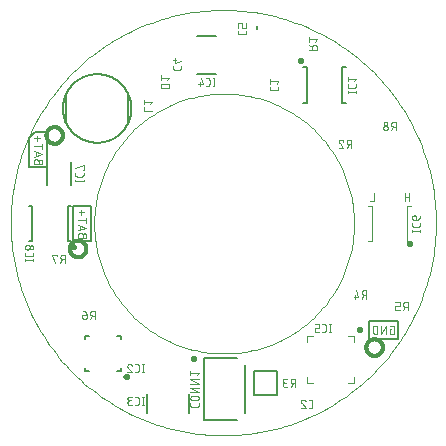
<source format=gbo>
G04 EAGLE Gerber RS-274X export*
G75*
%MOMM*%
%FSLAX35Y35*%
%LPD*%
%INsilk_bottom*%
%IPPOS*%
%AMOC8*
5,1,8,0,0,1.08239X$1,22.5*%
G01*
%ADD10C,0.010000*%
%ADD11C,0.050000*%
%ADD12C,0.050800*%
%ADD13C,0.127000*%
%ADD14C,0.101600*%
%ADD15C,0.300000*%


D10*
X1793375Y-42625D02*
X1793375Y57375D01*
X-1806625Y7375D02*
X-1806083Y51549D01*
X-1804457Y95697D01*
X-1801748Y139791D01*
X-1797958Y183806D01*
X-1793088Y227714D01*
X-1787143Y271490D01*
X-1780125Y315106D01*
X-1772039Y358538D01*
X-1762889Y401757D01*
X-1752681Y444739D01*
X-1741422Y487458D01*
X-1729118Y529887D01*
X-1715776Y572002D01*
X-1701404Y613777D01*
X-1686012Y655186D01*
X-1669608Y696205D01*
X-1652203Y736809D01*
X-1633806Y776974D01*
X-1614429Y816675D01*
X-1594083Y855889D01*
X-1572782Y894592D01*
X-1550536Y932760D01*
X-1527361Y970371D01*
X-1503270Y1007401D01*
X-1478278Y1043830D01*
X-1452399Y1079634D01*
X-1425649Y1114792D01*
X-1398044Y1149283D01*
X-1369601Y1183086D01*
X-1340337Y1216181D01*
X-1310270Y1248548D01*
X-1279417Y1280167D01*
X-1247798Y1311020D01*
X-1215431Y1341087D01*
X-1182336Y1370351D01*
X-1148533Y1398794D01*
X-1114042Y1426399D01*
X-1078884Y1453149D01*
X-1043080Y1479028D01*
X-1006651Y1504020D01*
X-969621Y1528111D01*
X-932010Y1551286D01*
X-893842Y1573532D01*
X-855139Y1594833D01*
X-815925Y1615179D01*
X-776224Y1634556D01*
X-736059Y1652953D01*
X-695455Y1670358D01*
X-654436Y1686762D01*
X-613027Y1702154D01*
X-571252Y1716526D01*
X-529137Y1729868D01*
X-486708Y1742172D01*
X-443989Y1753431D01*
X-401007Y1763639D01*
X-357788Y1772789D01*
X-314356Y1780875D01*
X-270740Y1787893D01*
X-226964Y1793838D01*
X-183056Y1798708D01*
X-139041Y1802498D01*
X-94947Y1805207D01*
X-50799Y1806833D01*
X-6625Y1807375D01*
X37549Y1806833D01*
X81697Y1805207D01*
X125791Y1802498D01*
X169806Y1798708D01*
X213714Y1793838D01*
X257490Y1787893D01*
X301106Y1780875D01*
X344538Y1772789D01*
X387757Y1763639D01*
X430739Y1753431D01*
X473458Y1742172D01*
X515887Y1729868D01*
X558002Y1716526D01*
X599777Y1702154D01*
X641186Y1686762D01*
X682205Y1670358D01*
X722809Y1652953D01*
X762974Y1634556D01*
X802675Y1615179D01*
X841889Y1594833D01*
X880592Y1573532D01*
X918760Y1551286D01*
X956371Y1528111D01*
X993401Y1504020D01*
X1029830Y1479028D01*
X1065634Y1453149D01*
X1100792Y1426399D01*
X1135283Y1398794D01*
X1169086Y1370351D01*
X1202181Y1341087D01*
X1234548Y1311020D01*
X1266167Y1280167D01*
X1297020Y1248548D01*
X1327087Y1216181D01*
X1356351Y1183086D01*
X1384794Y1149283D01*
X1412399Y1114792D01*
X1439149Y1079634D01*
X1465028Y1043830D01*
X1490020Y1007401D01*
X1514111Y970371D01*
X1537286Y932760D01*
X1559532Y894592D01*
X1580833Y855889D01*
X1601179Y816675D01*
X1620556Y776974D01*
X1638953Y736809D01*
X1656358Y696205D01*
X1672762Y655186D01*
X1688154Y613777D01*
X1702526Y572002D01*
X1715868Y529887D01*
X1728172Y487458D01*
X1739431Y444739D01*
X1749639Y401757D01*
X1758789Y358538D01*
X1766875Y315106D01*
X1773893Y271490D01*
X1779838Y227714D01*
X1784708Y183806D01*
X1788498Y139791D01*
X1791207Y95697D01*
X1792833Y51549D01*
X1793375Y7375D01*
X1792833Y-36799D01*
X1791207Y-80947D01*
X1788498Y-125041D01*
X1784708Y-169056D01*
X1779838Y-212964D01*
X1773893Y-256740D01*
X1766875Y-300356D01*
X1758789Y-343788D01*
X1749639Y-387007D01*
X1739431Y-429989D01*
X1728172Y-472708D01*
X1715868Y-515137D01*
X1702526Y-557252D01*
X1688154Y-599027D01*
X1672762Y-640436D01*
X1656358Y-681455D01*
X1638953Y-722059D01*
X1620556Y-762224D01*
X1601179Y-801925D01*
X1580833Y-841139D01*
X1559532Y-879842D01*
X1537286Y-918010D01*
X1514111Y-955621D01*
X1490020Y-992651D01*
X1465028Y-1029080D01*
X1439149Y-1064884D01*
X1412399Y-1100042D01*
X1384794Y-1134533D01*
X1356351Y-1168336D01*
X1327087Y-1201431D01*
X1297020Y-1233798D01*
X1266167Y-1265417D01*
X1234548Y-1296270D01*
X1202181Y-1326337D01*
X1169086Y-1355601D01*
X1135283Y-1384044D01*
X1100792Y-1411649D01*
X1065634Y-1438399D01*
X1029830Y-1464278D01*
X993401Y-1489270D01*
X956371Y-1513361D01*
X918760Y-1536536D01*
X880592Y-1558782D01*
X841889Y-1580083D01*
X802675Y-1600429D01*
X762974Y-1619806D01*
X722809Y-1638203D01*
X682205Y-1655608D01*
X641186Y-1672012D01*
X599777Y-1687404D01*
X558002Y-1701776D01*
X515887Y-1715118D01*
X473458Y-1727422D01*
X430739Y-1738681D01*
X387757Y-1748889D01*
X344538Y-1758039D01*
X301106Y-1766125D01*
X257490Y-1773143D01*
X213714Y-1779088D01*
X169806Y-1783958D01*
X125791Y-1787748D01*
X81697Y-1790457D01*
X37549Y-1792083D01*
X-6625Y-1792625D01*
X-50799Y-1792083D01*
X-94947Y-1790457D01*
X-139041Y-1787748D01*
X-183056Y-1783958D01*
X-226964Y-1779088D01*
X-270740Y-1773143D01*
X-314356Y-1766125D01*
X-357788Y-1758039D01*
X-401007Y-1748889D01*
X-443989Y-1738681D01*
X-486708Y-1727422D01*
X-529137Y-1715118D01*
X-571252Y-1701776D01*
X-613027Y-1687404D01*
X-654436Y-1672012D01*
X-695455Y-1655608D01*
X-736059Y-1638203D01*
X-776224Y-1619806D01*
X-815925Y-1600429D01*
X-855139Y-1580083D01*
X-893842Y-1558782D01*
X-932010Y-1536536D01*
X-969621Y-1513361D01*
X-1006651Y-1489270D01*
X-1043080Y-1464278D01*
X-1078884Y-1438399D01*
X-1114042Y-1411649D01*
X-1148533Y-1384044D01*
X-1182336Y-1355601D01*
X-1215431Y-1326337D01*
X-1247798Y-1296270D01*
X-1279417Y-1265417D01*
X-1310270Y-1233798D01*
X-1340337Y-1201431D01*
X-1369601Y-1168336D01*
X-1398044Y-1134533D01*
X-1425649Y-1100042D01*
X-1452399Y-1064884D01*
X-1478278Y-1029080D01*
X-1503270Y-992651D01*
X-1527361Y-955621D01*
X-1550536Y-918010D01*
X-1572782Y-879842D01*
X-1594083Y-841139D01*
X-1614429Y-801925D01*
X-1633806Y-762224D01*
X-1652203Y-722059D01*
X-1669608Y-681455D01*
X-1686012Y-640436D01*
X-1701404Y-599027D01*
X-1715776Y-557252D01*
X-1729118Y-515137D01*
X-1741422Y-472708D01*
X-1752681Y-429989D01*
X-1762889Y-387007D01*
X-1772039Y-343788D01*
X-1780125Y-300356D01*
X-1787143Y-256740D01*
X-1793088Y-212964D01*
X-1797958Y-169056D01*
X-1801748Y-125041D01*
X-1804457Y-80947D01*
X-1806083Y-36799D01*
X-1806625Y7375D01*
D11*
X-1100045Y0D02*
X-1099714Y26996D01*
X-1098720Y53977D01*
X-1097064Y80924D01*
X-1094748Y107823D01*
X-1091772Y134657D01*
X-1088139Y161410D01*
X-1083850Y188066D01*
X-1078908Y214608D01*
X-1073316Y241021D01*
X-1067078Y267289D01*
X-1060197Y293396D01*
X-1052677Y319326D01*
X-1044524Y345064D01*
X-1035741Y370594D01*
X-1026334Y395901D01*
X-1016309Y420969D01*
X-1005672Y445784D01*
X-994429Y470330D01*
X-982587Y494593D01*
X-970153Y518558D01*
X-957135Y542210D01*
X-943540Y565536D01*
X-929377Y588521D01*
X-914654Y611152D01*
X-899380Y633415D01*
X-883564Y655296D01*
X-867217Y676782D01*
X-850346Y697861D01*
X-832964Y718520D01*
X-815080Y738745D01*
X-796704Y758526D01*
X-777849Y777849D01*
X-758526Y796704D01*
X-738745Y815080D01*
X-718520Y832964D01*
X-697861Y850346D01*
X-676782Y867217D01*
X-655296Y883564D01*
X-633415Y899380D01*
X-611152Y914654D01*
X-588521Y929377D01*
X-565536Y943540D01*
X-542210Y957135D01*
X-518558Y970153D01*
X-494593Y982587D01*
X-470330Y994429D01*
X-445784Y1005672D01*
X-420969Y1016309D01*
X-395901Y1026334D01*
X-370594Y1035741D01*
X-345064Y1044524D01*
X-319326Y1052677D01*
X-293396Y1060197D01*
X-267289Y1067078D01*
X-241021Y1073316D01*
X-214608Y1078908D01*
X-188066Y1083850D01*
X-161410Y1088139D01*
X-134657Y1091772D01*
X-107823Y1094748D01*
X-80924Y1097064D01*
X-53977Y1098720D01*
X-26996Y1099714D01*
X0Y1100045D01*
X26996Y1099714D01*
X53977Y1098720D01*
X80924Y1097064D01*
X107823Y1094748D01*
X134657Y1091772D01*
X161410Y1088139D01*
X188066Y1083850D01*
X214608Y1078908D01*
X241021Y1073316D01*
X267289Y1067078D01*
X293396Y1060197D01*
X319326Y1052677D01*
X345064Y1044524D01*
X370594Y1035741D01*
X395901Y1026334D01*
X420969Y1016309D01*
X445784Y1005672D01*
X470330Y994429D01*
X494593Y982587D01*
X518558Y970153D01*
X542210Y957135D01*
X565536Y943540D01*
X588521Y929377D01*
X611152Y914654D01*
X633415Y899380D01*
X655296Y883564D01*
X676782Y867217D01*
X697861Y850346D01*
X718520Y832964D01*
X738745Y815080D01*
X758526Y796704D01*
X777849Y777849D01*
X796704Y758526D01*
X815080Y738745D01*
X832964Y718520D01*
X850346Y697861D01*
X867217Y676782D01*
X883564Y655296D01*
X899380Y633415D01*
X914654Y611152D01*
X929377Y588521D01*
X943540Y565536D01*
X957135Y542210D01*
X970153Y518558D01*
X982587Y494593D01*
X994429Y470330D01*
X1005672Y445784D01*
X1016309Y420969D01*
X1026334Y395901D01*
X1035741Y370594D01*
X1044524Y345064D01*
X1052677Y319326D01*
X1060197Y293396D01*
X1067078Y267289D01*
X1073316Y241021D01*
X1078908Y214608D01*
X1083850Y188066D01*
X1088139Y161410D01*
X1091772Y134657D01*
X1094748Y107823D01*
X1097064Y80924D01*
X1098720Y53977D01*
X1099714Y26996D01*
X1100045Y0D01*
X1099714Y-26996D01*
X1098720Y-53977D01*
X1097064Y-80924D01*
X1094748Y-107823D01*
X1091772Y-134657D01*
X1088139Y-161410D01*
X1083850Y-188066D01*
X1078908Y-214608D01*
X1073316Y-241021D01*
X1067078Y-267289D01*
X1060197Y-293396D01*
X1052677Y-319326D01*
X1044524Y-345064D01*
X1035741Y-370594D01*
X1026334Y-395901D01*
X1016309Y-420969D01*
X1005672Y-445784D01*
X994429Y-470330D01*
X982587Y-494593D01*
X970153Y-518558D01*
X957135Y-542210D01*
X943540Y-565536D01*
X929377Y-588521D01*
X914654Y-611152D01*
X899380Y-633415D01*
X883564Y-655296D01*
X867217Y-676782D01*
X850346Y-697861D01*
X832964Y-718520D01*
X815080Y-738745D01*
X796704Y-758526D01*
X777849Y-777849D01*
X758526Y-796704D01*
X738745Y-815080D01*
X718520Y-832964D01*
X697861Y-850346D01*
X676782Y-867217D01*
X655296Y-883564D01*
X633415Y-899380D01*
X611152Y-914654D01*
X588521Y-929377D01*
X565536Y-943540D01*
X542210Y-957135D01*
X518558Y-970153D01*
X494593Y-982587D01*
X470330Y-994429D01*
X445784Y-1005672D01*
X420969Y-1016309D01*
X395901Y-1026334D01*
X370594Y-1035741D01*
X345064Y-1044524D01*
X319326Y-1052677D01*
X293396Y-1060197D01*
X267289Y-1067078D01*
X241021Y-1073316D01*
X214608Y-1078908D01*
X188066Y-1083850D01*
X161410Y-1088139D01*
X134657Y-1091772D01*
X107823Y-1094748D01*
X80924Y-1097064D01*
X53977Y-1098720D01*
X26996Y-1099714D01*
X0Y-1100045D01*
X-26996Y-1099714D01*
X-53977Y-1098720D01*
X-80924Y-1097064D01*
X-107823Y-1094748D01*
X-134657Y-1091772D01*
X-161410Y-1088139D01*
X-188066Y-1083850D01*
X-214608Y-1078908D01*
X-241021Y-1073316D01*
X-267289Y-1067078D01*
X-293396Y-1060197D01*
X-319326Y-1052677D01*
X-345064Y-1044524D01*
X-370594Y-1035741D01*
X-395901Y-1026334D01*
X-420969Y-1016309D01*
X-445784Y-1005672D01*
X-470330Y-994429D01*
X-494593Y-982587D01*
X-518558Y-970153D01*
X-542210Y-957135D01*
X-565536Y-943540D01*
X-588521Y-929377D01*
X-611152Y-914654D01*
X-633415Y-899380D01*
X-655296Y-883564D01*
X-676782Y-867217D01*
X-697861Y-850346D01*
X-718520Y-832964D01*
X-738745Y-815080D01*
X-758526Y-796704D01*
X-777849Y-777849D01*
X-796704Y-758526D01*
X-815080Y-738745D01*
X-832964Y-718520D01*
X-850346Y-697861D01*
X-867217Y-676782D01*
X-883564Y-655296D01*
X-899380Y-633415D01*
X-914654Y-611152D01*
X-929377Y-588521D01*
X-943540Y-565536D01*
X-957135Y-542210D01*
X-970153Y-518558D01*
X-982587Y-494593D01*
X-994429Y-470330D01*
X-1005672Y-445784D01*
X-1016309Y-420969D01*
X-1026334Y-395901D01*
X-1035741Y-370594D01*
X-1044524Y-345064D01*
X-1052677Y-319326D01*
X-1060197Y-293396D01*
X-1067078Y-267289D01*
X-1073316Y-241021D01*
X-1078908Y-214608D01*
X-1083850Y-188066D01*
X-1088139Y-161410D01*
X-1091772Y-134657D01*
X-1094748Y-107823D01*
X-1097064Y-80924D01*
X-1098720Y-53977D01*
X-1099714Y-26996D01*
X-1100045Y0D01*
D12*
X-1196116Y-99356D02*
X-1196116Y-118778D01*
X-1196116Y-99356D02*
X-1196122Y-98883D01*
X-1196139Y-98410D01*
X-1196168Y-97938D01*
X-1196208Y-97467D01*
X-1196260Y-96997D01*
X-1196323Y-96528D01*
X-1196398Y-96061D01*
X-1196483Y-95596D01*
X-1196581Y-95133D01*
X-1196689Y-94673D01*
X-1196809Y-94215D01*
X-1196939Y-93761D01*
X-1197081Y-93309D01*
X-1197234Y-92862D01*
X-1197398Y-92418D01*
X-1197572Y-91978D01*
X-1197757Y-91543D01*
X-1197952Y-91112D01*
X-1198158Y-90686D01*
X-1198375Y-90266D01*
X-1198601Y-89851D01*
X-1198838Y-89441D01*
X-1199084Y-89037D01*
X-1199340Y-88640D01*
X-1199606Y-88248D01*
X-1199881Y-87864D01*
X-1200166Y-87486D01*
X-1200459Y-87115D01*
X-1200762Y-86751D01*
X-1201073Y-86395D01*
X-1201393Y-86047D01*
X-1201721Y-85706D01*
X-1202058Y-85374D01*
X-1202402Y-85050D01*
X-1202754Y-84734D01*
X-1203114Y-84427D01*
X-1203481Y-84129D01*
X-1203856Y-83840D01*
X-1204237Y-83560D01*
X-1204625Y-83290D01*
X-1205020Y-83029D01*
X-1205420Y-82778D01*
X-1205827Y-82536D01*
X-1206239Y-82305D01*
X-1206657Y-82083D01*
X-1207081Y-81872D01*
X-1207509Y-81671D01*
X-1207942Y-81481D01*
X-1208379Y-81301D01*
X-1208821Y-81132D01*
X-1209267Y-80974D01*
X-1209716Y-80827D01*
X-1210169Y-80691D01*
X-1210626Y-80566D01*
X-1211085Y-80451D01*
X-1211546Y-80349D01*
X-1212010Y-80257D01*
X-1212476Y-80177D01*
X-1212944Y-80108D01*
X-1213414Y-80051D01*
X-1213885Y-80005D01*
X-1214356Y-79970D01*
X-1214829Y-79947D01*
X-1215302Y-79935D01*
X-1215774Y-79935D01*
X-1216247Y-79947D01*
X-1216720Y-79970D01*
X-1217191Y-80005D01*
X-1217662Y-80051D01*
X-1218132Y-80108D01*
X-1218600Y-80177D01*
X-1219066Y-80257D01*
X-1219530Y-80349D01*
X-1219991Y-80451D01*
X-1220450Y-80566D01*
X-1220907Y-80691D01*
X-1221360Y-80827D01*
X-1221809Y-80974D01*
X-1222255Y-81132D01*
X-1222697Y-81301D01*
X-1223134Y-81481D01*
X-1223567Y-81671D01*
X-1223995Y-81872D01*
X-1224419Y-82083D01*
X-1224837Y-82305D01*
X-1225249Y-82536D01*
X-1225656Y-82778D01*
X-1226056Y-83029D01*
X-1226451Y-83290D01*
X-1226839Y-83560D01*
X-1227220Y-83840D01*
X-1227595Y-84129D01*
X-1227962Y-84427D01*
X-1228322Y-84734D01*
X-1228674Y-85050D01*
X-1229018Y-85374D01*
X-1229355Y-85706D01*
X-1229683Y-86047D01*
X-1230003Y-86395D01*
X-1230314Y-86751D01*
X-1230617Y-87115D01*
X-1230910Y-87486D01*
X-1231195Y-87864D01*
X-1231470Y-88248D01*
X-1231736Y-88640D01*
X-1231992Y-89037D01*
X-1232238Y-89441D01*
X-1232475Y-89851D01*
X-1232701Y-90266D01*
X-1232918Y-90686D01*
X-1233124Y-91112D01*
X-1233319Y-91543D01*
X-1233504Y-91978D01*
X-1233678Y-92418D01*
X-1233842Y-92862D01*
X-1233995Y-93309D01*
X-1234137Y-93761D01*
X-1234267Y-94215D01*
X-1234387Y-94673D01*
X-1234495Y-95133D01*
X-1234593Y-95596D01*
X-1234678Y-96061D01*
X-1234753Y-96528D01*
X-1234816Y-96997D01*
X-1234868Y-97467D01*
X-1234908Y-97938D01*
X-1234937Y-98410D01*
X-1234954Y-98883D01*
X-1234960Y-99356D01*
X-1234960Y-118778D01*
X-1165040Y-118778D01*
X-1165040Y-99356D01*
X-1165045Y-98978D01*
X-1165058Y-98599D01*
X-1165081Y-98222D01*
X-1165114Y-97845D01*
X-1165155Y-97469D01*
X-1165206Y-97094D01*
X-1165265Y-96720D01*
X-1165334Y-96348D01*
X-1165412Y-95978D01*
X-1165498Y-95609D01*
X-1165594Y-95243D01*
X-1165699Y-94880D01*
X-1165812Y-94519D01*
X-1165934Y-94160D01*
X-1166065Y-93805D01*
X-1166205Y-93454D01*
X-1166353Y-93105D01*
X-1166509Y-92761D01*
X-1166674Y-92420D01*
X-1166847Y-92084D01*
X-1167028Y-91751D01*
X-1167217Y-91424D01*
X-1167414Y-91101D01*
X-1167619Y-90783D01*
X-1167832Y-90470D01*
X-1168052Y-90162D01*
X-1168280Y-89860D01*
X-1168515Y-89563D01*
X-1168757Y-89272D01*
X-1169006Y-88987D01*
X-1169262Y-88708D01*
X-1169524Y-88436D01*
X-1169793Y-88170D01*
X-1170069Y-87911D01*
X-1170351Y-87658D01*
X-1170639Y-87413D01*
X-1170933Y-87174D01*
X-1171232Y-86943D01*
X-1171537Y-86719D01*
X-1171847Y-86503D01*
X-1172163Y-86294D01*
X-1172484Y-86093D01*
X-1172809Y-85900D01*
X-1173139Y-85715D01*
X-1173473Y-85537D01*
X-1173812Y-85368D01*
X-1174155Y-85208D01*
X-1174501Y-85056D01*
X-1174851Y-84912D01*
X-1175204Y-84777D01*
X-1175561Y-84650D01*
X-1175921Y-84532D01*
X-1176283Y-84423D01*
X-1176648Y-84323D01*
X-1177015Y-84232D01*
X-1177384Y-84150D01*
X-1177756Y-84076D01*
X-1178129Y-84012D01*
X-1178503Y-83957D01*
X-1178879Y-83911D01*
X-1179255Y-83874D01*
X-1179633Y-83847D01*
X-1180011Y-83828D01*
X-1180389Y-83819D01*
X-1180767Y-83819D01*
X-1181145Y-83828D01*
X-1181523Y-83847D01*
X-1181901Y-83874D01*
X-1182277Y-83911D01*
X-1182653Y-83957D01*
X-1183027Y-84012D01*
X-1183400Y-84076D01*
X-1183772Y-84150D01*
X-1184141Y-84232D01*
X-1184508Y-84323D01*
X-1184873Y-84423D01*
X-1185235Y-84532D01*
X-1185595Y-84650D01*
X-1185952Y-84777D01*
X-1186305Y-84912D01*
X-1186655Y-85056D01*
X-1187001Y-85208D01*
X-1187344Y-85368D01*
X-1187683Y-85537D01*
X-1188017Y-85715D01*
X-1188347Y-85900D01*
X-1188672Y-86093D01*
X-1188993Y-86294D01*
X-1189309Y-86503D01*
X-1189619Y-86719D01*
X-1189924Y-86943D01*
X-1190223Y-87174D01*
X-1190517Y-87413D01*
X-1190805Y-87658D01*
X-1191087Y-87911D01*
X-1191363Y-88170D01*
X-1191632Y-88436D01*
X-1191894Y-88708D01*
X-1192150Y-88987D01*
X-1192399Y-89272D01*
X-1192641Y-89563D01*
X-1192876Y-89860D01*
X-1193104Y-90162D01*
X-1193324Y-90470D01*
X-1193537Y-90783D01*
X-1193742Y-91101D01*
X-1193939Y-91424D01*
X-1194128Y-91751D01*
X-1194309Y-92084D01*
X-1194482Y-92420D01*
X-1194647Y-92761D01*
X-1194803Y-93105D01*
X-1194951Y-93454D01*
X-1195091Y-93805D01*
X-1195222Y-94160D01*
X-1195344Y-94519D01*
X-1195457Y-94880D01*
X-1195562Y-95243D01*
X-1195658Y-95609D01*
X-1195744Y-95978D01*
X-1195822Y-96348D01*
X-1195891Y-96720D01*
X-1195950Y-97094D01*
X-1196001Y-97469D01*
X-1196042Y-97845D01*
X-1196075Y-98222D01*
X-1196098Y-98599D01*
X-1196111Y-98978D01*
X-1196116Y-99356D01*
X-1234960Y-58336D02*
X-1165040Y-35029D01*
X-1234960Y-11723D01*
X-1217480Y-17549D02*
X-1217480Y-52509D01*
X-1234960Y27971D02*
X-1165040Y27971D01*
X-1165040Y8549D02*
X-1165040Y47393D01*
X-1207769Y72164D02*
X-1207769Y118778D01*
X-1184463Y95471D02*
X-1231076Y95471D01*
X-1571116Y506222D02*
X-1571116Y525644D01*
X-1571122Y526117D01*
X-1571139Y526590D01*
X-1571168Y527062D01*
X-1571208Y527533D01*
X-1571260Y528003D01*
X-1571323Y528472D01*
X-1571398Y528939D01*
X-1571483Y529404D01*
X-1571581Y529867D01*
X-1571689Y530327D01*
X-1571809Y530785D01*
X-1571939Y531239D01*
X-1572081Y531691D01*
X-1572234Y532138D01*
X-1572398Y532582D01*
X-1572572Y533022D01*
X-1572757Y533457D01*
X-1572952Y533888D01*
X-1573158Y534314D01*
X-1573375Y534734D01*
X-1573601Y535149D01*
X-1573838Y535559D01*
X-1574084Y535963D01*
X-1574340Y536360D01*
X-1574606Y536752D01*
X-1574881Y537136D01*
X-1575166Y537514D01*
X-1575459Y537885D01*
X-1575762Y538249D01*
X-1576073Y538605D01*
X-1576393Y538953D01*
X-1576721Y539294D01*
X-1577058Y539626D01*
X-1577402Y539950D01*
X-1577754Y540266D01*
X-1578114Y540573D01*
X-1578481Y540871D01*
X-1578856Y541160D01*
X-1579237Y541440D01*
X-1579625Y541710D01*
X-1580020Y541971D01*
X-1580420Y542222D01*
X-1580827Y542464D01*
X-1581239Y542695D01*
X-1581657Y542917D01*
X-1582081Y543128D01*
X-1582509Y543329D01*
X-1582942Y543519D01*
X-1583379Y543699D01*
X-1583821Y543868D01*
X-1584267Y544026D01*
X-1584716Y544173D01*
X-1585169Y544309D01*
X-1585626Y544434D01*
X-1586085Y544549D01*
X-1586546Y544651D01*
X-1587010Y544743D01*
X-1587476Y544823D01*
X-1587944Y544892D01*
X-1588414Y544949D01*
X-1588885Y544995D01*
X-1589356Y545030D01*
X-1589829Y545053D01*
X-1590302Y545065D01*
X-1590774Y545065D01*
X-1591247Y545053D01*
X-1591720Y545030D01*
X-1592191Y544995D01*
X-1592662Y544949D01*
X-1593132Y544892D01*
X-1593600Y544823D01*
X-1594066Y544743D01*
X-1594530Y544651D01*
X-1594991Y544549D01*
X-1595450Y544434D01*
X-1595907Y544309D01*
X-1596360Y544173D01*
X-1596809Y544026D01*
X-1597255Y543868D01*
X-1597697Y543699D01*
X-1598134Y543519D01*
X-1598567Y543329D01*
X-1598995Y543128D01*
X-1599419Y542917D01*
X-1599837Y542695D01*
X-1600249Y542464D01*
X-1600656Y542222D01*
X-1601056Y541971D01*
X-1601451Y541710D01*
X-1601839Y541440D01*
X-1602220Y541160D01*
X-1602595Y540871D01*
X-1602962Y540573D01*
X-1603322Y540266D01*
X-1603674Y539950D01*
X-1604018Y539626D01*
X-1604355Y539294D01*
X-1604683Y538953D01*
X-1605003Y538605D01*
X-1605314Y538249D01*
X-1605617Y537885D01*
X-1605910Y537514D01*
X-1606195Y537136D01*
X-1606470Y536752D01*
X-1606736Y536360D01*
X-1606992Y535963D01*
X-1607238Y535559D01*
X-1607475Y535149D01*
X-1607701Y534734D01*
X-1607918Y534314D01*
X-1608124Y533888D01*
X-1608319Y533457D01*
X-1608504Y533022D01*
X-1608678Y532582D01*
X-1608842Y532138D01*
X-1608995Y531691D01*
X-1609137Y531239D01*
X-1609267Y530785D01*
X-1609387Y530327D01*
X-1609495Y529867D01*
X-1609593Y529404D01*
X-1609678Y528939D01*
X-1609753Y528472D01*
X-1609816Y528003D01*
X-1609868Y527533D01*
X-1609908Y527062D01*
X-1609937Y526590D01*
X-1609954Y526117D01*
X-1609960Y525644D01*
X-1609960Y506222D01*
X-1540040Y506222D01*
X-1540040Y525644D01*
X-1540045Y526022D01*
X-1540058Y526401D01*
X-1540081Y526778D01*
X-1540114Y527155D01*
X-1540155Y527531D01*
X-1540206Y527906D01*
X-1540265Y528280D01*
X-1540334Y528652D01*
X-1540412Y529022D01*
X-1540498Y529391D01*
X-1540594Y529757D01*
X-1540699Y530120D01*
X-1540812Y530481D01*
X-1540934Y530840D01*
X-1541065Y531195D01*
X-1541205Y531546D01*
X-1541353Y531895D01*
X-1541509Y532239D01*
X-1541674Y532580D01*
X-1541847Y532916D01*
X-1542028Y533249D01*
X-1542217Y533576D01*
X-1542414Y533899D01*
X-1542619Y534217D01*
X-1542832Y534530D01*
X-1543052Y534838D01*
X-1543280Y535140D01*
X-1543515Y535437D01*
X-1543757Y535728D01*
X-1544006Y536013D01*
X-1544262Y536292D01*
X-1544524Y536564D01*
X-1544793Y536830D01*
X-1545069Y537089D01*
X-1545351Y537342D01*
X-1545639Y537587D01*
X-1545933Y537826D01*
X-1546232Y538057D01*
X-1546537Y538281D01*
X-1546847Y538497D01*
X-1547163Y538706D01*
X-1547484Y538907D01*
X-1547809Y539100D01*
X-1548139Y539285D01*
X-1548473Y539463D01*
X-1548812Y539632D01*
X-1549155Y539792D01*
X-1549501Y539944D01*
X-1549851Y540088D01*
X-1550204Y540223D01*
X-1550561Y540350D01*
X-1550921Y540468D01*
X-1551283Y540577D01*
X-1551648Y540677D01*
X-1552015Y540768D01*
X-1552384Y540850D01*
X-1552756Y540924D01*
X-1553129Y540988D01*
X-1553503Y541043D01*
X-1553879Y541089D01*
X-1554255Y541126D01*
X-1554633Y541153D01*
X-1555011Y541172D01*
X-1555389Y541181D01*
X-1555767Y541181D01*
X-1556145Y541172D01*
X-1556523Y541153D01*
X-1556901Y541126D01*
X-1557277Y541089D01*
X-1557653Y541043D01*
X-1558027Y540988D01*
X-1558400Y540924D01*
X-1558772Y540850D01*
X-1559141Y540768D01*
X-1559508Y540677D01*
X-1559873Y540577D01*
X-1560235Y540468D01*
X-1560595Y540350D01*
X-1560952Y540223D01*
X-1561305Y540088D01*
X-1561655Y539944D01*
X-1562001Y539792D01*
X-1562344Y539632D01*
X-1562683Y539463D01*
X-1563017Y539285D01*
X-1563347Y539100D01*
X-1563672Y538907D01*
X-1563993Y538706D01*
X-1564309Y538497D01*
X-1564619Y538281D01*
X-1564924Y538057D01*
X-1565223Y537826D01*
X-1565517Y537587D01*
X-1565805Y537342D01*
X-1566087Y537089D01*
X-1566363Y536830D01*
X-1566632Y536564D01*
X-1566894Y536292D01*
X-1567150Y536013D01*
X-1567399Y535728D01*
X-1567641Y535437D01*
X-1567876Y535140D01*
X-1568104Y534838D01*
X-1568324Y534530D01*
X-1568537Y534217D01*
X-1568742Y533899D01*
X-1568939Y533576D01*
X-1569128Y533249D01*
X-1569309Y532916D01*
X-1569482Y532580D01*
X-1569647Y532239D01*
X-1569803Y531895D01*
X-1569951Y531546D01*
X-1570091Y531195D01*
X-1570222Y530840D01*
X-1570344Y530481D01*
X-1570457Y530120D01*
X-1570562Y529757D01*
X-1570658Y529391D01*
X-1570744Y529022D01*
X-1570822Y528652D01*
X-1570891Y528280D01*
X-1570950Y527906D01*
X-1571001Y527531D01*
X-1571042Y527155D01*
X-1571075Y526778D01*
X-1571098Y526401D01*
X-1571111Y526022D01*
X-1571116Y525644D01*
X-1609960Y566664D02*
X-1540040Y589971D01*
X-1609960Y613278D01*
X-1592480Y607451D02*
X-1592480Y572491D01*
X-1609960Y652971D02*
X-1540040Y652971D01*
X-1540040Y633549D02*
X-1540040Y672393D01*
X-1582769Y697164D02*
X-1582769Y743778D01*
X-1559463Y720471D02*
X-1606076Y720471D01*
X1402578Y-896116D02*
X1414231Y-896116D01*
X1402578Y-896116D02*
X1402578Y-934960D01*
X1425885Y-934960D01*
X1425885Y-934961D02*
X1426260Y-934956D01*
X1426636Y-934943D01*
X1427010Y-934920D01*
X1427385Y-934888D01*
X1427758Y-934848D01*
X1428130Y-934798D01*
X1428501Y-934739D01*
X1428870Y-934672D01*
X1429238Y-934595D01*
X1429603Y-934509D01*
X1429967Y-934415D01*
X1430328Y-934312D01*
X1430687Y-934201D01*
X1431042Y-934080D01*
X1431395Y-933951D01*
X1431744Y-933814D01*
X1432090Y-933668D01*
X1432433Y-933514D01*
X1432771Y-933352D01*
X1433106Y-933181D01*
X1433436Y-933003D01*
X1433762Y-932816D01*
X1434083Y-932622D01*
X1434400Y-932420D01*
X1434712Y-932211D01*
X1435018Y-931994D01*
X1435319Y-931769D01*
X1435615Y-931538D01*
X1435905Y-931299D01*
X1436189Y-931053D01*
X1436467Y-930801D01*
X1436738Y-930542D01*
X1437004Y-930276D01*
X1437263Y-930005D01*
X1437515Y-929727D01*
X1437761Y-929443D01*
X1438000Y-929153D01*
X1438231Y-928857D01*
X1438456Y-928556D01*
X1438673Y-928250D01*
X1438882Y-927938D01*
X1439084Y-927621D01*
X1439278Y-927300D01*
X1439465Y-926974D01*
X1439643Y-926644D01*
X1439814Y-926309D01*
X1439976Y-925971D01*
X1440130Y-925628D01*
X1440276Y-925282D01*
X1440413Y-924933D01*
X1440542Y-924580D01*
X1440663Y-924225D01*
X1440774Y-923866D01*
X1440877Y-923505D01*
X1440971Y-923141D01*
X1441057Y-922776D01*
X1441134Y-922408D01*
X1441201Y-922039D01*
X1441260Y-921668D01*
X1441310Y-921296D01*
X1441350Y-920923D01*
X1441382Y-920548D01*
X1441405Y-920174D01*
X1441418Y-919798D01*
X1441423Y-919423D01*
X1441422Y-919423D02*
X1441422Y-880578D01*
X1441417Y-880197D01*
X1441403Y-879816D01*
X1441380Y-879435D01*
X1441347Y-879055D01*
X1441305Y-878676D01*
X1441254Y-878298D01*
X1441193Y-877922D01*
X1441123Y-877547D01*
X1441044Y-877174D01*
X1440956Y-876803D01*
X1440859Y-876434D01*
X1440753Y-876068D01*
X1440638Y-875704D01*
X1440514Y-875344D01*
X1440381Y-874986D01*
X1440239Y-874632D01*
X1440089Y-874282D01*
X1439930Y-873935D01*
X1439763Y-873592D01*
X1439587Y-873254D01*
X1439404Y-872920D01*
X1439211Y-872590D01*
X1439011Y-872265D01*
X1438804Y-871946D01*
X1438588Y-871631D01*
X1438364Y-871322D01*
X1438133Y-871019D01*
X1437895Y-870721D01*
X1437650Y-870429D01*
X1437397Y-870144D01*
X1437138Y-869864D01*
X1436871Y-869591D01*
X1436598Y-869325D01*
X1436319Y-869065D01*
X1436033Y-868813D01*
X1435741Y-868567D01*
X1435444Y-868329D01*
X1435140Y-868098D01*
X1434831Y-867875D01*
X1434517Y-867659D01*
X1434197Y-867451D01*
X1433872Y-867251D01*
X1433543Y-867059D01*
X1433209Y-866875D01*
X1432870Y-866699D01*
X1432528Y-866532D01*
X1432181Y-866373D01*
X1431831Y-866223D01*
X1431476Y-866081D01*
X1431119Y-865948D01*
X1430758Y-865824D01*
X1430395Y-865709D01*
X1430029Y-865603D01*
X1429660Y-865506D01*
X1429289Y-865418D01*
X1428916Y-865339D01*
X1428541Y-865269D01*
X1428164Y-865208D01*
X1427787Y-865157D01*
X1427408Y-865115D01*
X1427028Y-865082D01*
X1426647Y-865059D01*
X1426266Y-865045D01*
X1425885Y-865040D01*
X1402578Y-865040D01*
X1369422Y-865040D02*
X1369422Y-934960D01*
X1330578Y-934960D02*
X1369422Y-865040D01*
X1330578Y-865040D02*
X1330578Y-934960D01*
X1297422Y-934960D02*
X1297422Y-865040D01*
X1278000Y-865040D01*
X1277531Y-865046D01*
X1277062Y-865063D01*
X1276593Y-865091D01*
X1276125Y-865131D01*
X1275659Y-865182D01*
X1275194Y-865244D01*
X1274730Y-865317D01*
X1274268Y-865402D01*
X1273809Y-865498D01*
X1273352Y-865604D01*
X1272897Y-865722D01*
X1272446Y-865851D01*
X1271998Y-865991D01*
X1271553Y-866141D01*
X1271113Y-866302D01*
X1270676Y-866474D01*
X1270243Y-866656D01*
X1269815Y-866849D01*
X1269392Y-867052D01*
X1268974Y-867265D01*
X1268561Y-867488D01*
X1268153Y-867721D01*
X1267752Y-867964D01*
X1267356Y-868216D01*
X1266966Y-868478D01*
X1266583Y-868749D01*
X1266207Y-869030D01*
X1265838Y-869319D01*
X1265475Y-869618D01*
X1265120Y-869925D01*
X1264773Y-870240D01*
X1264433Y-870564D01*
X1264101Y-870896D01*
X1263777Y-871236D01*
X1263462Y-871583D01*
X1263155Y-871938D01*
X1262856Y-872301D01*
X1262567Y-872670D01*
X1262286Y-873046D01*
X1262015Y-873429D01*
X1261753Y-873819D01*
X1261501Y-874215D01*
X1261258Y-874616D01*
X1261025Y-875024D01*
X1260802Y-875437D01*
X1260589Y-875855D01*
X1260386Y-876278D01*
X1260193Y-876706D01*
X1260011Y-877139D01*
X1259839Y-877576D01*
X1259678Y-878016D01*
X1259528Y-878461D01*
X1259388Y-878909D01*
X1259259Y-879360D01*
X1259141Y-879815D01*
X1259035Y-880272D01*
X1258939Y-880731D01*
X1258854Y-881193D01*
X1258781Y-881657D01*
X1258719Y-882122D01*
X1258668Y-882588D01*
X1258628Y-883056D01*
X1258600Y-883525D01*
X1258583Y-883994D01*
X1258577Y-884463D01*
X1258578Y-884463D02*
X1258578Y-915538D01*
X1258584Y-916007D01*
X1258601Y-916476D01*
X1258629Y-916945D01*
X1258669Y-917413D01*
X1258720Y-917879D01*
X1258782Y-918344D01*
X1258855Y-918808D01*
X1258940Y-919270D01*
X1259036Y-919729D01*
X1259142Y-920186D01*
X1259260Y-920640D01*
X1259389Y-921092D01*
X1259529Y-921540D01*
X1259679Y-921984D01*
X1259840Y-922425D01*
X1260012Y-922862D01*
X1260194Y-923295D01*
X1260387Y-923723D01*
X1260590Y-924146D01*
X1260803Y-924564D01*
X1261026Y-924977D01*
X1261259Y-925384D01*
X1261502Y-925786D01*
X1261754Y-926182D01*
X1262016Y-926571D01*
X1262287Y-926954D01*
X1262568Y-927330D01*
X1262857Y-927700D01*
X1263156Y-928062D01*
X1263463Y-928417D01*
X1263778Y-928765D01*
X1264102Y-929105D01*
X1264434Y-929436D01*
X1264773Y-929760D01*
X1265121Y-930076D01*
X1265476Y-930383D01*
X1265838Y-930681D01*
X1266208Y-930970D01*
X1266584Y-931251D01*
X1266967Y-931522D01*
X1267357Y-931784D01*
X1267752Y-932036D01*
X1268154Y-932279D01*
X1268561Y-932512D01*
X1268974Y-932735D01*
X1269393Y-932949D01*
X1269816Y-933151D01*
X1270244Y-933344D01*
X1270676Y-933526D01*
X1271113Y-933698D01*
X1271554Y-933859D01*
X1271999Y-934009D01*
X1272447Y-934149D01*
X1272898Y-934278D01*
X1273352Y-934396D01*
X1273809Y-934502D01*
X1274269Y-934598D01*
X1274730Y-934683D01*
X1275194Y-934756D01*
X1275659Y-934818D01*
X1276126Y-934869D01*
X1276593Y-934909D01*
X1277062Y-934937D01*
X1277531Y-934954D01*
X1278000Y-934960D01*
X1297422Y-934960D01*
D13*
X-1650000Y475000D02*
X-1650000Y725000D01*
X-1600000Y775000D01*
X-1500000Y775000D01*
X-1500000Y475000D02*
X-1650000Y475000D01*
X-1500000Y475000D02*
X-1500000Y700000D01*
X-1275000Y150000D02*
X-1275000Y-150000D01*
X-1275000Y150000D02*
X-1125000Y150000D01*
X-1125000Y-150000D01*
X-1200000Y-150000D01*
X275000Y1650000D02*
X275000Y1675000D01*
X1225000Y-825000D02*
X1475000Y-825000D01*
X1475000Y-975000D01*
X1300000Y-975000D01*
X1225000Y-1000000D02*
X1225000Y-825000D01*
D12*
X732100Y-1559960D02*
X716563Y-1559960D01*
X732100Y-1559961D02*
X732475Y-1559956D01*
X732851Y-1559943D01*
X733225Y-1559920D01*
X733600Y-1559888D01*
X733973Y-1559848D01*
X734345Y-1559798D01*
X734716Y-1559739D01*
X735085Y-1559672D01*
X735453Y-1559595D01*
X735818Y-1559509D01*
X736182Y-1559415D01*
X736543Y-1559312D01*
X736902Y-1559201D01*
X737257Y-1559080D01*
X737610Y-1558951D01*
X737959Y-1558814D01*
X738305Y-1558668D01*
X738648Y-1558514D01*
X738986Y-1558352D01*
X739321Y-1558181D01*
X739651Y-1558003D01*
X739977Y-1557816D01*
X740298Y-1557622D01*
X740615Y-1557420D01*
X740927Y-1557211D01*
X741233Y-1556994D01*
X741534Y-1556769D01*
X741830Y-1556538D01*
X742120Y-1556299D01*
X742404Y-1556053D01*
X742682Y-1555801D01*
X742953Y-1555542D01*
X743219Y-1555276D01*
X743478Y-1555005D01*
X743730Y-1554727D01*
X743976Y-1554443D01*
X744215Y-1554153D01*
X744446Y-1553857D01*
X744671Y-1553556D01*
X744888Y-1553250D01*
X745097Y-1552938D01*
X745299Y-1552621D01*
X745493Y-1552300D01*
X745680Y-1551974D01*
X745858Y-1551644D01*
X746029Y-1551309D01*
X746191Y-1550971D01*
X746345Y-1550628D01*
X746491Y-1550282D01*
X746628Y-1549933D01*
X746757Y-1549580D01*
X746878Y-1549225D01*
X746989Y-1548866D01*
X747092Y-1548505D01*
X747186Y-1548141D01*
X747272Y-1547776D01*
X747349Y-1547408D01*
X747416Y-1547039D01*
X747475Y-1546668D01*
X747525Y-1546296D01*
X747565Y-1545923D01*
X747597Y-1545548D01*
X747620Y-1545174D01*
X747633Y-1544798D01*
X747638Y-1544423D01*
X747638Y-1505578D01*
X747633Y-1505197D01*
X747619Y-1504816D01*
X747596Y-1504435D01*
X747563Y-1504055D01*
X747521Y-1503676D01*
X747470Y-1503298D01*
X747409Y-1502922D01*
X747339Y-1502547D01*
X747260Y-1502174D01*
X747172Y-1501803D01*
X747075Y-1501434D01*
X746969Y-1501068D01*
X746854Y-1500704D01*
X746730Y-1500344D01*
X746597Y-1499986D01*
X746455Y-1499632D01*
X746305Y-1499282D01*
X746146Y-1498935D01*
X745979Y-1498592D01*
X745803Y-1498254D01*
X745620Y-1497920D01*
X745427Y-1497590D01*
X745227Y-1497265D01*
X745020Y-1496946D01*
X744804Y-1496631D01*
X744580Y-1496322D01*
X744349Y-1496019D01*
X744111Y-1495721D01*
X743866Y-1495429D01*
X743613Y-1495144D01*
X743354Y-1494864D01*
X743087Y-1494591D01*
X742814Y-1494325D01*
X742535Y-1494065D01*
X742249Y-1493813D01*
X741957Y-1493567D01*
X741660Y-1493329D01*
X741356Y-1493098D01*
X741047Y-1492875D01*
X740733Y-1492659D01*
X740413Y-1492451D01*
X740088Y-1492251D01*
X739759Y-1492059D01*
X739425Y-1491875D01*
X739086Y-1491699D01*
X738744Y-1491532D01*
X738397Y-1491373D01*
X738047Y-1491223D01*
X737692Y-1491081D01*
X737335Y-1490948D01*
X736974Y-1490824D01*
X736611Y-1490709D01*
X736245Y-1490603D01*
X735876Y-1490506D01*
X735505Y-1490418D01*
X735132Y-1490339D01*
X734757Y-1490269D01*
X734380Y-1490208D01*
X734003Y-1490157D01*
X733624Y-1490115D01*
X733244Y-1490082D01*
X732863Y-1490059D01*
X732482Y-1490045D01*
X732101Y-1490040D01*
X732100Y-1490040D02*
X716563Y-1490040D01*
X669843Y-1490040D02*
X669421Y-1490045D01*
X668998Y-1490060D01*
X668577Y-1490086D01*
X668156Y-1490122D01*
X667736Y-1490167D01*
X667317Y-1490223D01*
X666900Y-1490290D01*
X666485Y-1490366D01*
X666071Y-1490452D01*
X665660Y-1490548D01*
X665251Y-1490654D01*
X664845Y-1490770D01*
X664441Y-1490896D01*
X664041Y-1491031D01*
X663645Y-1491176D01*
X663251Y-1491330D01*
X662862Y-1491494D01*
X662477Y-1491668D01*
X662096Y-1491850D01*
X661720Y-1492042D01*
X661348Y-1492243D01*
X660981Y-1492453D01*
X660620Y-1492671D01*
X660264Y-1492899D01*
X659913Y-1493134D01*
X659569Y-1493378D01*
X659230Y-1493631D01*
X658897Y-1493891D01*
X658571Y-1494160D01*
X658252Y-1494436D01*
X657939Y-1494720D01*
X657633Y-1495011D01*
X657334Y-1495310D01*
X657043Y-1495616D01*
X656759Y-1495929D01*
X656483Y-1496248D01*
X656214Y-1496574D01*
X655954Y-1496907D01*
X655701Y-1497246D01*
X655457Y-1497590D01*
X655222Y-1497941D01*
X654994Y-1498297D01*
X654776Y-1498658D01*
X654566Y-1499025D01*
X654365Y-1499397D01*
X654173Y-1499773D01*
X653991Y-1500154D01*
X653817Y-1500539D01*
X653653Y-1500928D01*
X653499Y-1501322D01*
X653354Y-1501718D01*
X653219Y-1502118D01*
X653093Y-1502522D01*
X652977Y-1502928D01*
X652871Y-1503337D01*
X652775Y-1503748D01*
X652689Y-1504162D01*
X652613Y-1504577D01*
X652546Y-1504994D01*
X652490Y-1505413D01*
X652445Y-1505833D01*
X652409Y-1506254D01*
X652383Y-1506675D01*
X652368Y-1507098D01*
X652363Y-1507520D01*
X669843Y-1490040D02*
X670386Y-1490047D01*
X670929Y-1490066D01*
X671471Y-1490099D01*
X672012Y-1490145D01*
X672552Y-1490204D01*
X673090Y-1490276D01*
X673627Y-1490361D01*
X674161Y-1490459D01*
X674693Y-1490570D01*
X675221Y-1490694D01*
X675747Y-1490830D01*
X676269Y-1490979D01*
X676788Y-1491141D01*
X677302Y-1491315D01*
X677812Y-1491502D01*
X678318Y-1491700D01*
X678818Y-1491911D01*
X679313Y-1492135D01*
X679803Y-1492369D01*
X680287Y-1492616D01*
X680764Y-1492875D01*
X681236Y-1493144D01*
X681700Y-1493426D01*
X682158Y-1493718D01*
X682609Y-1494021D01*
X683052Y-1494335D01*
X683487Y-1494660D01*
X683914Y-1494995D01*
X684334Y-1495341D01*
X684744Y-1495696D01*
X685146Y-1496061D01*
X685539Y-1496436D01*
X685923Y-1496820D01*
X686297Y-1497214D01*
X686662Y-1497616D01*
X687017Y-1498027D01*
X687362Y-1498447D01*
X687697Y-1498875D01*
X688021Y-1499310D01*
X688334Y-1499754D01*
X688637Y-1500205D01*
X688929Y-1500663D01*
X689209Y-1501128D01*
X689479Y-1501599D01*
X689736Y-1502077D01*
X689983Y-1502562D01*
X690217Y-1503051D01*
X690439Y-1503547D01*
X690650Y-1504048D01*
X690848Y-1504553D01*
X691034Y-1505064D01*
X691208Y-1505578D01*
X658190Y-1521115D02*
X657860Y-1520794D01*
X657538Y-1520464D01*
X657225Y-1520126D01*
X656920Y-1519781D01*
X656623Y-1519428D01*
X656335Y-1519069D01*
X656056Y-1518702D01*
X655787Y-1518329D01*
X655526Y-1517949D01*
X655275Y-1517563D01*
X655033Y-1517170D01*
X654801Y-1516772D01*
X654579Y-1516369D01*
X654367Y-1515960D01*
X654165Y-1515546D01*
X653973Y-1515127D01*
X653792Y-1514703D01*
X653621Y-1514276D01*
X653460Y-1513844D01*
X653310Y-1513408D01*
X653171Y-1512969D01*
X653043Y-1512526D01*
X652925Y-1512081D01*
X652819Y-1511633D01*
X652724Y-1511182D01*
X652639Y-1510729D01*
X652566Y-1510274D01*
X652504Y-1509818D01*
X652453Y-1509360D01*
X652414Y-1508901D01*
X652386Y-1508441D01*
X652369Y-1507981D01*
X652363Y-1507520D01*
X658189Y-1521116D02*
X691207Y-1559960D01*
X652363Y-1559960D01*
X-465040Y1145703D02*
X-534960Y1145703D01*
X-465040Y1145703D02*
X-465040Y1165125D01*
X-465046Y1165594D01*
X-465063Y1166063D01*
X-465091Y1166532D01*
X-465131Y1167000D01*
X-465182Y1167466D01*
X-465244Y1167931D01*
X-465317Y1168395D01*
X-465402Y1168857D01*
X-465498Y1169316D01*
X-465604Y1169773D01*
X-465722Y1170227D01*
X-465851Y1170679D01*
X-465991Y1171127D01*
X-466141Y1171571D01*
X-466302Y1172012D01*
X-466474Y1172449D01*
X-466656Y1172882D01*
X-466849Y1173310D01*
X-467052Y1173733D01*
X-467265Y1174151D01*
X-467488Y1174564D01*
X-467721Y1174971D01*
X-467964Y1175373D01*
X-468216Y1175769D01*
X-468478Y1176158D01*
X-468749Y1176541D01*
X-469030Y1176917D01*
X-469319Y1177287D01*
X-469618Y1177649D01*
X-469925Y1178004D01*
X-470240Y1178352D01*
X-470564Y1178692D01*
X-470896Y1179023D01*
X-471235Y1179347D01*
X-471583Y1179663D01*
X-471938Y1179970D01*
X-472300Y1180268D01*
X-472670Y1180557D01*
X-473046Y1180838D01*
X-473429Y1181109D01*
X-473819Y1181371D01*
X-474214Y1181623D01*
X-474616Y1181866D01*
X-475023Y1182099D01*
X-475436Y1182322D01*
X-475855Y1182536D01*
X-476278Y1182738D01*
X-476706Y1182931D01*
X-477138Y1183113D01*
X-477575Y1183285D01*
X-478016Y1183446D01*
X-478461Y1183596D01*
X-478909Y1183736D01*
X-479360Y1183865D01*
X-479814Y1183983D01*
X-480271Y1184089D01*
X-480731Y1184185D01*
X-481192Y1184270D01*
X-481656Y1184343D01*
X-482121Y1184405D01*
X-482588Y1184456D01*
X-483055Y1184496D01*
X-483524Y1184524D01*
X-483993Y1184541D01*
X-484462Y1184547D01*
X-484463Y1184547D02*
X-515538Y1184547D01*
X-516007Y1184541D01*
X-516476Y1184524D01*
X-516945Y1184496D01*
X-517412Y1184456D01*
X-517879Y1184405D01*
X-518344Y1184343D01*
X-518808Y1184270D01*
X-519269Y1184185D01*
X-519729Y1184089D01*
X-520186Y1183983D01*
X-520640Y1183865D01*
X-521092Y1183736D01*
X-521540Y1183596D01*
X-521984Y1183446D01*
X-522425Y1183285D01*
X-522862Y1183113D01*
X-523294Y1182931D01*
X-523722Y1182738D01*
X-524146Y1182535D01*
X-524564Y1182322D01*
X-524977Y1182099D01*
X-525384Y1181866D01*
X-525786Y1181623D01*
X-526181Y1181371D01*
X-526571Y1181109D01*
X-526954Y1180838D01*
X-527330Y1180557D01*
X-527700Y1180268D01*
X-528062Y1179970D01*
X-528417Y1179663D01*
X-528765Y1179347D01*
X-529104Y1179023D01*
X-529436Y1178691D01*
X-529760Y1178352D01*
X-530076Y1178004D01*
X-530383Y1177649D01*
X-530681Y1177287D01*
X-530970Y1176917D01*
X-531251Y1176541D01*
X-531522Y1176158D01*
X-531784Y1175768D01*
X-532036Y1175373D01*
X-532279Y1174971D01*
X-532512Y1174564D01*
X-532735Y1174151D01*
X-532948Y1173733D01*
X-533151Y1173309D01*
X-533344Y1172881D01*
X-533526Y1172449D01*
X-533698Y1172012D01*
X-533859Y1171571D01*
X-534009Y1171127D01*
X-534149Y1170679D01*
X-534278Y1170227D01*
X-534396Y1169773D01*
X-534502Y1169316D01*
X-534598Y1168856D01*
X-534683Y1168395D01*
X-534756Y1167931D01*
X-534818Y1167466D01*
X-534869Y1166999D01*
X-534909Y1166532D01*
X-534937Y1166063D01*
X-534954Y1165594D01*
X-534960Y1165125D01*
X-534960Y1145703D01*
X-480578Y1215453D02*
X-465040Y1234875D01*
X-534960Y1234875D01*
X-534960Y1215453D02*
X-534960Y1254297D01*
D14*
X1050000Y-950000D02*
X1100000Y-950000D01*
X1100000Y-1000000D01*
X1100000Y-1350000D02*
X1050000Y-1350000D01*
X1100000Y-1350000D02*
X1100000Y-1300000D01*
X750000Y-1350000D02*
X700000Y-1350000D01*
X700000Y-1300000D01*
X700000Y-950000D02*
X750000Y-950000D01*
X700000Y-950000D02*
X700000Y-1000000D01*
D15*
X1140000Y-900000D02*
X1140003Y-899755D01*
X1140012Y-899509D01*
X1140027Y-899264D01*
X1140048Y-899020D01*
X1140075Y-898776D01*
X1140108Y-898533D01*
X1140147Y-898290D01*
X1140192Y-898049D01*
X1140243Y-897809D01*
X1140300Y-897570D01*
X1140362Y-897333D01*
X1140431Y-897097D01*
X1140505Y-896863D01*
X1140585Y-896631D01*
X1140670Y-896401D01*
X1140761Y-896173D01*
X1140858Y-895948D01*
X1140960Y-895724D01*
X1141068Y-895504D01*
X1141181Y-895286D01*
X1141299Y-895071D01*
X1141423Y-894859D01*
X1141551Y-894650D01*
X1141685Y-894444D01*
X1141824Y-894242D01*
X1141968Y-894043D01*
X1142117Y-893848D01*
X1142270Y-893656D01*
X1142428Y-893468D01*
X1142590Y-893284D01*
X1142758Y-893105D01*
X1142929Y-892929D01*
X1143105Y-892758D01*
X1143284Y-892590D01*
X1143468Y-892428D01*
X1143656Y-892270D01*
X1143848Y-892117D01*
X1144043Y-891968D01*
X1144242Y-891824D01*
X1144444Y-891685D01*
X1144650Y-891551D01*
X1144859Y-891423D01*
X1145071Y-891299D01*
X1145286Y-891181D01*
X1145504Y-891068D01*
X1145724Y-890960D01*
X1145948Y-890858D01*
X1146173Y-890761D01*
X1146401Y-890670D01*
X1146631Y-890585D01*
X1146863Y-890505D01*
X1147097Y-890431D01*
X1147333Y-890362D01*
X1147570Y-890300D01*
X1147809Y-890243D01*
X1148049Y-890192D01*
X1148290Y-890147D01*
X1148533Y-890108D01*
X1148776Y-890075D01*
X1149020Y-890048D01*
X1149264Y-890027D01*
X1149509Y-890012D01*
X1149755Y-890003D01*
X1150000Y-890000D01*
X1150245Y-890003D01*
X1150491Y-890012D01*
X1150736Y-890027D01*
X1150980Y-890048D01*
X1151224Y-890075D01*
X1151467Y-890108D01*
X1151710Y-890147D01*
X1151951Y-890192D01*
X1152191Y-890243D01*
X1152430Y-890300D01*
X1152667Y-890362D01*
X1152903Y-890431D01*
X1153137Y-890505D01*
X1153369Y-890585D01*
X1153599Y-890670D01*
X1153827Y-890761D01*
X1154052Y-890858D01*
X1154276Y-890960D01*
X1154496Y-891068D01*
X1154714Y-891181D01*
X1154929Y-891299D01*
X1155141Y-891423D01*
X1155350Y-891551D01*
X1155556Y-891685D01*
X1155758Y-891824D01*
X1155957Y-891968D01*
X1156152Y-892117D01*
X1156344Y-892270D01*
X1156532Y-892428D01*
X1156716Y-892590D01*
X1156895Y-892758D01*
X1157071Y-892929D01*
X1157242Y-893105D01*
X1157410Y-893284D01*
X1157572Y-893468D01*
X1157730Y-893656D01*
X1157883Y-893848D01*
X1158032Y-894043D01*
X1158176Y-894242D01*
X1158315Y-894444D01*
X1158449Y-894650D01*
X1158577Y-894859D01*
X1158701Y-895071D01*
X1158819Y-895286D01*
X1158932Y-895504D01*
X1159040Y-895724D01*
X1159142Y-895948D01*
X1159239Y-896173D01*
X1159330Y-896401D01*
X1159415Y-896631D01*
X1159495Y-896863D01*
X1159569Y-897097D01*
X1159638Y-897333D01*
X1159700Y-897570D01*
X1159757Y-897809D01*
X1159808Y-898049D01*
X1159853Y-898290D01*
X1159892Y-898533D01*
X1159925Y-898776D01*
X1159952Y-899020D01*
X1159973Y-899264D01*
X1159988Y-899509D01*
X1159997Y-899755D01*
X1160000Y-900000D01*
X1159997Y-900245D01*
X1159988Y-900491D01*
X1159973Y-900736D01*
X1159952Y-900980D01*
X1159925Y-901224D01*
X1159892Y-901467D01*
X1159853Y-901710D01*
X1159808Y-901951D01*
X1159757Y-902191D01*
X1159700Y-902430D01*
X1159638Y-902667D01*
X1159569Y-902903D01*
X1159495Y-903137D01*
X1159415Y-903369D01*
X1159330Y-903599D01*
X1159239Y-903827D01*
X1159142Y-904052D01*
X1159040Y-904276D01*
X1158932Y-904496D01*
X1158819Y-904714D01*
X1158701Y-904929D01*
X1158577Y-905141D01*
X1158449Y-905350D01*
X1158315Y-905556D01*
X1158176Y-905758D01*
X1158032Y-905957D01*
X1157883Y-906152D01*
X1157730Y-906344D01*
X1157572Y-906532D01*
X1157410Y-906716D01*
X1157242Y-906895D01*
X1157071Y-907071D01*
X1156895Y-907242D01*
X1156716Y-907410D01*
X1156532Y-907572D01*
X1156344Y-907730D01*
X1156152Y-907883D01*
X1155957Y-908032D01*
X1155758Y-908176D01*
X1155556Y-908315D01*
X1155350Y-908449D01*
X1155141Y-908577D01*
X1154929Y-908701D01*
X1154714Y-908819D01*
X1154496Y-908932D01*
X1154276Y-909040D01*
X1154052Y-909142D01*
X1153827Y-909239D01*
X1153599Y-909330D01*
X1153369Y-909415D01*
X1153137Y-909495D01*
X1152903Y-909569D01*
X1152667Y-909638D01*
X1152430Y-909700D01*
X1152191Y-909757D01*
X1151951Y-909808D01*
X1151710Y-909853D01*
X1151467Y-909892D01*
X1151224Y-909925D01*
X1150980Y-909952D01*
X1150736Y-909973D01*
X1150491Y-909988D01*
X1150245Y-909997D01*
X1150000Y-910000D01*
X1149755Y-909997D01*
X1149509Y-909988D01*
X1149264Y-909973D01*
X1149020Y-909952D01*
X1148776Y-909925D01*
X1148533Y-909892D01*
X1148290Y-909853D01*
X1148049Y-909808D01*
X1147809Y-909757D01*
X1147570Y-909700D01*
X1147333Y-909638D01*
X1147097Y-909569D01*
X1146863Y-909495D01*
X1146631Y-909415D01*
X1146401Y-909330D01*
X1146173Y-909239D01*
X1145948Y-909142D01*
X1145724Y-909040D01*
X1145504Y-908932D01*
X1145286Y-908819D01*
X1145071Y-908701D01*
X1144859Y-908577D01*
X1144650Y-908449D01*
X1144444Y-908315D01*
X1144242Y-908176D01*
X1144043Y-908032D01*
X1143848Y-907883D01*
X1143656Y-907730D01*
X1143468Y-907572D01*
X1143284Y-907410D01*
X1143105Y-907242D01*
X1142929Y-907071D01*
X1142758Y-906895D01*
X1142590Y-906716D01*
X1142428Y-906532D01*
X1142270Y-906344D01*
X1142117Y-906152D01*
X1141968Y-905957D01*
X1141824Y-905758D01*
X1141685Y-905556D01*
X1141551Y-905350D01*
X1141423Y-905141D01*
X1141299Y-904929D01*
X1141181Y-904714D01*
X1141068Y-904496D01*
X1140960Y-904276D01*
X1140858Y-904052D01*
X1140761Y-903827D01*
X1140670Y-903599D01*
X1140585Y-903369D01*
X1140505Y-903137D01*
X1140431Y-902903D01*
X1140362Y-902667D01*
X1140300Y-902430D01*
X1140243Y-902191D01*
X1140192Y-901951D01*
X1140147Y-901710D01*
X1140108Y-901467D01*
X1140075Y-901224D01*
X1140048Y-900980D01*
X1140027Y-900736D01*
X1140012Y-900491D01*
X1140003Y-900245D01*
X1140000Y-900000D01*
D12*
X896281Y-919410D02*
X896281Y-849490D01*
X904050Y-919410D02*
X888512Y-919410D01*
X888512Y-849490D02*
X904050Y-849490D01*
X846347Y-919410D02*
X830809Y-919410D01*
X846347Y-919411D02*
X846722Y-919406D01*
X847098Y-919393D01*
X847472Y-919370D01*
X847847Y-919338D01*
X848220Y-919298D01*
X848592Y-919248D01*
X848963Y-919189D01*
X849332Y-919122D01*
X849700Y-919045D01*
X850065Y-918959D01*
X850429Y-918865D01*
X850790Y-918762D01*
X851149Y-918651D01*
X851504Y-918530D01*
X851857Y-918401D01*
X852206Y-918264D01*
X852552Y-918118D01*
X852895Y-917964D01*
X853233Y-917802D01*
X853568Y-917631D01*
X853898Y-917453D01*
X854224Y-917266D01*
X854545Y-917072D01*
X854862Y-916870D01*
X855174Y-916661D01*
X855480Y-916444D01*
X855781Y-916219D01*
X856077Y-915988D01*
X856367Y-915749D01*
X856651Y-915503D01*
X856929Y-915251D01*
X857200Y-914992D01*
X857466Y-914726D01*
X857725Y-914455D01*
X857977Y-914177D01*
X858223Y-913893D01*
X858462Y-913603D01*
X858693Y-913307D01*
X858918Y-913006D01*
X859135Y-912700D01*
X859344Y-912388D01*
X859546Y-912071D01*
X859740Y-911750D01*
X859927Y-911424D01*
X860105Y-911094D01*
X860276Y-910759D01*
X860438Y-910421D01*
X860592Y-910078D01*
X860738Y-909732D01*
X860875Y-909383D01*
X861004Y-909030D01*
X861125Y-908675D01*
X861236Y-908316D01*
X861339Y-907955D01*
X861433Y-907591D01*
X861519Y-907226D01*
X861596Y-906858D01*
X861663Y-906489D01*
X861722Y-906118D01*
X861772Y-905746D01*
X861812Y-905373D01*
X861844Y-904998D01*
X861867Y-904624D01*
X861880Y-904248D01*
X861885Y-903873D01*
X861884Y-903873D02*
X861884Y-865028D01*
X861879Y-864647D01*
X861865Y-864266D01*
X861842Y-863885D01*
X861809Y-863505D01*
X861767Y-863126D01*
X861716Y-862748D01*
X861655Y-862372D01*
X861585Y-861997D01*
X861506Y-861624D01*
X861418Y-861253D01*
X861321Y-860884D01*
X861215Y-860518D01*
X861100Y-860154D01*
X860976Y-859794D01*
X860843Y-859436D01*
X860701Y-859082D01*
X860551Y-858732D01*
X860392Y-858385D01*
X860225Y-858042D01*
X860049Y-857704D01*
X859866Y-857370D01*
X859673Y-857040D01*
X859473Y-856715D01*
X859266Y-856396D01*
X859050Y-856081D01*
X858826Y-855772D01*
X858595Y-855469D01*
X858357Y-855171D01*
X858112Y-854879D01*
X857859Y-854594D01*
X857600Y-854314D01*
X857333Y-854041D01*
X857060Y-853775D01*
X856781Y-853515D01*
X856495Y-853263D01*
X856203Y-853017D01*
X855906Y-852779D01*
X855602Y-852548D01*
X855293Y-852325D01*
X854979Y-852109D01*
X854659Y-851901D01*
X854334Y-851701D01*
X854005Y-851509D01*
X853671Y-851325D01*
X853332Y-851149D01*
X852990Y-850982D01*
X852643Y-850823D01*
X852293Y-850673D01*
X851938Y-850531D01*
X851581Y-850398D01*
X851220Y-850274D01*
X850857Y-850159D01*
X850491Y-850053D01*
X850122Y-849956D01*
X849751Y-849868D01*
X849378Y-849789D01*
X849003Y-849719D01*
X848626Y-849658D01*
X848249Y-849607D01*
X847870Y-849565D01*
X847490Y-849532D01*
X847109Y-849509D01*
X846728Y-849495D01*
X846347Y-849490D01*
X830809Y-849490D01*
X805453Y-919410D02*
X782147Y-919410D01*
X781766Y-919405D01*
X781385Y-919391D01*
X781004Y-919368D01*
X780624Y-919335D01*
X780245Y-919293D01*
X779867Y-919242D01*
X779491Y-919181D01*
X779116Y-919111D01*
X778743Y-919032D01*
X778372Y-918944D01*
X778003Y-918847D01*
X777637Y-918741D01*
X777273Y-918626D01*
X776913Y-918502D01*
X776555Y-918369D01*
X776201Y-918227D01*
X775851Y-918077D01*
X775504Y-917918D01*
X775161Y-917751D01*
X774823Y-917575D01*
X774489Y-917392D01*
X774159Y-917199D01*
X773834Y-916999D01*
X773515Y-916792D01*
X773200Y-916576D01*
X772891Y-916352D01*
X772588Y-916121D01*
X772290Y-915883D01*
X771998Y-915638D01*
X771713Y-915385D01*
X771433Y-915126D01*
X771160Y-914859D01*
X770894Y-914586D01*
X770634Y-914307D01*
X770382Y-914021D01*
X770136Y-913729D01*
X769898Y-913432D01*
X769667Y-913128D01*
X769444Y-912819D01*
X769228Y-912505D01*
X769020Y-912185D01*
X768820Y-911860D01*
X768628Y-911531D01*
X768444Y-911197D01*
X768268Y-910858D01*
X768101Y-910516D01*
X767942Y-910169D01*
X767792Y-909819D01*
X767650Y-909464D01*
X767517Y-909107D01*
X767393Y-908746D01*
X767278Y-908383D01*
X767172Y-908017D01*
X767075Y-907648D01*
X766987Y-907277D01*
X766908Y-906904D01*
X766838Y-906529D01*
X766777Y-906152D01*
X766726Y-905775D01*
X766684Y-905396D01*
X766651Y-905016D01*
X766628Y-904635D01*
X766614Y-904254D01*
X766609Y-903873D01*
X766609Y-896103D01*
X766614Y-895728D01*
X766627Y-895352D01*
X766650Y-894978D01*
X766682Y-894603D01*
X766722Y-894230D01*
X766772Y-893858D01*
X766831Y-893487D01*
X766898Y-893118D01*
X766975Y-892750D01*
X767061Y-892385D01*
X767155Y-892021D01*
X767258Y-891660D01*
X767369Y-891301D01*
X767490Y-890946D01*
X767619Y-890593D01*
X767756Y-890244D01*
X767902Y-889898D01*
X768056Y-889555D01*
X768218Y-889217D01*
X768389Y-888882D01*
X768567Y-888552D01*
X768754Y-888226D01*
X768948Y-887905D01*
X769150Y-887588D01*
X769359Y-887276D01*
X769576Y-886970D01*
X769801Y-886669D01*
X770032Y-886373D01*
X770271Y-886083D01*
X770517Y-885799D01*
X770769Y-885521D01*
X771028Y-885250D01*
X771294Y-884984D01*
X771565Y-884725D01*
X771843Y-884473D01*
X772127Y-884227D01*
X772417Y-883988D01*
X772713Y-883757D01*
X773014Y-883532D01*
X773320Y-883315D01*
X773632Y-883106D01*
X773949Y-882904D01*
X774270Y-882710D01*
X774596Y-882523D01*
X774926Y-882345D01*
X775261Y-882174D01*
X775599Y-882012D01*
X775942Y-881858D01*
X776288Y-881712D01*
X776637Y-881575D01*
X776990Y-881446D01*
X777345Y-881325D01*
X777704Y-881214D01*
X778065Y-881111D01*
X778429Y-881017D01*
X778794Y-880931D01*
X779162Y-880854D01*
X779531Y-880787D01*
X779902Y-880728D01*
X780274Y-880678D01*
X780647Y-880638D01*
X781022Y-880606D01*
X781396Y-880583D01*
X781772Y-880570D01*
X782147Y-880565D01*
X782147Y-880566D02*
X805453Y-880566D01*
X805453Y-849490D01*
X766609Y-849490D01*
D14*
X1250000Y-150000D02*
X1250000Y150000D01*
X1550000Y150000D02*
X1550000Y-150000D01*
D15*
X1565000Y-175000D02*
X1565003Y-174755D01*
X1565012Y-174509D01*
X1565027Y-174264D01*
X1565048Y-174020D01*
X1565075Y-173776D01*
X1565108Y-173533D01*
X1565147Y-173290D01*
X1565192Y-173049D01*
X1565243Y-172809D01*
X1565300Y-172570D01*
X1565362Y-172333D01*
X1565431Y-172097D01*
X1565505Y-171863D01*
X1565585Y-171631D01*
X1565670Y-171401D01*
X1565761Y-171173D01*
X1565858Y-170948D01*
X1565960Y-170724D01*
X1566068Y-170504D01*
X1566181Y-170286D01*
X1566299Y-170071D01*
X1566423Y-169859D01*
X1566551Y-169650D01*
X1566685Y-169444D01*
X1566824Y-169242D01*
X1566968Y-169043D01*
X1567117Y-168848D01*
X1567270Y-168656D01*
X1567428Y-168468D01*
X1567590Y-168284D01*
X1567758Y-168105D01*
X1567929Y-167929D01*
X1568105Y-167758D01*
X1568284Y-167590D01*
X1568468Y-167428D01*
X1568656Y-167270D01*
X1568848Y-167117D01*
X1569043Y-166968D01*
X1569242Y-166824D01*
X1569444Y-166685D01*
X1569650Y-166551D01*
X1569859Y-166423D01*
X1570071Y-166299D01*
X1570286Y-166181D01*
X1570504Y-166068D01*
X1570724Y-165960D01*
X1570948Y-165858D01*
X1571173Y-165761D01*
X1571401Y-165670D01*
X1571631Y-165585D01*
X1571863Y-165505D01*
X1572097Y-165431D01*
X1572333Y-165362D01*
X1572570Y-165300D01*
X1572809Y-165243D01*
X1573049Y-165192D01*
X1573290Y-165147D01*
X1573533Y-165108D01*
X1573776Y-165075D01*
X1574020Y-165048D01*
X1574264Y-165027D01*
X1574509Y-165012D01*
X1574755Y-165003D01*
X1575000Y-165000D01*
X1575245Y-165003D01*
X1575491Y-165012D01*
X1575736Y-165027D01*
X1575980Y-165048D01*
X1576224Y-165075D01*
X1576467Y-165108D01*
X1576710Y-165147D01*
X1576951Y-165192D01*
X1577191Y-165243D01*
X1577430Y-165300D01*
X1577667Y-165362D01*
X1577903Y-165431D01*
X1578137Y-165505D01*
X1578369Y-165585D01*
X1578599Y-165670D01*
X1578827Y-165761D01*
X1579052Y-165858D01*
X1579276Y-165960D01*
X1579496Y-166068D01*
X1579714Y-166181D01*
X1579929Y-166299D01*
X1580141Y-166423D01*
X1580350Y-166551D01*
X1580556Y-166685D01*
X1580758Y-166824D01*
X1580957Y-166968D01*
X1581152Y-167117D01*
X1581344Y-167270D01*
X1581532Y-167428D01*
X1581716Y-167590D01*
X1581895Y-167758D01*
X1582071Y-167929D01*
X1582242Y-168105D01*
X1582410Y-168284D01*
X1582572Y-168468D01*
X1582730Y-168656D01*
X1582883Y-168848D01*
X1583032Y-169043D01*
X1583176Y-169242D01*
X1583315Y-169444D01*
X1583449Y-169650D01*
X1583577Y-169859D01*
X1583701Y-170071D01*
X1583819Y-170286D01*
X1583932Y-170504D01*
X1584040Y-170724D01*
X1584142Y-170948D01*
X1584239Y-171173D01*
X1584330Y-171401D01*
X1584415Y-171631D01*
X1584495Y-171863D01*
X1584569Y-172097D01*
X1584638Y-172333D01*
X1584700Y-172570D01*
X1584757Y-172809D01*
X1584808Y-173049D01*
X1584853Y-173290D01*
X1584892Y-173533D01*
X1584925Y-173776D01*
X1584952Y-174020D01*
X1584973Y-174264D01*
X1584988Y-174509D01*
X1584997Y-174755D01*
X1585000Y-175000D01*
X1584997Y-175245D01*
X1584988Y-175491D01*
X1584973Y-175736D01*
X1584952Y-175980D01*
X1584925Y-176224D01*
X1584892Y-176467D01*
X1584853Y-176710D01*
X1584808Y-176951D01*
X1584757Y-177191D01*
X1584700Y-177430D01*
X1584638Y-177667D01*
X1584569Y-177903D01*
X1584495Y-178137D01*
X1584415Y-178369D01*
X1584330Y-178599D01*
X1584239Y-178827D01*
X1584142Y-179052D01*
X1584040Y-179276D01*
X1583932Y-179496D01*
X1583819Y-179714D01*
X1583701Y-179929D01*
X1583577Y-180141D01*
X1583449Y-180350D01*
X1583315Y-180556D01*
X1583176Y-180758D01*
X1583032Y-180957D01*
X1582883Y-181152D01*
X1582730Y-181344D01*
X1582572Y-181532D01*
X1582410Y-181716D01*
X1582242Y-181895D01*
X1582071Y-182071D01*
X1581895Y-182242D01*
X1581716Y-182410D01*
X1581532Y-182572D01*
X1581344Y-182730D01*
X1581152Y-182883D01*
X1580957Y-183032D01*
X1580758Y-183176D01*
X1580556Y-183315D01*
X1580350Y-183449D01*
X1580141Y-183577D01*
X1579929Y-183701D01*
X1579714Y-183819D01*
X1579496Y-183932D01*
X1579276Y-184040D01*
X1579052Y-184142D01*
X1578827Y-184239D01*
X1578599Y-184330D01*
X1578369Y-184415D01*
X1578137Y-184495D01*
X1577903Y-184569D01*
X1577667Y-184638D01*
X1577430Y-184700D01*
X1577191Y-184757D01*
X1576951Y-184808D01*
X1576710Y-184853D01*
X1576467Y-184892D01*
X1576224Y-184925D01*
X1575980Y-184952D01*
X1575736Y-184973D01*
X1575491Y-184988D01*
X1575245Y-184997D01*
X1575000Y-185000D01*
X1574755Y-184997D01*
X1574509Y-184988D01*
X1574264Y-184973D01*
X1574020Y-184952D01*
X1573776Y-184925D01*
X1573533Y-184892D01*
X1573290Y-184853D01*
X1573049Y-184808D01*
X1572809Y-184757D01*
X1572570Y-184700D01*
X1572333Y-184638D01*
X1572097Y-184569D01*
X1571863Y-184495D01*
X1571631Y-184415D01*
X1571401Y-184330D01*
X1571173Y-184239D01*
X1570948Y-184142D01*
X1570724Y-184040D01*
X1570504Y-183932D01*
X1570286Y-183819D01*
X1570071Y-183701D01*
X1569859Y-183577D01*
X1569650Y-183449D01*
X1569444Y-183315D01*
X1569242Y-183176D01*
X1569043Y-183032D01*
X1568848Y-182883D01*
X1568656Y-182730D01*
X1568468Y-182572D01*
X1568284Y-182410D01*
X1568105Y-182242D01*
X1567929Y-182071D01*
X1567758Y-181895D01*
X1567590Y-181716D01*
X1567428Y-181532D01*
X1567270Y-181344D01*
X1567117Y-181152D01*
X1566968Y-180957D01*
X1566824Y-180758D01*
X1566685Y-180556D01*
X1566551Y-180350D01*
X1566423Y-180141D01*
X1566299Y-179929D01*
X1566181Y-179714D01*
X1566068Y-179496D01*
X1565960Y-179276D01*
X1565858Y-179052D01*
X1565761Y-178827D01*
X1565670Y-178599D01*
X1565585Y-178369D01*
X1565505Y-178137D01*
X1565431Y-177903D01*
X1565362Y-177667D01*
X1565300Y-177430D01*
X1565243Y-177191D01*
X1565192Y-176951D01*
X1565147Y-176710D01*
X1565108Y-176467D01*
X1565075Y-176224D01*
X1565048Y-175980D01*
X1565027Y-175736D01*
X1565012Y-175491D01*
X1565003Y-175245D01*
X1565000Y-175000D01*
D14*
X1250000Y150000D02*
X1220000Y150000D01*
X1550000Y150000D02*
X1580000Y150000D01*
X1580000Y-150000D02*
X1550000Y-150000D01*
X1250000Y-150000D02*
X1220000Y-150000D01*
D12*
X1590040Y-60952D02*
X1659960Y-60952D01*
X1590040Y-68720D02*
X1590040Y-53183D01*
X1659960Y-53183D02*
X1659960Y-68720D01*
X1590040Y-11017D02*
X1590040Y4521D01*
X1590040Y-11017D02*
X1590045Y-11392D01*
X1590058Y-11768D01*
X1590081Y-12142D01*
X1590113Y-12517D01*
X1590153Y-12890D01*
X1590203Y-13262D01*
X1590262Y-13633D01*
X1590329Y-14002D01*
X1590406Y-14370D01*
X1590492Y-14735D01*
X1590586Y-15099D01*
X1590689Y-15460D01*
X1590800Y-15819D01*
X1590921Y-16174D01*
X1591050Y-16527D01*
X1591187Y-16876D01*
X1591333Y-17222D01*
X1591487Y-17565D01*
X1591649Y-17903D01*
X1591820Y-18238D01*
X1591998Y-18568D01*
X1592185Y-18894D01*
X1592379Y-19215D01*
X1592581Y-19532D01*
X1592790Y-19844D01*
X1593007Y-20150D01*
X1593232Y-20451D01*
X1593463Y-20747D01*
X1593702Y-21037D01*
X1593948Y-21321D01*
X1594200Y-21599D01*
X1594459Y-21870D01*
X1594725Y-22136D01*
X1594996Y-22395D01*
X1595274Y-22647D01*
X1595558Y-22893D01*
X1595848Y-23132D01*
X1596144Y-23363D01*
X1596445Y-23588D01*
X1596751Y-23805D01*
X1597063Y-24014D01*
X1597380Y-24216D01*
X1597701Y-24410D01*
X1598027Y-24597D01*
X1598357Y-24775D01*
X1598692Y-24946D01*
X1599030Y-25108D01*
X1599373Y-25262D01*
X1599719Y-25408D01*
X1600068Y-25545D01*
X1600421Y-25674D01*
X1600776Y-25795D01*
X1601135Y-25906D01*
X1601496Y-26009D01*
X1601860Y-26103D01*
X1602225Y-26189D01*
X1602593Y-26266D01*
X1602962Y-26333D01*
X1603333Y-26392D01*
X1603705Y-26442D01*
X1604078Y-26482D01*
X1604453Y-26514D01*
X1604827Y-26537D01*
X1605203Y-26550D01*
X1605578Y-26555D01*
X1644422Y-26555D01*
X1644803Y-26550D01*
X1645184Y-26536D01*
X1645565Y-26513D01*
X1645945Y-26480D01*
X1646324Y-26438D01*
X1646702Y-26387D01*
X1647078Y-26326D01*
X1647453Y-26256D01*
X1647826Y-26177D01*
X1648197Y-26089D01*
X1648566Y-25992D01*
X1648932Y-25886D01*
X1649296Y-25771D01*
X1649657Y-25647D01*
X1650014Y-25514D01*
X1650368Y-25372D01*
X1650719Y-25222D01*
X1651065Y-25063D01*
X1651408Y-24896D01*
X1651746Y-24720D01*
X1652081Y-24536D01*
X1652410Y-24344D01*
X1652735Y-24144D01*
X1653054Y-23936D01*
X1653369Y-23721D01*
X1653678Y-23497D01*
X1653981Y-23266D01*
X1654279Y-23028D01*
X1654571Y-22783D01*
X1654857Y-22530D01*
X1655136Y-22270D01*
X1655409Y-22004D01*
X1655675Y-21731D01*
X1655935Y-21452D01*
X1656187Y-21166D01*
X1656433Y-20874D01*
X1656671Y-20577D01*
X1656902Y-20273D01*
X1657126Y-19964D01*
X1657341Y-19650D01*
X1657549Y-19330D01*
X1657749Y-19005D01*
X1657941Y-18676D01*
X1658125Y-18342D01*
X1658301Y-18003D01*
X1658468Y-17661D01*
X1658627Y-17314D01*
X1658777Y-16963D01*
X1658919Y-16609D01*
X1659052Y-16252D01*
X1659176Y-15891D01*
X1659291Y-15528D01*
X1659397Y-15161D01*
X1659494Y-14793D01*
X1659582Y-14422D01*
X1659661Y-14049D01*
X1659731Y-13674D01*
X1659792Y-13297D01*
X1659843Y-12919D01*
X1659885Y-12540D01*
X1659918Y-12160D01*
X1659941Y-11780D01*
X1659955Y-11399D01*
X1659960Y-11017D01*
X1659960Y4521D01*
X1628884Y29876D02*
X1628884Y53183D01*
X1628885Y53183D02*
X1628880Y53558D01*
X1628867Y53934D01*
X1628844Y54308D01*
X1628812Y54683D01*
X1628772Y55056D01*
X1628722Y55428D01*
X1628663Y55799D01*
X1628596Y56168D01*
X1628519Y56536D01*
X1628433Y56901D01*
X1628339Y57265D01*
X1628236Y57626D01*
X1628125Y57985D01*
X1628004Y58340D01*
X1627875Y58693D01*
X1627738Y59042D01*
X1627592Y59388D01*
X1627438Y59731D01*
X1627276Y60069D01*
X1627105Y60404D01*
X1626927Y60734D01*
X1626740Y61060D01*
X1626546Y61381D01*
X1626344Y61698D01*
X1626135Y62010D01*
X1625918Y62316D01*
X1625693Y62617D01*
X1625462Y62913D01*
X1625223Y63203D01*
X1624977Y63487D01*
X1624725Y63765D01*
X1624466Y64036D01*
X1624200Y64302D01*
X1623929Y64561D01*
X1623651Y64813D01*
X1623367Y65059D01*
X1623077Y65298D01*
X1622781Y65529D01*
X1622480Y65754D01*
X1622174Y65971D01*
X1621862Y66180D01*
X1621545Y66382D01*
X1621224Y66576D01*
X1620898Y66763D01*
X1620568Y66941D01*
X1620233Y67112D01*
X1619895Y67274D01*
X1619552Y67428D01*
X1619206Y67574D01*
X1618857Y67711D01*
X1618504Y67840D01*
X1618149Y67961D01*
X1617790Y68072D01*
X1617429Y68175D01*
X1617065Y68269D01*
X1616700Y68355D01*
X1616332Y68432D01*
X1615963Y68499D01*
X1615592Y68558D01*
X1615220Y68608D01*
X1614847Y68648D01*
X1614472Y68680D01*
X1614098Y68703D01*
X1613722Y68716D01*
X1613347Y68721D01*
X1609462Y68721D01*
X1609462Y68720D02*
X1608989Y68714D01*
X1608516Y68697D01*
X1608044Y68668D01*
X1607573Y68628D01*
X1607103Y68576D01*
X1606634Y68513D01*
X1606167Y68438D01*
X1605702Y68353D01*
X1605239Y68255D01*
X1604779Y68147D01*
X1604321Y68027D01*
X1603867Y67897D01*
X1603415Y67755D01*
X1602968Y67602D01*
X1602524Y67438D01*
X1602084Y67264D01*
X1601649Y67079D01*
X1601218Y66884D01*
X1600792Y66678D01*
X1600372Y66461D01*
X1599957Y66235D01*
X1599547Y65998D01*
X1599143Y65752D01*
X1598746Y65496D01*
X1598354Y65230D01*
X1597970Y64955D01*
X1597592Y64670D01*
X1597221Y64377D01*
X1596857Y64074D01*
X1596501Y63763D01*
X1596153Y63443D01*
X1595812Y63115D01*
X1595480Y62778D01*
X1595156Y62434D01*
X1594840Y62082D01*
X1594533Y61722D01*
X1594235Y61355D01*
X1593946Y60980D01*
X1593666Y60599D01*
X1593396Y60211D01*
X1593135Y59816D01*
X1592884Y59416D01*
X1592642Y59009D01*
X1592411Y58597D01*
X1592189Y58179D01*
X1591978Y57755D01*
X1591777Y57327D01*
X1591587Y56894D01*
X1591407Y56457D01*
X1591238Y56015D01*
X1591080Y55569D01*
X1590933Y55120D01*
X1590797Y54667D01*
X1590672Y54210D01*
X1590557Y53751D01*
X1590455Y53290D01*
X1590363Y52826D01*
X1590283Y52360D01*
X1590214Y51892D01*
X1590157Y51422D01*
X1590111Y50951D01*
X1590076Y50480D01*
X1590053Y50007D01*
X1590041Y49534D01*
X1590041Y49062D01*
X1590053Y48589D01*
X1590076Y48116D01*
X1590111Y47645D01*
X1590157Y47174D01*
X1590214Y46704D01*
X1590283Y46236D01*
X1590363Y45770D01*
X1590455Y45306D01*
X1590557Y44845D01*
X1590672Y44386D01*
X1590797Y43929D01*
X1590933Y43476D01*
X1591080Y43027D01*
X1591238Y42581D01*
X1591407Y42139D01*
X1591587Y41702D01*
X1591777Y41269D01*
X1591978Y40841D01*
X1592189Y40417D01*
X1592411Y39999D01*
X1592642Y39587D01*
X1592884Y39180D01*
X1593135Y38780D01*
X1593396Y38385D01*
X1593666Y37997D01*
X1593946Y37616D01*
X1594235Y37241D01*
X1594533Y36874D01*
X1594840Y36514D01*
X1595156Y36162D01*
X1595480Y35818D01*
X1595812Y35481D01*
X1596153Y35153D01*
X1596501Y34833D01*
X1596857Y34522D01*
X1597221Y34219D01*
X1597592Y33926D01*
X1597970Y33641D01*
X1598354Y33366D01*
X1598746Y33100D01*
X1599143Y32844D01*
X1599547Y32598D01*
X1599957Y32361D01*
X1600372Y32135D01*
X1600792Y31918D01*
X1601218Y31712D01*
X1601649Y31517D01*
X1602084Y31332D01*
X1602524Y31158D01*
X1602968Y30994D01*
X1603415Y30841D01*
X1603867Y30699D01*
X1604321Y30569D01*
X1604779Y30449D01*
X1605239Y30341D01*
X1605702Y30243D01*
X1606167Y30158D01*
X1606634Y30083D01*
X1607103Y30020D01*
X1607573Y29968D01*
X1608044Y29928D01*
X1608516Y29899D01*
X1608989Y29882D01*
X1609462Y29876D01*
X1628884Y29876D01*
X1629647Y29885D01*
X1630409Y29913D01*
X1631170Y29960D01*
X1631930Y30026D01*
X1632688Y30110D01*
X1633444Y30212D01*
X1634197Y30334D01*
X1634947Y30473D01*
X1635693Y30631D01*
X1636435Y30807D01*
X1637172Y31002D01*
X1637905Y31214D01*
X1638632Y31444D01*
X1639353Y31693D01*
X1640068Y31958D01*
X1640776Y32241D01*
X1641477Y32542D01*
X1642171Y32860D01*
X1642856Y33194D01*
X1643533Y33545D01*
X1644201Y33913D01*
X1644860Y34297D01*
X1645509Y34697D01*
X1646149Y35113D01*
X1646778Y35545D01*
X1647396Y35991D01*
X1648003Y36453D01*
X1648598Y36930D01*
X1649182Y37421D01*
X1649753Y37926D01*
X1650312Y38445D01*
X1650858Y38978D01*
X1651391Y39524D01*
X1651910Y40083D01*
X1652415Y40654D01*
X1652906Y41237D01*
X1653383Y41833D01*
X1653844Y42440D01*
X1654291Y43058D01*
X1654723Y43687D01*
X1655139Y44326D01*
X1655539Y44976D01*
X1655923Y45635D01*
X1656290Y46303D01*
X1656642Y46980D01*
X1656976Y47665D01*
X1657294Y48359D01*
X1657594Y49060D01*
X1657878Y49768D01*
X1658143Y50483D01*
X1658391Y51204D01*
X1658622Y51931D01*
X1658834Y52663D01*
X1659029Y53401D01*
X1659205Y54143D01*
X1659363Y54889D01*
X1659502Y55639D01*
X1659624Y56392D01*
X1659726Y57148D01*
X1659810Y57906D01*
X1659876Y58666D01*
X1659923Y59427D01*
X1659951Y60189D01*
X1659960Y60952D01*
X1452972Y790040D02*
X1452972Y859960D01*
X1433549Y859960D01*
X1433549Y859961D02*
X1433076Y859955D01*
X1432603Y859938D01*
X1432131Y859909D01*
X1431660Y859869D01*
X1431190Y859817D01*
X1430721Y859754D01*
X1430254Y859679D01*
X1429789Y859594D01*
X1429326Y859496D01*
X1428865Y859388D01*
X1428408Y859268D01*
X1427953Y859137D01*
X1427502Y858996D01*
X1427054Y858843D01*
X1426611Y858679D01*
X1426171Y858505D01*
X1425735Y858320D01*
X1425305Y858125D01*
X1424879Y857919D01*
X1424458Y857702D01*
X1424043Y857476D01*
X1423633Y857239D01*
X1423230Y856993D01*
X1422832Y856737D01*
X1422441Y856471D01*
X1422056Y856196D01*
X1421678Y855911D01*
X1421307Y855618D01*
X1420944Y855315D01*
X1420588Y855004D01*
X1420239Y854684D01*
X1419899Y854355D01*
X1419566Y854019D01*
X1419242Y853675D01*
X1418927Y853322D01*
X1418620Y852962D01*
X1418321Y852595D01*
X1418032Y852221D01*
X1417752Y851839D01*
X1417482Y851451D01*
X1417221Y851057D01*
X1416970Y850656D01*
X1416728Y850250D01*
X1416497Y849837D01*
X1416275Y849419D01*
X1416064Y848996D01*
X1415863Y848567D01*
X1415673Y848134D01*
X1415493Y847697D01*
X1415324Y847255D01*
X1415166Y846809D01*
X1415019Y846360D01*
X1414883Y845907D01*
X1414758Y845451D01*
X1414644Y844992D01*
X1414541Y844530D01*
X1414449Y844066D01*
X1414369Y843600D01*
X1414300Y843132D01*
X1414243Y842662D01*
X1414197Y842192D01*
X1414162Y841720D01*
X1414139Y841247D01*
X1414127Y840775D01*
X1414127Y840301D01*
X1414139Y839829D01*
X1414162Y839356D01*
X1414197Y838884D01*
X1414243Y838414D01*
X1414300Y837944D01*
X1414369Y837476D01*
X1414449Y837010D01*
X1414541Y836546D01*
X1414644Y836084D01*
X1414758Y835625D01*
X1414883Y835169D01*
X1415019Y834716D01*
X1415166Y834267D01*
X1415324Y833821D01*
X1415493Y833379D01*
X1415673Y832942D01*
X1415863Y832509D01*
X1416064Y832080D01*
X1416275Y831657D01*
X1416497Y831239D01*
X1416728Y830826D01*
X1416970Y830420D01*
X1417221Y830019D01*
X1417482Y829625D01*
X1417752Y829237D01*
X1418032Y828855D01*
X1418321Y828481D01*
X1418620Y828114D01*
X1418927Y827754D01*
X1419242Y827401D01*
X1419566Y827057D01*
X1419899Y826721D01*
X1420239Y826392D01*
X1420588Y826072D01*
X1420944Y825761D01*
X1421307Y825458D01*
X1421678Y825165D01*
X1422056Y824880D01*
X1422441Y824605D01*
X1422832Y824339D01*
X1423230Y824083D01*
X1423633Y823837D01*
X1424043Y823600D01*
X1424458Y823374D01*
X1424879Y823157D01*
X1425305Y822951D01*
X1425735Y822756D01*
X1426171Y822571D01*
X1426611Y822397D01*
X1427054Y822233D01*
X1427502Y822080D01*
X1427953Y821939D01*
X1428408Y821808D01*
X1428865Y821688D01*
X1429326Y821580D01*
X1429789Y821482D01*
X1430254Y821397D01*
X1430721Y821322D01*
X1431190Y821259D01*
X1431660Y821207D01*
X1432131Y821167D01*
X1432603Y821138D01*
X1433076Y821121D01*
X1433549Y821115D01*
X1452972Y821115D01*
X1429665Y821115D02*
X1414127Y790040D01*
X1385873Y809462D02*
X1385867Y809935D01*
X1385850Y810408D01*
X1385821Y810880D01*
X1385781Y811351D01*
X1385729Y811821D01*
X1385666Y812290D01*
X1385591Y812757D01*
X1385506Y813222D01*
X1385408Y813685D01*
X1385300Y814145D01*
X1385180Y814603D01*
X1385050Y815057D01*
X1384908Y815509D01*
X1384755Y815956D01*
X1384591Y816400D01*
X1384417Y816840D01*
X1384232Y817275D01*
X1384037Y817706D01*
X1383831Y818132D01*
X1383614Y818552D01*
X1383388Y818967D01*
X1383151Y819377D01*
X1382905Y819781D01*
X1382649Y820178D01*
X1382383Y820570D01*
X1382108Y820954D01*
X1381823Y821332D01*
X1381530Y821703D01*
X1381227Y822067D01*
X1380916Y822423D01*
X1380596Y822771D01*
X1380268Y823112D01*
X1379931Y823444D01*
X1379587Y823768D01*
X1379235Y824084D01*
X1378875Y824391D01*
X1378508Y824689D01*
X1378133Y824978D01*
X1377752Y825258D01*
X1377364Y825528D01*
X1376969Y825789D01*
X1376569Y826040D01*
X1376162Y826282D01*
X1375750Y826513D01*
X1375332Y826735D01*
X1374908Y826946D01*
X1374480Y827147D01*
X1374047Y827337D01*
X1373610Y827517D01*
X1373168Y827686D01*
X1372722Y827844D01*
X1372273Y827991D01*
X1371820Y828127D01*
X1371363Y828252D01*
X1370904Y828367D01*
X1370443Y828469D01*
X1369979Y828561D01*
X1369513Y828641D01*
X1369045Y828710D01*
X1368575Y828767D01*
X1368104Y828813D01*
X1367633Y828848D01*
X1367160Y828871D01*
X1366687Y828883D01*
X1366215Y828883D01*
X1365742Y828871D01*
X1365269Y828848D01*
X1364798Y828813D01*
X1364327Y828767D01*
X1363857Y828710D01*
X1363389Y828641D01*
X1362923Y828561D01*
X1362459Y828469D01*
X1361998Y828367D01*
X1361539Y828252D01*
X1361082Y828127D01*
X1360629Y827991D01*
X1360180Y827844D01*
X1359734Y827686D01*
X1359292Y827517D01*
X1358855Y827337D01*
X1358422Y827147D01*
X1357994Y826946D01*
X1357570Y826735D01*
X1357152Y826513D01*
X1356740Y826282D01*
X1356333Y826040D01*
X1355933Y825789D01*
X1355538Y825528D01*
X1355150Y825258D01*
X1354769Y824978D01*
X1354394Y824689D01*
X1354027Y824391D01*
X1353667Y824084D01*
X1353315Y823768D01*
X1352971Y823444D01*
X1352634Y823112D01*
X1352306Y822771D01*
X1351986Y822423D01*
X1351675Y822067D01*
X1351372Y821703D01*
X1351079Y821332D01*
X1350794Y820954D01*
X1350519Y820570D01*
X1350253Y820178D01*
X1349997Y819781D01*
X1349751Y819377D01*
X1349514Y818967D01*
X1349288Y818552D01*
X1349071Y818132D01*
X1348865Y817706D01*
X1348670Y817275D01*
X1348485Y816840D01*
X1348311Y816400D01*
X1348147Y815956D01*
X1347994Y815509D01*
X1347852Y815057D01*
X1347722Y814603D01*
X1347602Y814145D01*
X1347494Y813685D01*
X1347396Y813222D01*
X1347311Y812757D01*
X1347236Y812290D01*
X1347173Y811821D01*
X1347121Y811351D01*
X1347081Y810880D01*
X1347052Y810408D01*
X1347035Y809935D01*
X1347029Y809462D01*
X1347035Y808989D01*
X1347052Y808516D01*
X1347081Y808044D01*
X1347121Y807573D01*
X1347173Y807103D01*
X1347236Y806634D01*
X1347311Y806167D01*
X1347396Y805702D01*
X1347494Y805239D01*
X1347602Y804779D01*
X1347722Y804321D01*
X1347852Y803867D01*
X1347994Y803415D01*
X1348147Y802968D01*
X1348311Y802524D01*
X1348485Y802084D01*
X1348670Y801649D01*
X1348865Y801218D01*
X1349071Y800792D01*
X1349288Y800372D01*
X1349514Y799957D01*
X1349751Y799547D01*
X1349997Y799143D01*
X1350253Y798746D01*
X1350519Y798354D01*
X1350794Y797970D01*
X1351079Y797592D01*
X1351372Y797221D01*
X1351675Y796857D01*
X1351986Y796501D01*
X1352306Y796153D01*
X1352634Y795812D01*
X1352971Y795480D01*
X1353315Y795156D01*
X1353667Y794840D01*
X1354027Y794533D01*
X1354394Y794235D01*
X1354769Y793946D01*
X1355150Y793666D01*
X1355538Y793396D01*
X1355933Y793135D01*
X1356333Y792884D01*
X1356740Y792642D01*
X1357152Y792411D01*
X1357570Y792189D01*
X1357994Y791978D01*
X1358422Y791777D01*
X1358855Y791587D01*
X1359292Y791407D01*
X1359734Y791238D01*
X1360180Y791080D01*
X1360629Y790933D01*
X1361082Y790797D01*
X1361539Y790672D01*
X1361998Y790557D01*
X1362459Y790455D01*
X1362923Y790363D01*
X1363389Y790283D01*
X1363857Y790214D01*
X1364327Y790157D01*
X1364798Y790111D01*
X1365269Y790076D01*
X1365742Y790053D01*
X1366215Y790041D01*
X1366687Y790041D01*
X1367160Y790053D01*
X1367633Y790076D01*
X1368104Y790111D01*
X1368575Y790157D01*
X1369045Y790214D01*
X1369513Y790283D01*
X1369979Y790363D01*
X1370443Y790455D01*
X1370904Y790557D01*
X1371363Y790672D01*
X1371820Y790797D01*
X1372273Y790933D01*
X1372722Y791080D01*
X1373168Y791238D01*
X1373610Y791407D01*
X1374047Y791587D01*
X1374480Y791777D01*
X1374908Y791978D01*
X1375332Y792189D01*
X1375750Y792411D01*
X1376162Y792642D01*
X1376569Y792884D01*
X1376969Y793135D01*
X1377364Y793396D01*
X1377752Y793666D01*
X1378133Y793946D01*
X1378508Y794235D01*
X1378875Y794533D01*
X1379235Y794840D01*
X1379587Y795156D01*
X1379931Y795480D01*
X1380268Y795812D01*
X1380596Y796153D01*
X1380916Y796501D01*
X1381227Y796857D01*
X1381530Y797221D01*
X1381823Y797592D01*
X1382108Y797970D01*
X1382383Y798354D01*
X1382649Y798746D01*
X1382905Y799143D01*
X1383151Y799547D01*
X1383388Y799957D01*
X1383614Y800372D01*
X1383831Y800792D01*
X1384037Y801218D01*
X1384232Y801649D01*
X1384417Y802084D01*
X1384591Y802524D01*
X1384755Y802968D01*
X1384908Y803415D01*
X1385050Y803867D01*
X1385180Y804321D01*
X1385300Y804779D01*
X1385408Y805239D01*
X1385506Y805702D01*
X1385591Y806167D01*
X1385666Y806634D01*
X1385729Y807103D01*
X1385781Y807573D01*
X1385821Y808044D01*
X1385850Y808516D01*
X1385867Y808989D01*
X1385873Y809462D01*
X1381989Y844422D02*
X1381984Y844800D01*
X1381971Y845179D01*
X1381948Y845556D01*
X1381915Y845933D01*
X1381874Y846309D01*
X1381823Y846684D01*
X1381764Y847058D01*
X1381695Y847430D01*
X1381617Y847800D01*
X1381531Y848169D01*
X1381435Y848535D01*
X1381330Y848898D01*
X1381217Y849259D01*
X1381095Y849618D01*
X1380964Y849973D01*
X1380824Y850324D01*
X1380676Y850673D01*
X1380520Y851017D01*
X1380355Y851358D01*
X1380182Y851694D01*
X1380001Y852027D01*
X1379812Y852354D01*
X1379615Y852677D01*
X1379410Y852995D01*
X1379197Y853308D01*
X1378977Y853616D01*
X1378749Y853918D01*
X1378514Y854215D01*
X1378272Y854506D01*
X1378023Y854791D01*
X1377767Y855070D01*
X1377505Y855342D01*
X1377236Y855608D01*
X1376960Y855867D01*
X1376678Y856120D01*
X1376390Y856365D01*
X1376096Y856604D01*
X1375797Y856835D01*
X1375492Y857059D01*
X1375182Y857275D01*
X1374866Y857484D01*
X1374545Y857685D01*
X1374220Y857878D01*
X1373890Y858063D01*
X1373556Y858241D01*
X1373217Y858410D01*
X1372874Y858570D01*
X1372528Y858722D01*
X1372178Y858866D01*
X1371825Y859001D01*
X1371468Y859128D01*
X1371108Y859246D01*
X1370746Y859355D01*
X1370381Y859455D01*
X1370014Y859546D01*
X1369645Y859628D01*
X1369273Y859702D01*
X1368900Y859766D01*
X1368526Y859821D01*
X1368150Y859867D01*
X1367774Y859904D01*
X1367396Y859931D01*
X1367018Y859950D01*
X1366640Y859959D01*
X1366262Y859959D01*
X1365884Y859950D01*
X1365506Y859931D01*
X1365128Y859904D01*
X1364752Y859867D01*
X1364376Y859821D01*
X1364002Y859766D01*
X1363629Y859702D01*
X1363257Y859628D01*
X1362888Y859546D01*
X1362521Y859455D01*
X1362156Y859355D01*
X1361794Y859246D01*
X1361434Y859128D01*
X1361077Y859001D01*
X1360724Y858866D01*
X1360374Y858722D01*
X1360028Y858570D01*
X1359685Y858410D01*
X1359346Y858241D01*
X1359012Y858063D01*
X1358682Y857878D01*
X1358357Y857685D01*
X1358036Y857484D01*
X1357720Y857275D01*
X1357410Y857059D01*
X1357105Y856835D01*
X1356806Y856604D01*
X1356512Y856365D01*
X1356224Y856120D01*
X1355942Y855867D01*
X1355666Y855608D01*
X1355397Y855342D01*
X1355135Y855070D01*
X1354879Y854791D01*
X1354630Y854506D01*
X1354388Y854215D01*
X1354153Y853918D01*
X1353925Y853616D01*
X1353705Y853308D01*
X1353492Y852995D01*
X1353287Y852677D01*
X1353090Y852354D01*
X1352901Y852027D01*
X1352720Y851694D01*
X1352547Y851358D01*
X1352382Y851017D01*
X1352226Y850673D01*
X1352078Y850324D01*
X1351938Y849973D01*
X1351807Y849618D01*
X1351685Y849259D01*
X1351572Y848898D01*
X1351467Y848535D01*
X1351371Y848169D01*
X1351285Y847800D01*
X1351207Y847430D01*
X1351138Y847058D01*
X1351079Y846684D01*
X1351028Y846309D01*
X1350987Y845933D01*
X1350954Y845556D01*
X1350931Y845179D01*
X1350918Y844800D01*
X1350913Y844422D01*
X1350918Y844044D01*
X1350931Y843665D01*
X1350954Y843288D01*
X1350987Y842911D01*
X1351028Y842535D01*
X1351079Y842160D01*
X1351138Y841786D01*
X1351207Y841414D01*
X1351285Y841044D01*
X1351371Y840675D01*
X1351467Y840309D01*
X1351572Y839946D01*
X1351685Y839585D01*
X1351807Y839226D01*
X1351938Y838871D01*
X1352078Y838520D01*
X1352226Y838171D01*
X1352382Y837827D01*
X1352547Y837486D01*
X1352720Y837150D01*
X1352901Y836817D01*
X1353090Y836490D01*
X1353287Y836167D01*
X1353492Y835849D01*
X1353705Y835536D01*
X1353925Y835228D01*
X1354153Y834926D01*
X1354388Y834629D01*
X1354630Y834338D01*
X1354879Y834053D01*
X1355135Y833774D01*
X1355397Y833502D01*
X1355666Y833236D01*
X1355942Y832977D01*
X1356224Y832724D01*
X1356512Y832479D01*
X1356806Y832240D01*
X1357105Y832009D01*
X1357410Y831785D01*
X1357720Y831569D01*
X1358036Y831360D01*
X1358357Y831159D01*
X1358682Y830966D01*
X1359012Y830781D01*
X1359346Y830603D01*
X1359685Y830434D01*
X1360028Y830274D01*
X1360374Y830122D01*
X1360724Y829978D01*
X1361077Y829843D01*
X1361434Y829716D01*
X1361794Y829598D01*
X1362156Y829489D01*
X1362521Y829389D01*
X1362888Y829298D01*
X1363257Y829216D01*
X1363629Y829142D01*
X1364002Y829078D01*
X1364376Y829023D01*
X1364752Y828977D01*
X1365128Y828940D01*
X1365506Y828913D01*
X1365884Y828894D01*
X1366262Y828885D01*
X1366640Y828885D01*
X1367018Y828894D01*
X1367396Y828913D01*
X1367774Y828940D01*
X1368150Y828977D01*
X1368526Y829023D01*
X1368900Y829078D01*
X1369273Y829142D01*
X1369645Y829216D01*
X1370014Y829298D01*
X1370381Y829389D01*
X1370746Y829489D01*
X1371108Y829598D01*
X1371468Y829716D01*
X1371825Y829843D01*
X1372178Y829978D01*
X1372528Y830122D01*
X1372874Y830274D01*
X1373217Y830434D01*
X1373556Y830603D01*
X1373890Y830781D01*
X1374220Y830966D01*
X1374545Y831159D01*
X1374866Y831360D01*
X1375182Y831569D01*
X1375492Y831785D01*
X1375797Y832009D01*
X1376096Y832240D01*
X1376390Y832479D01*
X1376678Y832724D01*
X1376960Y832977D01*
X1377236Y833236D01*
X1377505Y833502D01*
X1377767Y833774D01*
X1378023Y834053D01*
X1378272Y834338D01*
X1378514Y834629D01*
X1378749Y834926D01*
X1378977Y835228D01*
X1379197Y835536D01*
X1379410Y835849D01*
X1379615Y836167D01*
X1379812Y836490D01*
X1380001Y836817D01*
X1380182Y837150D01*
X1380355Y837486D01*
X1380520Y837827D01*
X1380676Y838171D01*
X1380824Y838520D01*
X1380964Y838871D01*
X1381095Y839226D01*
X1381217Y839585D01*
X1381330Y839946D01*
X1381435Y840309D01*
X1381531Y840675D01*
X1381617Y841044D01*
X1381695Y841414D01*
X1381764Y841786D01*
X1381823Y842160D01*
X1381874Y842535D01*
X1381915Y842911D01*
X1381948Y843288D01*
X1381971Y843665D01*
X1381984Y844044D01*
X1381989Y844422D01*
D13*
X-875000Y-1220000D02*
X-875000Y-1250000D01*
X-905000Y-1250000D01*
X-875000Y-980000D02*
X-875000Y-950000D01*
X-905000Y-950000D01*
X-1175000Y-950000D02*
X-1175000Y-980000D01*
X-1175000Y-950000D02*
X-1145000Y-950000D01*
X-1175000Y-1220000D02*
X-1175000Y-1250000D01*
X-1145000Y-1250000D01*
D15*
X-835000Y-1300000D02*
X-834997Y-1299755D01*
X-834988Y-1299509D01*
X-834973Y-1299264D01*
X-834952Y-1299020D01*
X-834925Y-1298776D01*
X-834892Y-1298533D01*
X-834853Y-1298290D01*
X-834808Y-1298049D01*
X-834757Y-1297809D01*
X-834700Y-1297570D01*
X-834638Y-1297333D01*
X-834569Y-1297097D01*
X-834495Y-1296863D01*
X-834415Y-1296631D01*
X-834330Y-1296401D01*
X-834239Y-1296173D01*
X-834142Y-1295948D01*
X-834040Y-1295724D01*
X-833932Y-1295504D01*
X-833819Y-1295286D01*
X-833701Y-1295071D01*
X-833577Y-1294859D01*
X-833449Y-1294650D01*
X-833315Y-1294444D01*
X-833176Y-1294242D01*
X-833032Y-1294043D01*
X-832883Y-1293848D01*
X-832730Y-1293656D01*
X-832572Y-1293468D01*
X-832410Y-1293284D01*
X-832242Y-1293105D01*
X-832071Y-1292929D01*
X-831895Y-1292758D01*
X-831716Y-1292590D01*
X-831532Y-1292428D01*
X-831344Y-1292270D01*
X-831152Y-1292117D01*
X-830957Y-1291968D01*
X-830758Y-1291824D01*
X-830556Y-1291685D01*
X-830350Y-1291551D01*
X-830141Y-1291423D01*
X-829929Y-1291299D01*
X-829714Y-1291181D01*
X-829496Y-1291068D01*
X-829276Y-1290960D01*
X-829052Y-1290858D01*
X-828827Y-1290761D01*
X-828599Y-1290670D01*
X-828369Y-1290585D01*
X-828137Y-1290505D01*
X-827903Y-1290431D01*
X-827667Y-1290362D01*
X-827430Y-1290300D01*
X-827191Y-1290243D01*
X-826951Y-1290192D01*
X-826710Y-1290147D01*
X-826467Y-1290108D01*
X-826224Y-1290075D01*
X-825980Y-1290048D01*
X-825736Y-1290027D01*
X-825491Y-1290012D01*
X-825245Y-1290003D01*
X-825000Y-1290000D01*
X-824755Y-1290003D01*
X-824509Y-1290012D01*
X-824264Y-1290027D01*
X-824020Y-1290048D01*
X-823776Y-1290075D01*
X-823533Y-1290108D01*
X-823290Y-1290147D01*
X-823049Y-1290192D01*
X-822809Y-1290243D01*
X-822570Y-1290300D01*
X-822333Y-1290362D01*
X-822097Y-1290431D01*
X-821863Y-1290505D01*
X-821631Y-1290585D01*
X-821401Y-1290670D01*
X-821173Y-1290761D01*
X-820948Y-1290858D01*
X-820724Y-1290960D01*
X-820504Y-1291068D01*
X-820286Y-1291181D01*
X-820071Y-1291299D01*
X-819859Y-1291423D01*
X-819650Y-1291551D01*
X-819444Y-1291685D01*
X-819242Y-1291824D01*
X-819043Y-1291968D01*
X-818848Y-1292117D01*
X-818656Y-1292270D01*
X-818468Y-1292428D01*
X-818284Y-1292590D01*
X-818105Y-1292758D01*
X-817929Y-1292929D01*
X-817758Y-1293105D01*
X-817590Y-1293284D01*
X-817428Y-1293468D01*
X-817270Y-1293656D01*
X-817117Y-1293848D01*
X-816968Y-1294043D01*
X-816824Y-1294242D01*
X-816685Y-1294444D01*
X-816551Y-1294650D01*
X-816423Y-1294859D01*
X-816299Y-1295071D01*
X-816181Y-1295286D01*
X-816068Y-1295504D01*
X-815960Y-1295724D01*
X-815858Y-1295948D01*
X-815761Y-1296173D01*
X-815670Y-1296401D01*
X-815585Y-1296631D01*
X-815505Y-1296863D01*
X-815431Y-1297097D01*
X-815362Y-1297333D01*
X-815300Y-1297570D01*
X-815243Y-1297809D01*
X-815192Y-1298049D01*
X-815147Y-1298290D01*
X-815108Y-1298533D01*
X-815075Y-1298776D01*
X-815048Y-1299020D01*
X-815027Y-1299264D01*
X-815012Y-1299509D01*
X-815003Y-1299755D01*
X-815000Y-1300000D01*
X-815003Y-1300245D01*
X-815012Y-1300491D01*
X-815027Y-1300736D01*
X-815048Y-1300980D01*
X-815075Y-1301224D01*
X-815108Y-1301467D01*
X-815147Y-1301710D01*
X-815192Y-1301951D01*
X-815243Y-1302191D01*
X-815300Y-1302430D01*
X-815362Y-1302667D01*
X-815431Y-1302903D01*
X-815505Y-1303137D01*
X-815585Y-1303369D01*
X-815670Y-1303599D01*
X-815761Y-1303827D01*
X-815858Y-1304052D01*
X-815960Y-1304276D01*
X-816068Y-1304496D01*
X-816181Y-1304714D01*
X-816299Y-1304929D01*
X-816423Y-1305141D01*
X-816551Y-1305350D01*
X-816685Y-1305556D01*
X-816824Y-1305758D01*
X-816968Y-1305957D01*
X-817117Y-1306152D01*
X-817270Y-1306344D01*
X-817428Y-1306532D01*
X-817590Y-1306716D01*
X-817758Y-1306895D01*
X-817929Y-1307071D01*
X-818105Y-1307242D01*
X-818284Y-1307410D01*
X-818468Y-1307572D01*
X-818656Y-1307730D01*
X-818848Y-1307883D01*
X-819043Y-1308032D01*
X-819242Y-1308176D01*
X-819444Y-1308315D01*
X-819650Y-1308449D01*
X-819859Y-1308577D01*
X-820071Y-1308701D01*
X-820286Y-1308819D01*
X-820504Y-1308932D01*
X-820724Y-1309040D01*
X-820948Y-1309142D01*
X-821173Y-1309239D01*
X-821401Y-1309330D01*
X-821631Y-1309415D01*
X-821863Y-1309495D01*
X-822097Y-1309569D01*
X-822333Y-1309638D01*
X-822570Y-1309700D01*
X-822809Y-1309757D01*
X-823049Y-1309808D01*
X-823290Y-1309853D01*
X-823533Y-1309892D01*
X-823776Y-1309925D01*
X-824020Y-1309952D01*
X-824264Y-1309973D01*
X-824509Y-1309988D01*
X-824755Y-1309997D01*
X-825000Y-1310000D01*
X-825245Y-1309997D01*
X-825491Y-1309988D01*
X-825736Y-1309973D01*
X-825980Y-1309952D01*
X-826224Y-1309925D01*
X-826467Y-1309892D01*
X-826710Y-1309853D01*
X-826951Y-1309808D01*
X-827191Y-1309757D01*
X-827430Y-1309700D01*
X-827667Y-1309638D01*
X-827903Y-1309569D01*
X-828137Y-1309495D01*
X-828369Y-1309415D01*
X-828599Y-1309330D01*
X-828827Y-1309239D01*
X-829052Y-1309142D01*
X-829276Y-1309040D01*
X-829496Y-1308932D01*
X-829714Y-1308819D01*
X-829929Y-1308701D01*
X-830141Y-1308577D01*
X-830350Y-1308449D01*
X-830556Y-1308315D01*
X-830758Y-1308176D01*
X-830957Y-1308032D01*
X-831152Y-1307883D01*
X-831344Y-1307730D01*
X-831532Y-1307572D01*
X-831716Y-1307410D01*
X-831895Y-1307242D01*
X-832071Y-1307071D01*
X-832242Y-1306895D01*
X-832410Y-1306716D01*
X-832572Y-1306532D01*
X-832730Y-1306344D01*
X-832883Y-1306152D01*
X-833032Y-1305957D01*
X-833176Y-1305758D01*
X-833315Y-1305556D01*
X-833449Y-1305350D01*
X-833577Y-1305141D01*
X-833701Y-1304929D01*
X-833819Y-1304714D01*
X-833932Y-1304496D01*
X-834040Y-1304276D01*
X-834142Y-1304052D01*
X-834239Y-1303827D01*
X-834330Y-1303599D01*
X-834415Y-1303369D01*
X-834495Y-1303137D01*
X-834569Y-1302903D01*
X-834638Y-1302667D01*
X-834700Y-1302430D01*
X-834757Y-1302191D01*
X-834808Y-1301951D01*
X-834853Y-1301710D01*
X-834892Y-1301467D01*
X-834925Y-1301224D01*
X-834952Y-1300980D01*
X-834973Y-1300736D01*
X-834988Y-1300491D01*
X-834997Y-1300245D01*
X-835000Y-1300000D01*
D12*
X-689048Y-1259960D02*
X-689048Y-1190040D01*
X-681279Y-1259960D02*
X-696817Y-1259960D01*
X-696817Y-1190040D02*
X-681279Y-1190040D01*
X-738983Y-1259960D02*
X-754520Y-1259960D01*
X-738983Y-1259961D02*
X-738608Y-1259956D01*
X-738232Y-1259943D01*
X-737858Y-1259920D01*
X-737483Y-1259888D01*
X-737110Y-1259848D01*
X-736738Y-1259798D01*
X-736367Y-1259739D01*
X-735998Y-1259672D01*
X-735630Y-1259595D01*
X-735265Y-1259509D01*
X-734901Y-1259415D01*
X-734540Y-1259312D01*
X-734181Y-1259201D01*
X-733826Y-1259080D01*
X-733473Y-1258951D01*
X-733124Y-1258814D01*
X-732778Y-1258668D01*
X-732435Y-1258514D01*
X-732097Y-1258352D01*
X-731762Y-1258181D01*
X-731432Y-1258003D01*
X-731106Y-1257816D01*
X-730785Y-1257622D01*
X-730468Y-1257420D01*
X-730156Y-1257211D01*
X-729850Y-1256994D01*
X-729549Y-1256769D01*
X-729253Y-1256538D01*
X-728963Y-1256299D01*
X-728679Y-1256053D01*
X-728401Y-1255801D01*
X-728130Y-1255542D01*
X-727864Y-1255276D01*
X-727605Y-1255005D01*
X-727353Y-1254727D01*
X-727107Y-1254443D01*
X-726868Y-1254153D01*
X-726637Y-1253857D01*
X-726412Y-1253556D01*
X-726195Y-1253250D01*
X-725986Y-1252938D01*
X-725784Y-1252621D01*
X-725590Y-1252300D01*
X-725403Y-1251974D01*
X-725225Y-1251644D01*
X-725054Y-1251309D01*
X-724892Y-1250971D01*
X-724738Y-1250628D01*
X-724592Y-1250282D01*
X-724455Y-1249933D01*
X-724326Y-1249580D01*
X-724205Y-1249225D01*
X-724094Y-1248866D01*
X-723991Y-1248505D01*
X-723897Y-1248141D01*
X-723811Y-1247776D01*
X-723734Y-1247408D01*
X-723667Y-1247039D01*
X-723608Y-1246668D01*
X-723558Y-1246296D01*
X-723518Y-1245923D01*
X-723486Y-1245548D01*
X-723463Y-1245174D01*
X-723450Y-1244798D01*
X-723445Y-1244423D01*
X-723445Y-1205578D01*
X-723450Y-1205197D01*
X-723464Y-1204816D01*
X-723487Y-1204435D01*
X-723520Y-1204055D01*
X-723562Y-1203676D01*
X-723613Y-1203298D01*
X-723674Y-1202922D01*
X-723744Y-1202547D01*
X-723823Y-1202174D01*
X-723911Y-1201803D01*
X-724008Y-1201434D01*
X-724114Y-1201068D01*
X-724229Y-1200704D01*
X-724353Y-1200344D01*
X-724486Y-1199986D01*
X-724628Y-1199632D01*
X-724778Y-1199282D01*
X-724937Y-1198935D01*
X-725104Y-1198592D01*
X-725280Y-1198254D01*
X-725463Y-1197920D01*
X-725656Y-1197590D01*
X-725856Y-1197265D01*
X-726063Y-1196946D01*
X-726279Y-1196631D01*
X-726503Y-1196322D01*
X-726734Y-1196019D01*
X-726972Y-1195721D01*
X-727217Y-1195429D01*
X-727470Y-1195144D01*
X-727729Y-1194864D01*
X-727996Y-1194591D01*
X-728269Y-1194325D01*
X-728548Y-1194065D01*
X-728834Y-1193813D01*
X-729126Y-1193567D01*
X-729423Y-1193329D01*
X-729727Y-1193098D01*
X-730036Y-1192875D01*
X-730350Y-1192659D01*
X-730670Y-1192451D01*
X-730995Y-1192251D01*
X-731324Y-1192059D01*
X-731658Y-1191875D01*
X-731997Y-1191699D01*
X-732339Y-1191532D01*
X-732686Y-1191373D01*
X-733036Y-1191223D01*
X-733391Y-1191081D01*
X-733748Y-1190948D01*
X-734109Y-1190824D01*
X-734472Y-1190709D01*
X-734838Y-1190603D01*
X-735207Y-1190506D01*
X-735578Y-1190418D01*
X-735951Y-1190339D01*
X-736326Y-1190269D01*
X-736703Y-1190208D01*
X-737080Y-1190157D01*
X-737459Y-1190115D01*
X-737839Y-1190082D01*
X-738220Y-1190059D01*
X-738601Y-1190045D01*
X-738982Y-1190040D01*
X-738983Y-1190040D02*
X-754520Y-1190040D01*
X-801240Y-1190040D02*
X-801662Y-1190045D01*
X-802085Y-1190060D01*
X-802506Y-1190086D01*
X-802927Y-1190122D01*
X-803347Y-1190167D01*
X-803766Y-1190223D01*
X-804183Y-1190290D01*
X-804598Y-1190366D01*
X-805012Y-1190452D01*
X-805423Y-1190548D01*
X-805832Y-1190654D01*
X-806238Y-1190770D01*
X-806642Y-1190896D01*
X-807042Y-1191031D01*
X-807438Y-1191176D01*
X-807832Y-1191330D01*
X-808221Y-1191494D01*
X-808606Y-1191668D01*
X-808987Y-1191850D01*
X-809363Y-1192042D01*
X-809735Y-1192243D01*
X-810102Y-1192453D01*
X-810463Y-1192671D01*
X-810819Y-1192899D01*
X-811170Y-1193134D01*
X-811514Y-1193378D01*
X-811853Y-1193631D01*
X-812186Y-1193891D01*
X-812512Y-1194160D01*
X-812831Y-1194436D01*
X-813144Y-1194720D01*
X-813450Y-1195011D01*
X-813749Y-1195310D01*
X-814040Y-1195616D01*
X-814324Y-1195929D01*
X-814600Y-1196248D01*
X-814869Y-1196574D01*
X-815129Y-1196907D01*
X-815382Y-1197246D01*
X-815626Y-1197590D01*
X-815861Y-1197941D01*
X-816089Y-1198297D01*
X-816307Y-1198658D01*
X-816517Y-1199025D01*
X-816718Y-1199397D01*
X-816910Y-1199773D01*
X-817092Y-1200154D01*
X-817266Y-1200539D01*
X-817430Y-1200928D01*
X-817584Y-1201322D01*
X-817729Y-1201718D01*
X-817864Y-1202118D01*
X-817990Y-1202522D01*
X-818106Y-1202928D01*
X-818212Y-1203337D01*
X-818308Y-1203748D01*
X-818394Y-1204162D01*
X-818470Y-1204577D01*
X-818537Y-1204994D01*
X-818593Y-1205413D01*
X-818638Y-1205833D01*
X-818674Y-1206254D01*
X-818700Y-1206675D01*
X-818715Y-1207098D01*
X-818720Y-1207520D01*
X-801240Y-1190040D02*
X-800697Y-1190047D01*
X-800154Y-1190066D01*
X-799612Y-1190099D01*
X-799071Y-1190145D01*
X-798531Y-1190204D01*
X-797993Y-1190276D01*
X-797456Y-1190361D01*
X-796922Y-1190459D01*
X-796390Y-1190570D01*
X-795862Y-1190694D01*
X-795336Y-1190830D01*
X-794814Y-1190979D01*
X-794295Y-1191141D01*
X-793781Y-1191315D01*
X-793271Y-1191502D01*
X-792765Y-1191700D01*
X-792265Y-1191911D01*
X-791770Y-1192135D01*
X-791280Y-1192369D01*
X-790796Y-1192616D01*
X-790319Y-1192875D01*
X-789847Y-1193144D01*
X-789383Y-1193426D01*
X-788925Y-1193718D01*
X-788474Y-1194021D01*
X-788031Y-1194335D01*
X-787596Y-1194660D01*
X-787169Y-1194995D01*
X-786749Y-1195341D01*
X-786339Y-1195696D01*
X-785937Y-1196061D01*
X-785544Y-1196436D01*
X-785160Y-1196820D01*
X-784786Y-1197214D01*
X-784421Y-1197616D01*
X-784066Y-1198027D01*
X-783721Y-1198447D01*
X-783386Y-1198875D01*
X-783062Y-1199310D01*
X-782749Y-1199754D01*
X-782446Y-1200205D01*
X-782154Y-1200663D01*
X-781874Y-1201128D01*
X-781604Y-1201599D01*
X-781347Y-1202077D01*
X-781100Y-1202562D01*
X-780866Y-1203051D01*
X-780644Y-1203547D01*
X-780433Y-1204048D01*
X-780235Y-1204553D01*
X-780049Y-1205064D01*
X-779875Y-1205578D01*
X-812893Y-1221115D02*
X-813223Y-1220794D01*
X-813545Y-1220464D01*
X-813858Y-1220126D01*
X-814163Y-1219781D01*
X-814460Y-1219428D01*
X-814748Y-1219069D01*
X-815027Y-1218702D01*
X-815296Y-1218329D01*
X-815557Y-1217949D01*
X-815808Y-1217563D01*
X-816050Y-1217170D01*
X-816282Y-1216772D01*
X-816504Y-1216369D01*
X-816716Y-1215960D01*
X-816918Y-1215546D01*
X-817110Y-1215127D01*
X-817291Y-1214703D01*
X-817462Y-1214276D01*
X-817623Y-1213844D01*
X-817773Y-1213408D01*
X-817912Y-1212969D01*
X-818040Y-1212526D01*
X-818158Y-1212081D01*
X-818264Y-1211633D01*
X-818359Y-1211182D01*
X-818444Y-1210729D01*
X-818517Y-1210274D01*
X-818579Y-1209818D01*
X-818630Y-1209360D01*
X-818669Y-1208901D01*
X-818697Y-1208441D01*
X-818714Y-1207981D01*
X-818720Y-1207520D01*
X-812893Y-1221116D02*
X-779876Y-1259960D01*
X-818720Y-1259960D01*
D13*
X-295000Y-1445000D02*
X-295000Y-1605000D01*
X-655000Y-1605000D02*
X-655000Y-1445000D01*
D12*
X-689048Y-1465040D02*
X-689048Y-1534960D01*
X-681279Y-1534960D02*
X-696817Y-1534960D01*
X-696817Y-1465040D02*
X-681279Y-1465040D01*
X-738983Y-1534960D02*
X-754520Y-1534960D01*
X-738983Y-1534961D02*
X-738608Y-1534956D01*
X-738232Y-1534943D01*
X-737858Y-1534920D01*
X-737483Y-1534888D01*
X-737110Y-1534848D01*
X-736738Y-1534798D01*
X-736367Y-1534739D01*
X-735998Y-1534672D01*
X-735630Y-1534595D01*
X-735265Y-1534509D01*
X-734901Y-1534415D01*
X-734540Y-1534312D01*
X-734181Y-1534201D01*
X-733826Y-1534080D01*
X-733473Y-1533951D01*
X-733124Y-1533814D01*
X-732778Y-1533668D01*
X-732435Y-1533514D01*
X-732097Y-1533352D01*
X-731762Y-1533181D01*
X-731432Y-1533003D01*
X-731106Y-1532816D01*
X-730785Y-1532622D01*
X-730468Y-1532420D01*
X-730156Y-1532211D01*
X-729850Y-1531994D01*
X-729549Y-1531769D01*
X-729253Y-1531538D01*
X-728963Y-1531299D01*
X-728679Y-1531053D01*
X-728401Y-1530801D01*
X-728130Y-1530542D01*
X-727864Y-1530276D01*
X-727605Y-1530005D01*
X-727353Y-1529727D01*
X-727107Y-1529443D01*
X-726868Y-1529153D01*
X-726637Y-1528857D01*
X-726412Y-1528556D01*
X-726195Y-1528250D01*
X-725986Y-1527938D01*
X-725784Y-1527621D01*
X-725590Y-1527300D01*
X-725403Y-1526974D01*
X-725225Y-1526644D01*
X-725054Y-1526309D01*
X-724892Y-1525971D01*
X-724738Y-1525628D01*
X-724592Y-1525282D01*
X-724455Y-1524933D01*
X-724326Y-1524580D01*
X-724205Y-1524225D01*
X-724094Y-1523866D01*
X-723991Y-1523505D01*
X-723897Y-1523141D01*
X-723811Y-1522776D01*
X-723734Y-1522408D01*
X-723667Y-1522039D01*
X-723608Y-1521668D01*
X-723558Y-1521296D01*
X-723518Y-1520923D01*
X-723486Y-1520548D01*
X-723463Y-1520174D01*
X-723450Y-1519798D01*
X-723445Y-1519423D01*
X-723445Y-1480578D01*
X-723450Y-1480197D01*
X-723464Y-1479816D01*
X-723487Y-1479435D01*
X-723520Y-1479055D01*
X-723562Y-1478676D01*
X-723613Y-1478298D01*
X-723674Y-1477922D01*
X-723744Y-1477547D01*
X-723823Y-1477174D01*
X-723911Y-1476803D01*
X-724008Y-1476434D01*
X-724114Y-1476068D01*
X-724229Y-1475704D01*
X-724353Y-1475344D01*
X-724486Y-1474986D01*
X-724628Y-1474632D01*
X-724778Y-1474282D01*
X-724937Y-1473935D01*
X-725104Y-1473592D01*
X-725280Y-1473254D01*
X-725463Y-1472920D01*
X-725656Y-1472590D01*
X-725856Y-1472265D01*
X-726063Y-1471946D01*
X-726279Y-1471631D01*
X-726503Y-1471322D01*
X-726734Y-1471019D01*
X-726972Y-1470721D01*
X-727217Y-1470429D01*
X-727470Y-1470144D01*
X-727729Y-1469864D01*
X-727996Y-1469591D01*
X-728269Y-1469325D01*
X-728548Y-1469065D01*
X-728834Y-1468813D01*
X-729126Y-1468567D01*
X-729423Y-1468329D01*
X-729727Y-1468098D01*
X-730036Y-1467875D01*
X-730350Y-1467659D01*
X-730670Y-1467451D01*
X-730995Y-1467251D01*
X-731324Y-1467059D01*
X-731658Y-1466875D01*
X-731997Y-1466699D01*
X-732339Y-1466532D01*
X-732686Y-1466373D01*
X-733036Y-1466223D01*
X-733391Y-1466081D01*
X-733748Y-1465948D01*
X-734109Y-1465824D01*
X-734472Y-1465709D01*
X-734838Y-1465603D01*
X-735207Y-1465506D01*
X-735578Y-1465418D01*
X-735951Y-1465339D01*
X-736326Y-1465269D01*
X-736703Y-1465208D01*
X-737080Y-1465157D01*
X-737459Y-1465115D01*
X-737839Y-1465082D01*
X-738220Y-1465059D01*
X-738601Y-1465045D01*
X-738982Y-1465040D01*
X-738983Y-1465040D02*
X-754520Y-1465040D01*
X-779876Y-1534960D02*
X-799298Y-1534960D01*
X-799771Y-1534954D01*
X-800244Y-1534937D01*
X-800716Y-1534908D01*
X-801187Y-1534868D01*
X-801657Y-1534816D01*
X-802126Y-1534753D01*
X-802593Y-1534678D01*
X-803058Y-1534593D01*
X-803521Y-1534495D01*
X-803981Y-1534387D01*
X-804439Y-1534267D01*
X-804893Y-1534137D01*
X-805345Y-1533995D01*
X-805792Y-1533842D01*
X-806236Y-1533678D01*
X-806676Y-1533504D01*
X-807111Y-1533319D01*
X-807542Y-1533124D01*
X-807968Y-1532918D01*
X-808388Y-1532701D01*
X-808803Y-1532475D01*
X-809213Y-1532238D01*
X-809617Y-1531992D01*
X-810014Y-1531736D01*
X-810406Y-1531470D01*
X-810790Y-1531195D01*
X-811168Y-1530910D01*
X-811539Y-1530617D01*
X-811903Y-1530314D01*
X-812259Y-1530003D01*
X-812607Y-1529683D01*
X-812948Y-1529355D01*
X-813280Y-1529018D01*
X-813604Y-1528674D01*
X-813920Y-1528322D01*
X-814227Y-1527962D01*
X-814525Y-1527595D01*
X-814814Y-1527220D01*
X-815094Y-1526839D01*
X-815364Y-1526451D01*
X-815625Y-1526056D01*
X-815876Y-1525656D01*
X-816118Y-1525249D01*
X-816349Y-1524837D01*
X-816571Y-1524419D01*
X-816782Y-1523995D01*
X-816983Y-1523567D01*
X-817173Y-1523134D01*
X-817353Y-1522697D01*
X-817522Y-1522255D01*
X-817680Y-1521809D01*
X-817827Y-1521360D01*
X-817963Y-1520907D01*
X-818088Y-1520450D01*
X-818203Y-1519991D01*
X-818305Y-1519530D01*
X-818397Y-1519066D01*
X-818477Y-1518600D01*
X-818546Y-1518132D01*
X-818603Y-1517662D01*
X-818649Y-1517191D01*
X-818684Y-1516720D01*
X-818707Y-1516247D01*
X-818719Y-1515774D01*
X-818719Y-1515302D01*
X-818707Y-1514829D01*
X-818684Y-1514356D01*
X-818649Y-1513885D01*
X-818603Y-1513414D01*
X-818546Y-1512944D01*
X-818477Y-1512476D01*
X-818397Y-1512010D01*
X-818305Y-1511546D01*
X-818203Y-1511085D01*
X-818088Y-1510626D01*
X-817963Y-1510169D01*
X-817827Y-1509716D01*
X-817680Y-1509267D01*
X-817522Y-1508821D01*
X-817353Y-1508379D01*
X-817173Y-1507942D01*
X-816983Y-1507509D01*
X-816782Y-1507081D01*
X-816571Y-1506657D01*
X-816349Y-1506239D01*
X-816118Y-1505827D01*
X-815876Y-1505420D01*
X-815625Y-1505020D01*
X-815364Y-1504625D01*
X-815094Y-1504237D01*
X-814814Y-1503856D01*
X-814525Y-1503481D01*
X-814227Y-1503114D01*
X-813920Y-1502754D01*
X-813604Y-1502402D01*
X-813280Y-1502058D01*
X-812948Y-1501721D01*
X-812607Y-1501393D01*
X-812259Y-1501073D01*
X-811903Y-1500762D01*
X-811539Y-1500459D01*
X-811168Y-1500166D01*
X-810790Y-1499881D01*
X-810406Y-1499606D01*
X-810014Y-1499340D01*
X-809617Y-1499084D01*
X-809213Y-1498838D01*
X-808803Y-1498601D01*
X-808388Y-1498375D01*
X-807968Y-1498158D01*
X-807542Y-1497952D01*
X-807111Y-1497757D01*
X-806676Y-1497572D01*
X-806236Y-1497398D01*
X-805792Y-1497234D01*
X-805345Y-1497081D01*
X-804893Y-1496939D01*
X-804439Y-1496809D01*
X-803981Y-1496689D01*
X-803521Y-1496581D01*
X-803058Y-1496483D01*
X-802593Y-1496398D01*
X-802126Y-1496323D01*
X-801657Y-1496260D01*
X-801187Y-1496208D01*
X-800716Y-1496168D01*
X-800244Y-1496139D01*
X-799771Y-1496122D01*
X-799298Y-1496116D01*
X-803183Y-1465040D02*
X-779876Y-1465040D01*
X-803183Y-1465040D02*
X-803561Y-1465045D01*
X-803940Y-1465058D01*
X-804317Y-1465081D01*
X-804694Y-1465114D01*
X-805070Y-1465155D01*
X-805445Y-1465206D01*
X-805819Y-1465265D01*
X-806191Y-1465334D01*
X-806561Y-1465412D01*
X-806930Y-1465498D01*
X-807296Y-1465594D01*
X-807659Y-1465699D01*
X-808020Y-1465812D01*
X-808379Y-1465934D01*
X-808734Y-1466065D01*
X-809085Y-1466205D01*
X-809434Y-1466353D01*
X-809778Y-1466509D01*
X-810119Y-1466674D01*
X-810455Y-1466847D01*
X-810788Y-1467028D01*
X-811115Y-1467217D01*
X-811438Y-1467414D01*
X-811756Y-1467619D01*
X-812069Y-1467832D01*
X-812377Y-1468052D01*
X-812679Y-1468280D01*
X-812976Y-1468515D01*
X-813267Y-1468757D01*
X-813552Y-1469006D01*
X-813831Y-1469262D01*
X-814103Y-1469524D01*
X-814369Y-1469793D01*
X-814628Y-1470069D01*
X-814881Y-1470351D01*
X-815126Y-1470639D01*
X-815365Y-1470933D01*
X-815596Y-1471232D01*
X-815820Y-1471537D01*
X-816036Y-1471847D01*
X-816245Y-1472163D01*
X-816446Y-1472484D01*
X-816639Y-1472809D01*
X-816824Y-1473139D01*
X-817002Y-1473473D01*
X-817171Y-1473812D01*
X-817331Y-1474155D01*
X-817483Y-1474501D01*
X-817627Y-1474851D01*
X-817762Y-1475204D01*
X-817889Y-1475561D01*
X-818007Y-1475921D01*
X-818116Y-1476283D01*
X-818216Y-1476648D01*
X-818307Y-1477015D01*
X-818389Y-1477384D01*
X-818463Y-1477756D01*
X-818527Y-1478129D01*
X-818582Y-1478503D01*
X-818628Y-1478879D01*
X-818665Y-1479255D01*
X-818692Y-1479633D01*
X-818711Y-1480011D01*
X-818720Y-1480389D01*
X-818720Y-1480767D01*
X-818711Y-1481145D01*
X-818692Y-1481523D01*
X-818665Y-1481901D01*
X-818628Y-1482277D01*
X-818582Y-1482653D01*
X-818527Y-1483027D01*
X-818463Y-1483400D01*
X-818389Y-1483772D01*
X-818307Y-1484141D01*
X-818216Y-1484508D01*
X-818116Y-1484873D01*
X-818007Y-1485235D01*
X-817889Y-1485595D01*
X-817762Y-1485952D01*
X-817627Y-1486305D01*
X-817483Y-1486655D01*
X-817331Y-1487001D01*
X-817171Y-1487344D01*
X-817002Y-1487683D01*
X-816824Y-1488017D01*
X-816639Y-1488347D01*
X-816446Y-1488672D01*
X-816245Y-1488993D01*
X-816036Y-1489309D01*
X-815820Y-1489619D01*
X-815596Y-1489924D01*
X-815365Y-1490223D01*
X-815126Y-1490517D01*
X-814881Y-1490805D01*
X-814628Y-1491087D01*
X-814369Y-1491363D01*
X-814103Y-1491632D01*
X-813831Y-1491894D01*
X-813552Y-1492150D01*
X-813267Y-1492399D01*
X-812976Y-1492641D01*
X-812679Y-1492876D01*
X-812377Y-1493104D01*
X-812069Y-1493324D01*
X-811756Y-1493537D01*
X-811438Y-1493742D01*
X-811115Y-1493939D01*
X-810788Y-1494128D01*
X-810455Y-1494309D01*
X-810119Y-1494482D01*
X-809778Y-1494647D01*
X-809434Y-1494803D01*
X-809085Y-1494951D01*
X-808734Y-1495091D01*
X-808379Y-1495222D01*
X-808020Y-1495344D01*
X-807659Y-1495457D01*
X-807296Y-1495562D01*
X-806930Y-1495658D01*
X-806561Y-1495744D01*
X-806191Y-1495822D01*
X-805819Y-1495891D01*
X-805445Y-1495950D01*
X-805070Y-1496001D01*
X-804694Y-1496042D01*
X-804317Y-1496075D01*
X-803940Y-1496098D01*
X-803561Y-1496111D01*
X-803183Y-1496116D01*
X-787645Y-1496116D01*
X1552971Y-734960D02*
X1552971Y-665040D01*
X1533549Y-665040D01*
X1533076Y-665046D01*
X1532603Y-665063D01*
X1532131Y-665092D01*
X1531660Y-665132D01*
X1531190Y-665184D01*
X1530721Y-665247D01*
X1530254Y-665322D01*
X1529789Y-665407D01*
X1529326Y-665505D01*
X1528866Y-665613D01*
X1528408Y-665733D01*
X1527954Y-665863D01*
X1527502Y-666005D01*
X1527055Y-666158D01*
X1526611Y-666322D01*
X1526171Y-666496D01*
X1525736Y-666681D01*
X1525305Y-666876D01*
X1524879Y-667082D01*
X1524459Y-667299D01*
X1524044Y-667525D01*
X1523634Y-667762D01*
X1523230Y-668008D01*
X1522833Y-668264D01*
X1522441Y-668530D01*
X1522057Y-668805D01*
X1521679Y-669090D01*
X1521308Y-669383D01*
X1520944Y-669686D01*
X1520588Y-669997D01*
X1520240Y-670317D01*
X1519899Y-670645D01*
X1519567Y-670982D01*
X1519243Y-671326D01*
X1518927Y-671678D01*
X1518620Y-672038D01*
X1518322Y-672405D01*
X1518033Y-672780D01*
X1517753Y-673161D01*
X1517483Y-673549D01*
X1517222Y-673944D01*
X1516971Y-674344D01*
X1516729Y-674751D01*
X1516498Y-675163D01*
X1516276Y-675581D01*
X1516065Y-676005D01*
X1515864Y-676433D01*
X1515674Y-676866D01*
X1515494Y-677303D01*
X1515325Y-677745D01*
X1515167Y-678191D01*
X1515020Y-678640D01*
X1514884Y-679093D01*
X1514759Y-679550D01*
X1514644Y-680009D01*
X1514542Y-680470D01*
X1514450Y-680934D01*
X1514370Y-681400D01*
X1514301Y-681868D01*
X1514244Y-682338D01*
X1514198Y-682809D01*
X1514163Y-683280D01*
X1514140Y-683753D01*
X1514128Y-684226D01*
X1514128Y-684698D01*
X1514140Y-685171D01*
X1514163Y-685644D01*
X1514198Y-686115D01*
X1514244Y-686586D01*
X1514301Y-687056D01*
X1514370Y-687524D01*
X1514450Y-687990D01*
X1514542Y-688454D01*
X1514644Y-688915D01*
X1514759Y-689374D01*
X1514884Y-689831D01*
X1515020Y-690284D01*
X1515167Y-690733D01*
X1515325Y-691179D01*
X1515494Y-691621D01*
X1515674Y-692058D01*
X1515864Y-692491D01*
X1516065Y-692919D01*
X1516276Y-693343D01*
X1516498Y-693761D01*
X1516729Y-694173D01*
X1516971Y-694580D01*
X1517222Y-694980D01*
X1517483Y-695375D01*
X1517753Y-695763D01*
X1518033Y-696144D01*
X1518322Y-696519D01*
X1518620Y-696886D01*
X1518927Y-697246D01*
X1519243Y-697598D01*
X1519567Y-697942D01*
X1519899Y-698279D01*
X1520240Y-698607D01*
X1520588Y-698927D01*
X1520944Y-699238D01*
X1521308Y-699541D01*
X1521679Y-699834D01*
X1522057Y-700119D01*
X1522441Y-700394D01*
X1522833Y-700660D01*
X1523230Y-700916D01*
X1523634Y-701162D01*
X1524044Y-701399D01*
X1524459Y-701625D01*
X1524879Y-701842D01*
X1525305Y-702048D01*
X1525736Y-702243D01*
X1526171Y-702428D01*
X1526611Y-702602D01*
X1527055Y-702766D01*
X1527502Y-702919D01*
X1527954Y-703061D01*
X1528408Y-703191D01*
X1528866Y-703311D01*
X1529326Y-703419D01*
X1529789Y-703517D01*
X1530254Y-703602D01*
X1530721Y-703677D01*
X1531190Y-703740D01*
X1531660Y-703792D01*
X1532131Y-703832D01*
X1532603Y-703861D01*
X1533076Y-703878D01*
X1533549Y-703884D01*
X1533549Y-703885D02*
X1552971Y-703885D01*
X1529665Y-703885D02*
X1514127Y-734960D01*
X1485873Y-734960D02*
X1462566Y-734960D01*
X1462185Y-734955D01*
X1461804Y-734941D01*
X1461423Y-734918D01*
X1461043Y-734885D01*
X1460664Y-734843D01*
X1460286Y-734792D01*
X1459910Y-734731D01*
X1459535Y-734661D01*
X1459162Y-734582D01*
X1458791Y-734494D01*
X1458422Y-734397D01*
X1458056Y-734291D01*
X1457692Y-734176D01*
X1457332Y-734052D01*
X1456974Y-733919D01*
X1456620Y-733777D01*
X1456270Y-733627D01*
X1455923Y-733468D01*
X1455580Y-733301D01*
X1455242Y-733125D01*
X1454908Y-732942D01*
X1454578Y-732749D01*
X1454253Y-732549D01*
X1453934Y-732342D01*
X1453619Y-732126D01*
X1453310Y-731902D01*
X1453007Y-731671D01*
X1452709Y-731433D01*
X1452417Y-731188D01*
X1452132Y-730935D01*
X1451852Y-730676D01*
X1451579Y-730409D01*
X1451313Y-730136D01*
X1451053Y-729857D01*
X1450801Y-729571D01*
X1450555Y-729279D01*
X1450317Y-728982D01*
X1450086Y-728678D01*
X1449863Y-728369D01*
X1449647Y-728055D01*
X1449439Y-727735D01*
X1449239Y-727410D01*
X1449047Y-727081D01*
X1448863Y-726747D01*
X1448687Y-726408D01*
X1448520Y-726066D01*
X1448361Y-725719D01*
X1448211Y-725369D01*
X1448069Y-725014D01*
X1447936Y-724657D01*
X1447812Y-724296D01*
X1447697Y-723933D01*
X1447591Y-723567D01*
X1447494Y-723198D01*
X1447406Y-722827D01*
X1447327Y-722454D01*
X1447257Y-722079D01*
X1447196Y-721702D01*
X1447145Y-721325D01*
X1447103Y-720946D01*
X1447070Y-720566D01*
X1447047Y-720185D01*
X1447033Y-719804D01*
X1447028Y-719423D01*
X1447028Y-711653D01*
X1447033Y-711278D01*
X1447046Y-710902D01*
X1447069Y-710528D01*
X1447101Y-710153D01*
X1447141Y-709780D01*
X1447191Y-709408D01*
X1447250Y-709037D01*
X1447317Y-708668D01*
X1447394Y-708300D01*
X1447480Y-707935D01*
X1447574Y-707571D01*
X1447677Y-707210D01*
X1447788Y-706851D01*
X1447909Y-706496D01*
X1448038Y-706143D01*
X1448175Y-705794D01*
X1448321Y-705448D01*
X1448475Y-705105D01*
X1448637Y-704767D01*
X1448808Y-704432D01*
X1448986Y-704102D01*
X1449173Y-703776D01*
X1449367Y-703455D01*
X1449569Y-703138D01*
X1449778Y-702826D01*
X1449995Y-702520D01*
X1450220Y-702219D01*
X1450451Y-701923D01*
X1450690Y-701633D01*
X1450936Y-701349D01*
X1451188Y-701071D01*
X1451447Y-700800D01*
X1451713Y-700534D01*
X1451984Y-700275D01*
X1452262Y-700023D01*
X1452546Y-699777D01*
X1452836Y-699538D01*
X1453132Y-699307D01*
X1453433Y-699082D01*
X1453739Y-698865D01*
X1454051Y-698656D01*
X1454368Y-698454D01*
X1454689Y-698260D01*
X1455015Y-698073D01*
X1455345Y-697895D01*
X1455680Y-697724D01*
X1456018Y-697562D01*
X1456361Y-697408D01*
X1456707Y-697262D01*
X1457056Y-697125D01*
X1457409Y-696996D01*
X1457764Y-696875D01*
X1458123Y-696764D01*
X1458484Y-696661D01*
X1458848Y-696567D01*
X1459213Y-696481D01*
X1459581Y-696404D01*
X1459950Y-696337D01*
X1460321Y-696278D01*
X1460693Y-696228D01*
X1461066Y-696188D01*
X1461441Y-696156D01*
X1461815Y-696133D01*
X1462191Y-696120D01*
X1462566Y-696115D01*
X1462566Y-696116D02*
X1485873Y-696116D01*
X1485873Y-665040D01*
X1447028Y-665040D01*
D13*
X113000Y-1660000D02*
X-167000Y-1660000D01*
X-167000Y-1140000D02*
X113000Y-1140000D01*
X-167000Y-1140000D02*
X-167000Y-1660000D01*
X173000Y-1600000D02*
X173000Y-1200000D01*
D15*
X-264000Y-1146000D02*
X-263997Y-1145755D01*
X-263988Y-1145509D01*
X-263973Y-1145264D01*
X-263952Y-1145020D01*
X-263925Y-1144776D01*
X-263892Y-1144533D01*
X-263853Y-1144290D01*
X-263808Y-1144049D01*
X-263757Y-1143809D01*
X-263700Y-1143570D01*
X-263638Y-1143333D01*
X-263569Y-1143097D01*
X-263495Y-1142863D01*
X-263415Y-1142631D01*
X-263330Y-1142401D01*
X-263239Y-1142173D01*
X-263142Y-1141948D01*
X-263040Y-1141724D01*
X-262932Y-1141504D01*
X-262819Y-1141286D01*
X-262701Y-1141071D01*
X-262577Y-1140859D01*
X-262449Y-1140650D01*
X-262315Y-1140444D01*
X-262176Y-1140242D01*
X-262032Y-1140043D01*
X-261883Y-1139848D01*
X-261730Y-1139656D01*
X-261572Y-1139468D01*
X-261410Y-1139284D01*
X-261242Y-1139105D01*
X-261071Y-1138929D01*
X-260895Y-1138758D01*
X-260716Y-1138590D01*
X-260532Y-1138428D01*
X-260344Y-1138270D01*
X-260152Y-1138117D01*
X-259957Y-1137968D01*
X-259758Y-1137824D01*
X-259556Y-1137685D01*
X-259350Y-1137551D01*
X-259141Y-1137423D01*
X-258929Y-1137299D01*
X-258714Y-1137181D01*
X-258496Y-1137068D01*
X-258276Y-1136960D01*
X-258052Y-1136858D01*
X-257827Y-1136761D01*
X-257599Y-1136670D01*
X-257369Y-1136585D01*
X-257137Y-1136505D01*
X-256903Y-1136431D01*
X-256667Y-1136362D01*
X-256430Y-1136300D01*
X-256191Y-1136243D01*
X-255951Y-1136192D01*
X-255710Y-1136147D01*
X-255467Y-1136108D01*
X-255224Y-1136075D01*
X-254980Y-1136048D01*
X-254736Y-1136027D01*
X-254491Y-1136012D01*
X-254245Y-1136003D01*
X-254000Y-1136000D01*
X-253755Y-1136003D01*
X-253509Y-1136012D01*
X-253264Y-1136027D01*
X-253020Y-1136048D01*
X-252776Y-1136075D01*
X-252533Y-1136108D01*
X-252290Y-1136147D01*
X-252049Y-1136192D01*
X-251809Y-1136243D01*
X-251570Y-1136300D01*
X-251333Y-1136362D01*
X-251097Y-1136431D01*
X-250863Y-1136505D01*
X-250631Y-1136585D01*
X-250401Y-1136670D01*
X-250173Y-1136761D01*
X-249948Y-1136858D01*
X-249724Y-1136960D01*
X-249504Y-1137068D01*
X-249286Y-1137181D01*
X-249071Y-1137299D01*
X-248859Y-1137423D01*
X-248650Y-1137551D01*
X-248444Y-1137685D01*
X-248242Y-1137824D01*
X-248043Y-1137968D01*
X-247848Y-1138117D01*
X-247656Y-1138270D01*
X-247468Y-1138428D01*
X-247284Y-1138590D01*
X-247105Y-1138758D01*
X-246929Y-1138929D01*
X-246758Y-1139105D01*
X-246590Y-1139284D01*
X-246428Y-1139468D01*
X-246270Y-1139656D01*
X-246117Y-1139848D01*
X-245968Y-1140043D01*
X-245824Y-1140242D01*
X-245685Y-1140444D01*
X-245551Y-1140650D01*
X-245423Y-1140859D01*
X-245299Y-1141071D01*
X-245181Y-1141286D01*
X-245068Y-1141504D01*
X-244960Y-1141724D01*
X-244858Y-1141948D01*
X-244761Y-1142173D01*
X-244670Y-1142401D01*
X-244585Y-1142631D01*
X-244505Y-1142863D01*
X-244431Y-1143097D01*
X-244362Y-1143333D01*
X-244300Y-1143570D01*
X-244243Y-1143809D01*
X-244192Y-1144049D01*
X-244147Y-1144290D01*
X-244108Y-1144533D01*
X-244075Y-1144776D01*
X-244048Y-1145020D01*
X-244027Y-1145264D01*
X-244012Y-1145509D01*
X-244003Y-1145755D01*
X-244000Y-1146000D01*
X-244003Y-1146245D01*
X-244012Y-1146491D01*
X-244027Y-1146736D01*
X-244048Y-1146980D01*
X-244075Y-1147224D01*
X-244108Y-1147467D01*
X-244147Y-1147710D01*
X-244192Y-1147951D01*
X-244243Y-1148191D01*
X-244300Y-1148430D01*
X-244362Y-1148667D01*
X-244431Y-1148903D01*
X-244505Y-1149137D01*
X-244585Y-1149369D01*
X-244670Y-1149599D01*
X-244761Y-1149827D01*
X-244858Y-1150052D01*
X-244960Y-1150276D01*
X-245068Y-1150496D01*
X-245181Y-1150714D01*
X-245299Y-1150929D01*
X-245423Y-1151141D01*
X-245551Y-1151350D01*
X-245685Y-1151556D01*
X-245824Y-1151758D01*
X-245968Y-1151957D01*
X-246117Y-1152152D01*
X-246270Y-1152344D01*
X-246428Y-1152532D01*
X-246590Y-1152716D01*
X-246758Y-1152895D01*
X-246929Y-1153071D01*
X-247105Y-1153242D01*
X-247284Y-1153410D01*
X-247468Y-1153572D01*
X-247656Y-1153730D01*
X-247848Y-1153883D01*
X-248043Y-1154032D01*
X-248242Y-1154176D01*
X-248444Y-1154315D01*
X-248650Y-1154449D01*
X-248859Y-1154577D01*
X-249071Y-1154701D01*
X-249286Y-1154819D01*
X-249504Y-1154932D01*
X-249724Y-1155040D01*
X-249948Y-1155142D01*
X-250173Y-1155239D01*
X-250401Y-1155330D01*
X-250631Y-1155415D01*
X-250863Y-1155495D01*
X-251097Y-1155569D01*
X-251333Y-1155638D01*
X-251570Y-1155700D01*
X-251809Y-1155757D01*
X-252049Y-1155808D01*
X-252290Y-1155853D01*
X-252533Y-1155892D01*
X-252776Y-1155925D01*
X-253020Y-1155952D01*
X-253264Y-1155973D01*
X-253509Y-1155988D01*
X-253755Y-1155997D01*
X-254000Y-1156000D01*
X-254245Y-1155997D01*
X-254491Y-1155988D01*
X-254736Y-1155973D01*
X-254980Y-1155952D01*
X-255224Y-1155925D01*
X-255467Y-1155892D01*
X-255710Y-1155853D01*
X-255951Y-1155808D01*
X-256191Y-1155757D01*
X-256430Y-1155700D01*
X-256667Y-1155638D01*
X-256903Y-1155569D01*
X-257137Y-1155495D01*
X-257369Y-1155415D01*
X-257599Y-1155330D01*
X-257827Y-1155239D01*
X-258052Y-1155142D01*
X-258276Y-1155040D01*
X-258496Y-1154932D01*
X-258714Y-1154819D01*
X-258929Y-1154701D01*
X-259141Y-1154577D01*
X-259350Y-1154449D01*
X-259556Y-1154315D01*
X-259758Y-1154176D01*
X-259957Y-1154032D01*
X-260152Y-1153883D01*
X-260344Y-1153730D01*
X-260532Y-1153572D01*
X-260716Y-1153410D01*
X-260895Y-1153242D01*
X-261071Y-1153071D01*
X-261242Y-1152895D01*
X-261410Y-1152716D01*
X-261572Y-1152532D01*
X-261730Y-1152344D01*
X-261883Y-1152152D01*
X-262032Y-1151957D01*
X-262176Y-1151758D01*
X-262315Y-1151556D01*
X-262449Y-1151350D01*
X-262577Y-1151141D01*
X-262701Y-1150929D01*
X-262819Y-1150714D01*
X-262932Y-1150496D01*
X-263040Y-1150276D01*
X-263142Y-1150052D01*
X-263239Y-1149827D01*
X-263330Y-1149599D01*
X-263415Y-1149369D01*
X-263495Y-1149137D01*
X-263569Y-1148903D01*
X-263638Y-1148667D01*
X-263700Y-1148430D01*
X-263757Y-1148191D01*
X-263808Y-1147951D01*
X-263853Y-1147710D01*
X-263892Y-1147467D01*
X-263925Y-1147224D01*
X-263952Y-1146980D01*
X-263973Y-1146736D01*
X-263988Y-1146491D01*
X-263997Y-1146245D01*
X-264000Y-1146000D01*
D12*
X-284960Y-1522312D02*
X-284960Y-1537850D01*
X-284961Y-1537850D02*
X-284956Y-1538225D01*
X-284943Y-1538601D01*
X-284920Y-1538975D01*
X-284888Y-1539350D01*
X-284848Y-1539723D01*
X-284798Y-1540095D01*
X-284739Y-1540466D01*
X-284672Y-1540835D01*
X-284595Y-1541203D01*
X-284509Y-1541568D01*
X-284415Y-1541932D01*
X-284312Y-1542293D01*
X-284201Y-1542652D01*
X-284080Y-1543007D01*
X-283951Y-1543360D01*
X-283814Y-1543709D01*
X-283668Y-1544055D01*
X-283514Y-1544398D01*
X-283352Y-1544736D01*
X-283181Y-1545071D01*
X-283003Y-1545401D01*
X-282816Y-1545727D01*
X-282622Y-1546048D01*
X-282420Y-1546365D01*
X-282211Y-1546677D01*
X-281994Y-1546983D01*
X-281769Y-1547284D01*
X-281538Y-1547580D01*
X-281299Y-1547870D01*
X-281053Y-1548154D01*
X-280801Y-1548432D01*
X-280542Y-1548703D01*
X-280276Y-1548969D01*
X-280005Y-1549228D01*
X-279727Y-1549480D01*
X-279443Y-1549726D01*
X-279153Y-1549965D01*
X-278857Y-1550196D01*
X-278556Y-1550421D01*
X-278250Y-1550638D01*
X-277938Y-1550847D01*
X-277621Y-1551049D01*
X-277300Y-1551243D01*
X-276974Y-1551430D01*
X-276644Y-1551608D01*
X-276309Y-1551779D01*
X-275971Y-1551941D01*
X-275628Y-1552095D01*
X-275282Y-1552241D01*
X-274933Y-1552378D01*
X-274580Y-1552507D01*
X-274225Y-1552628D01*
X-273866Y-1552739D01*
X-273505Y-1552842D01*
X-273141Y-1552936D01*
X-272776Y-1553022D01*
X-272408Y-1553099D01*
X-272039Y-1553166D01*
X-271668Y-1553225D01*
X-271296Y-1553275D01*
X-270923Y-1553315D01*
X-270548Y-1553347D01*
X-270174Y-1553370D01*
X-269798Y-1553383D01*
X-269423Y-1553388D01*
X-230578Y-1553388D01*
X-230578Y-1553387D02*
X-230197Y-1553382D01*
X-229816Y-1553368D01*
X-229435Y-1553345D01*
X-229055Y-1553312D01*
X-228676Y-1553270D01*
X-228298Y-1553219D01*
X-227922Y-1553158D01*
X-227547Y-1553088D01*
X-227174Y-1553009D01*
X-226803Y-1552921D01*
X-226434Y-1552824D01*
X-226068Y-1552718D01*
X-225704Y-1552603D01*
X-225344Y-1552479D01*
X-224986Y-1552346D01*
X-224632Y-1552204D01*
X-224282Y-1552054D01*
X-223935Y-1551895D01*
X-223592Y-1551728D01*
X-223254Y-1551552D01*
X-222920Y-1551369D01*
X-222590Y-1551176D01*
X-222265Y-1550976D01*
X-221946Y-1550769D01*
X-221631Y-1550553D01*
X-221322Y-1550329D01*
X-221019Y-1550098D01*
X-220721Y-1549860D01*
X-220429Y-1549615D01*
X-220144Y-1549362D01*
X-219864Y-1549103D01*
X-219591Y-1548836D01*
X-219325Y-1548563D01*
X-219065Y-1548284D01*
X-218813Y-1547998D01*
X-218567Y-1547706D01*
X-218329Y-1547409D01*
X-218098Y-1547105D01*
X-217875Y-1546796D01*
X-217659Y-1546482D01*
X-217451Y-1546162D01*
X-217251Y-1545837D01*
X-217059Y-1545508D01*
X-216875Y-1545174D01*
X-216699Y-1544835D01*
X-216532Y-1544493D01*
X-216373Y-1544146D01*
X-216223Y-1543796D01*
X-216081Y-1543441D01*
X-215948Y-1543084D01*
X-215824Y-1542723D01*
X-215709Y-1542360D01*
X-215603Y-1541994D01*
X-215506Y-1541625D01*
X-215418Y-1541254D01*
X-215339Y-1540881D01*
X-215269Y-1540506D01*
X-215208Y-1540129D01*
X-215157Y-1539752D01*
X-215115Y-1539373D01*
X-215082Y-1538993D01*
X-215059Y-1538612D01*
X-215045Y-1538231D01*
X-215040Y-1537850D01*
X-215040Y-1522312D01*
X-234463Y-1496957D02*
X-265538Y-1496957D01*
X-234463Y-1496956D02*
X-233990Y-1496950D01*
X-233517Y-1496933D01*
X-233045Y-1496904D01*
X-232574Y-1496864D01*
X-232104Y-1496812D01*
X-231635Y-1496749D01*
X-231168Y-1496674D01*
X-230703Y-1496589D01*
X-230240Y-1496491D01*
X-229780Y-1496383D01*
X-229322Y-1496263D01*
X-228868Y-1496133D01*
X-228416Y-1495991D01*
X-227969Y-1495838D01*
X-227525Y-1495674D01*
X-227085Y-1495500D01*
X-226650Y-1495315D01*
X-226219Y-1495120D01*
X-225793Y-1494914D01*
X-225373Y-1494697D01*
X-224958Y-1494471D01*
X-224548Y-1494234D01*
X-224144Y-1493988D01*
X-223747Y-1493732D01*
X-223355Y-1493466D01*
X-222971Y-1493191D01*
X-222593Y-1492906D01*
X-222222Y-1492613D01*
X-221858Y-1492310D01*
X-221502Y-1491999D01*
X-221154Y-1491679D01*
X-220813Y-1491351D01*
X-220481Y-1491014D01*
X-220157Y-1490670D01*
X-219841Y-1490318D01*
X-219534Y-1489958D01*
X-219236Y-1489591D01*
X-218947Y-1489216D01*
X-218667Y-1488835D01*
X-218397Y-1488447D01*
X-218136Y-1488052D01*
X-217885Y-1487652D01*
X-217643Y-1487245D01*
X-217412Y-1486833D01*
X-217190Y-1486415D01*
X-216979Y-1485991D01*
X-216778Y-1485563D01*
X-216588Y-1485130D01*
X-216408Y-1484693D01*
X-216239Y-1484251D01*
X-216081Y-1483805D01*
X-215934Y-1483356D01*
X-215798Y-1482903D01*
X-215673Y-1482446D01*
X-215558Y-1481987D01*
X-215456Y-1481526D01*
X-215364Y-1481062D01*
X-215284Y-1480596D01*
X-215215Y-1480128D01*
X-215158Y-1479658D01*
X-215112Y-1479187D01*
X-215077Y-1478716D01*
X-215054Y-1478243D01*
X-215042Y-1477770D01*
X-215042Y-1477298D01*
X-215054Y-1476825D01*
X-215077Y-1476352D01*
X-215112Y-1475881D01*
X-215158Y-1475410D01*
X-215215Y-1474940D01*
X-215284Y-1474472D01*
X-215364Y-1474006D01*
X-215456Y-1473542D01*
X-215558Y-1473081D01*
X-215673Y-1472622D01*
X-215798Y-1472165D01*
X-215934Y-1471712D01*
X-216081Y-1471263D01*
X-216239Y-1470817D01*
X-216408Y-1470375D01*
X-216588Y-1469938D01*
X-216778Y-1469505D01*
X-216979Y-1469077D01*
X-217190Y-1468653D01*
X-217412Y-1468235D01*
X-217643Y-1467823D01*
X-217885Y-1467416D01*
X-218136Y-1467016D01*
X-218397Y-1466621D01*
X-218667Y-1466233D01*
X-218947Y-1465852D01*
X-219236Y-1465477D01*
X-219534Y-1465110D01*
X-219841Y-1464750D01*
X-220157Y-1464398D01*
X-220481Y-1464054D01*
X-220813Y-1463717D01*
X-221154Y-1463389D01*
X-221502Y-1463069D01*
X-221858Y-1462758D01*
X-222222Y-1462455D01*
X-222593Y-1462162D01*
X-222971Y-1461877D01*
X-223355Y-1461602D01*
X-223747Y-1461336D01*
X-224144Y-1461080D01*
X-224548Y-1460834D01*
X-224958Y-1460597D01*
X-225373Y-1460371D01*
X-225793Y-1460154D01*
X-226219Y-1459948D01*
X-226650Y-1459753D01*
X-227085Y-1459568D01*
X-227525Y-1459394D01*
X-227969Y-1459230D01*
X-228416Y-1459077D01*
X-228868Y-1458935D01*
X-229322Y-1458805D01*
X-229780Y-1458685D01*
X-230240Y-1458577D01*
X-230703Y-1458479D01*
X-231168Y-1458394D01*
X-231635Y-1458319D01*
X-232104Y-1458256D01*
X-232574Y-1458204D01*
X-233045Y-1458164D01*
X-233517Y-1458135D01*
X-233990Y-1458118D01*
X-234463Y-1458112D01*
X-265538Y-1458112D01*
X-266011Y-1458118D01*
X-266484Y-1458135D01*
X-266956Y-1458164D01*
X-267427Y-1458204D01*
X-267897Y-1458256D01*
X-268366Y-1458319D01*
X-268833Y-1458394D01*
X-269298Y-1458479D01*
X-269761Y-1458577D01*
X-270221Y-1458685D01*
X-270679Y-1458805D01*
X-271133Y-1458935D01*
X-271585Y-1459077D01*
X-272032Y-1459230D01*
X-272476Y-1459394D01*
X-272916Y-1459568D01*
X-273351Y-1459753D01*
X-273782Y-1459948D01*
X-274208Y-1460154D01*
X-274628Y-1460371D01*
X-275043Y-1460597D01*
X-275453Y-1460834D01*
X-275857Y-1461080D01*
X-276254Y-1461336D01*
X-276646Y-1461602D01*
X-277030Y-1461877D01*
X-277408Y-1462162D01*
X-277779Y-1462455D01*
X-278143Y-1462758D01*
X-278499Y-1463069D01*
X-278847Y-1463389D01*
X-279188Y-1463717D01*
X-279520Y-1464054D01*
X-279844Y-1464398D01*
X-280160Y-1464750D01*
X-280467Y-1465110D01*
X-280765Y-1465477D01*
X-281054Y-1465852D01*
X-281334Y-1466233D01*
X-281604Y-1466621D01*
X-281865Y-1467016D01*
X-282116Y-1467416D01*
X-282358Y-1467823D01*
X-282589Y-1468235D01*
X-282811Y-1468653D01*
X-283022Y-1469077D01*
X-283223Y-1469505D01*
X-283413Y-1469938D01*
X-283593Y-1470375D01*
X-283762Y-1470817D01*
X-283920Y-1471263D01*
X-284067Y-1471712D01*
X-284203Y-1472165D01*
X-284328Y-1472622D01*
X-284443Y-1473081D01*
X-284545Y-1473542D01*
X-284637Y-1474006D01*
X-284717Y-1474472D01*
X-284786Y-1474940D01*
X-284843Y-1475410D01*
X-284889Y-1475881D01*
X-284924Y-1476352D01*
X-284947Y-1476825D01*
X-284959Y-1477298D01*
X-284959Y-1477770D01*
X-284947Y-1478243D01*
X-284924Y-1478716D01*
X-284889Y-1479187D01*
X-284843Y-1479658D01*
X-284786Y-1480128D01*
X-284717Y-1480596D01*
X-284637Y-1481062D01*
X-284545Y-1481526D01*
X-284443Y-1481987D01*
X-284328Y-1482446D01*
X-284203Y-1482903D01*
X-284067Y-1483356D01*
X-283920Y-1483805D01*
X-283762Y-1484251D01*
X-283593Y-1484693D01*
X-283413Y-1485130D01*
X-283223Y-1485563D01*
X-283022Y-1485991D01*
X-282811Y-1486415D01*
X-282589Y-1486833D01*
X-282358Y-1487245D01*
X-282116Y-1487652D01*
X-281865Y-1488052D01*
X-281604Y-1488447D01*
X-281334Y-1488835D01*
X-281054Y-1489216D01*
X-280765Y-1489591D01*
X-280467Y-1489958D01*
X-280160Y-1490318D01*
X-279844Y-1490670D01*
X-279520Y-1491014D01*
X-279188Y-1491351D01*
X-278847Y-1491679D01*
X-278499Y-1491999D01*
X-278143Y-1492310D01*
X-277779Y-1492613D01*
X-277408Y-1492906D01*
X-277030Y-1493191D01*
X-276646Y-1493466D01*
X-276254Y-1493732D01*
X-275857Y-1493988D01*
X-275453Y-1494234D01*
X-275043Y-1494471D01*
X-274628Y-1494697D01*
X-274208Y-1494914D01*
X-273782Y-1495120D01*
X-273351Y-1495315D01*
X-272916Y-1495500D01*
X-272476Y-1495674D01*
X-272032Y-1495838D01*
X-271585Y-1495991D01*
X-271133Y-1496133D01*
X-270679Y-1496263D01*
X-270221Y-1496383D01*
X-269761Y-1496491D01*
X-269298Y-1496589D01*
X-268833Y-1496674D01*
X-268366Y-1496749D01*
X-267897Y-1496812D01*
X-267427Y-1496864D01*
X-266956Y-1496904D01*
X-266484Y-1496933D01*
X-266011Y-1496950D01*
X-265538Y-1496956D01*
X-284960Y-1427207D02*
X-215040Y-1427207D01*
X-284960Y-1388362D01*
X-215040Y-1388362D01*
X-215040Y-1355207D02*
X-284960Y-1355207D01*
X-284960Y-1316362D02*
X-215040Y-1355207D01*
X-215040Y-1316362D02*
X-284960Y-1316362D01*
X-230578Y-1285457D02*
X-215040Y-1266034D01*
X-284960Y-1266034D01*
X-284960Y-1246612D02*
X-284960Y-1285457D01*
D13*
X-1365000Y975000D02*
X-1364913Y982117D01*
X-1364651Y989230D01*
X-1364214Y996334D01*
X-1363604Y1003425D01*
X-1362819Y1010499D01*
X-1361861Y1017552D01*
X-1360731Y1024579D01*
X-1359428Y1031576D01*
X-1357954Y1038539D01*
X-1356309Y1045464D01*
X-1354495Y1052347D01*
X-1352513Y1059183D01*
X-1350363Y1065968D01*
X-1348048Y1072698D01*
X-1345568Y1079370D01*
X-1342925Y1085978D01*
X-1340121Y1092520D01*
X-1337157Y1098991D01*
X-1334035Y1105387D01*
X-1330757Y1111705D01*
X-1327325Y1117940D01*
X-1323741Y1124090D01*
X-1320008Y1130149D01*
X-1316126Y1136115D01*
X-1312100Y1141984D01*
X-1307930Y1147753D01*
X-1303620Y1153417D01*
X-1299173Y1158974D01*
X-1294591Y1164420D01*
X-1289876Y1169752D01*
X-1285032Y1174967D01*
X-1280061Y1180061D01*
X-1274967Y1185032D01*
X-1269752Y1189876D01*
X-1264420Y1194591D01*
X-1258974Y1199173D01*
X-1253417Y1203620D01*
X-1247753Y1207930D01*
X-1241984Y1212100D01*
X-1236115Y1216126D01*
X-1230149Y1220008D01*
X-1224090Y1223741D01*
X-1217940Y1227325D01*
X-1211705Y1230757D01*
X-1205387Y1234035D01*
X-1198991Y1237157D01*
X-1192520Y1240121D01*
X-1185978Y1242925D01*
X-1179370Y1245568D01*
X-1172698Y1248048D01*
X-1165968Y1250363D01*
X-1159183Y1252513D01*
X-1152347Y1254495D01*
X-1145464Y1256309D01*
X-1138539Y1257954D01*
X-1131576Y1259428D01*
X-1124579Y1260731D01*
X-1117552Y1261861D01*
X-1110499Y1262819D01*
X-1103425Y1263604D01*
X-1096334Y1264214D01*
X-1089230Y1264651D01*
X-1082117Y1264913D01*
X-1075000Y1265000D01*
X-1067883Y1264913D01*
X-1060770Y1264651D01*
X-1053666Y1264214D01*
X-1046575Y1263604D01*
X-1039501Y1262819D01*
X-1032448Y1261861D01*
X-1025421Y1260731D01*
X-1018424Y1259428D01*
X-1011461Y1257954D01*
X-1004536Y1256309D01*
X-997653Y1254495D01*
X-990817Y1252513D01*
X-984032Y1250363D01*
X-977302Y1248048D01*
X-970630Y1245568D01*
X-964022Y1242925D01*
X-957480Y1240121D01*
X-951009Y1237157D01*
X-944613Y1234035D01*
X-938295Y1230757D01*
X-932060Y1227325D01*
X-925910Y1223741D01*
X-919851Y1220008D01*
X-913885Y1216126D01*
X-908016Y1212100D01*
X-902247Y1207930D01*
X-896583Y1203620D01*
X-891026Y1199173D01*
X-885580Y1194591D01*
X-880248Y1189876D01*
X-875033Y1185032D01*
X-869939Y1180061D01*
X-864968Y1174967D01*
X-860124Y1169752D01*
X-855409Y1164420D01*
X-850827Y1158974D01*
X-846380Y1153417D01*
X-842070Y1147753D01*
X-837900Y1141984D01*
X-833874Y1136115D01*
X-829992Y1130149D01*
X-826259Y1124090D01*
X-822675Y1117940D01*
X-819243Y1111705D01*
X-815965Y1105387D01*
X-812843Y1098991D01*
X-809879Y1092520D01*
X-807075Y1085978D01*
X-804432Y1079370D01*
X-801952Y1072698D01*
X-799637Y1065968D01*
X-797487Y1059183D01*
X-795505Y1052347D01*
X-793691Y1045464D01*
X-792046Y1038539D01*
X-790572Y1031576D01*
X-789269Y1024579D01*
X-788139Y1017552D01*
X-787181Y1010499D01*
X-786396Y1003425D01*
X-785786Y996334D01*
X-785349Y989230D01*
X-785087Y982117D01*
X-785000Y975000D01*
X-785087Y967883D01*
X-785349Y960770D01*
X-785786Y953666D01*
X-786396Y946575D01*
X-787181Y939501D01*
X-788139Y932448D01*
X-789269Y925421D01*
X-790572Y918424D01*
X-792046Y911461D01*
X-793691Y904536D01*
X-795505Y897653D01*
X-797487Y890817D01*
X-799637Y884032D01*
X-801952Y877302D01*
X-804432Y870630D01*
X-807075Y864022D01*
X-809879Y857480D01*
X-812843Y851009D01*
X-815965Y844613D01*
X-819243Y838295D01*
X-822675Y832060D01*
X-826259Y825910D01*
X-829992Y819851D01*
X-833874Y813885D01*
X-837900Y808016D01*
X-842070Y802247D01*
X-846380Y796583D01*
X-850827Y791026D01*
X-855409Y785580D01*
X-860124Y780248D01*
X-864968Y775033D01*
X-869939Y769939D01*
X-875033Y764968D01*
X-880248Y760124D01*
X-885580Y755409D01*
X-891026Y750827D01*
X-896583Y746380D01*
X-902247Y742070D01*
X-908016Y737900D01*
X-913885Y733874D01*
X-919851Y729992D01*
X-925910Y726259D01*
X-932060Y722675D01*
X-938295Y719243D01*
X-944613Y715965D01*
X-951009Y712843D01*
X-957480Y709879D01*
X-964022Y707075D01*
X-970630Y704432D01*
X-977302Y701952D01*
X-984032Y699637D01*
X-990817Y697487D01*
X-997653Y695505D01*
X-1004536Y693691D01*
X-1011461Y692046D01*
X-1018424Y690572D01*
X-1025421Y689269D01*
X-1032448Y688139D01*
X-1039501Y687181D01*
X-1046575Y686396D01*
X-1053666Y685786D01*
X-1060770Y685349D01*
X-1067883Y685087D01*
X-1075000Y685000D01*
X-1082117Y685087D01*
X-1089230Y685349D01*
X-1096334Y685786D01*
X-1103425Y686396D01*
X-1110499Y687181D01*
X-1117552Y688139D01*
X-1124579Y689269D01*
X-1131576Y690572D01*
X-1138539Y692046D01*
X-1145464Y693691D01*
X-1152347Y695505D01*
X-1159183Y697487D01*
X-1165968Y699637D01*
X-1172698Y701952D01*
X-1179370Y704432D01*
X-1185978Y707075D01*
X-1192520Y709879D01*
X-1198991Y712843D01*
X-1205387Y715965D01*
X-1211705Y719243D01*
X-1217940Y722675D01*
X-1224090Y726259D01*
X-1230149Y729992D01*
X-1236115Y733874D01*
X-1241984Y737900D01*
X-1247753Y742070D01*
X-1253417Y746380D01*
X-1258974Y750827D01*
X-1264420Y755409D01*
X-1269752Y760124D01*
X-1274967Y764968D01*
X-1280061Y769939D01*
X-1285032Y775033D01*
X-1289876Y780248D01*
X-1294591Y785580D01*
X-1299173Y791026D01*
X-1303620Y796583D01*
X-1307930Y802247D01*
X-1312100Y808016D01*
X-1316126Y813885D01*
X-1320008Y819851D01*
X-1323741Y825910D01*
X-1327325Y832060D01*
X-1330757Y838295D01*
X-1334035Y844613D01*
X-1337157Y851009D01*
X-1340121Y857480D01*
X-1342925Y864022D01*
X-1345568Y870630D01*
X-1348048Y877302D01*
X-1350363Y884032D01*
X-1352513Y890817D01*
X-1354495Y897653D01*
X-1356309Y904536D01*
X-1357954Y911461D01*
X-1359428Y918424D01*
X-1360731Y925421D01*
X-1361861Y932448D01*
X-1362819Y939501D01*
X-1363604Y946575D01*
X-1364214Y953666D01*
X-1364651Y960770D01*
X-1364913Y967883D01*
X-1365000Y975000D01*
X-815000Y855000D02*
X-815000Y1095000D01*
X-1335000Y1095000D02*
X-1335000Y855000D01*
D12*
X-679132Y953921D02*
X-609212Y953921D01*
X-679132Y953921D02*
X-679132Y984996D01*
X-624750Y1010047D02*
X-609212Y1029469D01*
X-679132Y1029469D01*
X-679132Y1010047D02*
X-679132Y1048892D01*
D13*
X700000Y1025000D02*
X700000Y1325000D01*
X1000000Y1325000D02*
X1000000Y1025000D01*
D15*
X640000Y1375000D02*
X640003Y1375245D01*
X640012Y1375491D01*
X640027Y1375736D01*
X640048Y1375980D01*
X640075Y1376224D01*
X640108Y1376467D01*
X640147Y1376710D01*
X640192Y1376951D01*
X640243Y1377191D01*
X640300Y1377430D01*
X640362Y1377667D01*
X640431Y1377903D01*
X640505Y1378137D01*
X640585Y1378369D01*
X640670Y1378599D01*
X640761Y1378827D01*
X640858Y1379052D01*
X640960Y1379276D01*
X641068Y1379496D01*
X641181Y1379714D01*
X641299Y1379929D01*
X641423Y1380141D01*
X641551Y1380350D01*
X641685Y1380556D01*
X641824Y1380758D01*
X641968Y1380957D01*
X642117Y1381152D01*
X642270Y1381344D01*
X642428Y1381532D01*
X642590Y1381716D01*
X642758Y1381895D01*
X642929Y1382071D01*
X643105Y1382242D01*
X643284Y1382410D01*
X643468Y1382572D01*
X643656Y1382730D01*
X643848Y1382883D01*
X644043Y1383032D01*
X644242Y1383176D01*
X644444Y1383315D01*
X644650Y1383449D01*
X644859Y1383577D01*
X645071Y1383701D01*
X645286Y1383819D01*
X645504Y1383932D01*
X645724Y1384040D01*
X645948Y1384142D01*
X646173Y1384239D01*
X646401Y1384330D01*
X646631Y1384415D01*
X646863Y1384495D01*
X647097Y1384569D01*
X647333Y1384638D01*
X647570Y1384700D01*
X647809Y1384757D01*
X648049Y1384808D01*
X648290Y1384853D01*
X648533Y1384892D01*
X648776Y1384925D01*
X649020Y1384952D01*
X649264Y1384973D01*
X649509Y1384988D01*
X649755Y1384997D01*
X650000Y1385000D01*
X650245Y1384997D01*
X650491Y1384988D01*
X650736Y1384973D01*
X650980Y1384952D01*
X651224Y1384925D01*
X651467Y1384892D01*
X651710Y1384853D01*
X651951Y1384808D01*
X652191Y1384757D01*
X652430Y1384700D01*
X652667Y1384638D01*
X652903Y1384569D01*
X653137Y1384495D01*
X653369Y1384415D01*
X653599Y1384330D01*
X653827Y1384239D01*
X654052Y1384142D01*
X654276Y1384040D01*
X654496Y1383932D01*
X654714Y1383819D01*
X654929Y1383701D01*
X655141Y1383577D01*
X655350Y1383449D01*
X655556Y1383315D01*
X655758Y1383176D01*
X655957Y1383032D01*
X656152Y1382883D01*
X656344Y1382730D01*
X656532Y1382572D01*
X656716Y1382410D01*
X656895Y1382242D01*
X657071Y1382071D01*
X657242Y1381895D01*
X657410Y1381716D01*
X657572Y1381532D01*
X657730Y1381344D01*
X657883Y1381152D01*
X658032Y1380957D01*
X658176Y1380758D01*
X658315Y1380556D01*
X658449Y1380350D01*
X658577Y1380141D01*
X658701Y1379929D01*
X658819Y1379714D01*
X658932Y1379496D01*
X659040Y1379276D01*
X659142Y1379052D01*
X659239Y1378827D01*
X659330Y1378599D01*
X659415Y1378369D01*
X659495Y1378137D01*
X659569Y1377903D01*
X659638Y1377667D01*
X659700Y1377430D01*
X659757Y1377191D01*
X659808Y1376951D01*
X659853Y1376710D01*
X659892Y1376467D01*
X659925Y1376224D01*
X659952Y1375980D01*
X659973Y1375736D01*
X659988Y1375491D01*
X659997Y1375245D01*
X660000Y1375000D01*
X659997Y1374755D01*
X659988Y1374509D01*
X659973Y1374264D01*
X659952Y1374020D01*
X659925Y1373776D01*
X659892Y1373533D01*
X659853Y1373290D01*
X659808Y1373049D01*
X659757Y1372809D01*
X659700Y1372570D01*
X659638Y1372333D01*
X659569Y1372097D01*
X659495Y1371863D01*
X659415Y1371631D01*
X659330Y1371401D01*
X659239Y1371173D01*
X659142Y1370948D01*
X659040Y1370724D01*
X658932Y1370504D01*
X658819Y1370286D01*
X658701Y1370071D01*
X658577Y1369859D01*
X658449Y1369650D01*
X658315Y1369444D01*
X658176Y1369242D01*
X658032Y1369043D01*
X657883Y1368848D01*
X657730Y1368656D01*
X657572Y1368468D01*
X657410Y1368284D01*
X657242Y1368105D01*
X657071Y1367929D01*
X656895Y1367758D01*
X656716Y1367590D01*
X656532Y1367428D01*
X656344Y1367270D01*
X656152Y1367117D01*
X655957Y1366968D01*
X655758Y1366824D01*
X655556Y1366685D01*
X655350Y1366551D01*
X655141Y1366423D01*
X654929Y1366299D01*
X654714Y1366181D01*
X654496Y1366068D01*
X654276Y1365960D01*
X654052Y1365858D01*
X653827Y1365761D01*
X653599Y1365670D01*
X653369Y1365585D01*
X653137Y1365505D01*
X652903Y1365431D01*
X652667Y1365362D01*
X652430Y1365300D01*
X652191Y1365243D01*
X651951Y1365192D01*
X651710Y1365147D01*
X651467Y1365108D01*
X651224Y1365075D01*
X650980Y1365048D01*
X650736Y1365027D01*
X650491Y1365012D01*
X650245Y1365003D01*
X650000Y1365000D01*
X649755Y1365003D01*
X649509Y1365012D01*
X649264Y1365027D01*
X649020Y1365048D01*
X648776Y1365075D01*
X648533Y1365108D01*
X648290Y1365147D01*
X648049Y1365192D01*
X647809Y1365243D01*
X647570Y1365300D01*
X647333Y1365362D01*
X647097Y1365431D01*
X646863Y1365505D01*
X646631Y1365585D01*
X646401Y1365670D01*
X646173Y1365761D01*
X645948Y1365858D01*
X645724Y1365960D01*
X645504Y1366068D01*
X645286Y1366181D01*
X645071Y1366299D01*
X644859Y1366423D01*
X644650Y1366551D01*
X644444Y1366685D01*
X644242Y1366824D01*
X644043Y1366968D01*
X643848Y1367117D01*
X643656Y1367270D01*
X643468Y1367428D01*
X643284Y1367590D01*
X643105Y1367758D01*
X642929Y1367929D01*
X642758Y1368105D01*
X642590Y1368284D01*
X642428Y1368468D01*
X642270Y1368656D01*
X642117Y1368848D01*
X641968Y1369043D01*
X641824Y1369242D01*
X641685Y1369444D01*
X641551Y1369650D01*
X641423Y1369859D01*
X641299Y1370071D01*
X641181Y1370286D01*
X641068Y1370504D01*
X640960Y1370724D01*
X640858Y1370948D01*
X640761Y1371173D01*
X640670Y1371401D01*
X640585Y1371631D01*
X640505Y1371863D01*
X640431Y1372097D01*
X640362Y1372333D01*
X640300Y1372570D01*
X640243Y1372809D01*
X640192Y1373049D01*
X640147Y1373290D01*
X640108Y1373533D01*
X640075Y1373776D01*
X640048Y1374020D01*
X640027Y1374264D01*
X640012Y1374509D01*
X640003Y1374755D01*
X640000Y1375000D01*
D13*
X670000Y1325000D02*
X700000Y1325000D01*
X700000Y1025000D02*
X670000Y1025000D01*
X1000000Y1325000D02*
X1030000Y1325000D01*
X1030000Y1025000D02*
X1000000Y1025000D01*
D12*
X1045725Y1113995D02*
X1115645Y1113995D01*
X1045725Y1106227D02*
X1045725Y1121764D01*
X1115645Y1121764D02*
X1115645Y1106227D01*
X1045725Y1163930D02*
X1045725Y1179468D01*
X1045725Y1163930D02*
X1045730Y1163555D01*
X1045743Y1163179D01*
X1045766Y1162805D01*
X1045798Y1162430D01*
X1045838Y1162057D01*
X1045888Y1161685D01*
X1045947Y1161314D01*
X1046014Y1160945D01*
X1046091Y1160577D01*
X1046177Y1160212D01*
X1046271Y1159848D01*
X1046374Y1159487D01*
X1046485Y1159128D01*
X1046606Y1158773D01*
X1046735Y1158420D01*
X1046872Y1158071D01*
X1047018Y1157725D01*
X1047172Y1157382D01*
X1047334Y1157044D01*
X1047505Y1156709D01*
X1047683Y1156379D01*
X1047870Y1156053D01*
X1048064Y1155732D01*
X1048266Y1155415D01*
X1048475Y1155103D01*
X1048692Y1154797D01*
X1048917Y1154496D01*
X1049148Y1154200D01*
X1049387Y1153910D01*
X1049633Y1153626D01*
X1049885Y1153348D01*
X1050144Y1153077D01*
X1050410Y1152811D01*
X1050681Y1152552D01*
X1050959Y1152300D01*
X1051243Y1152054D01*
X1051533Y1151815D01*
X1051829Y1151584D01*
X1052130Y1151359D01*
X1052436Y1151142D01*
X1052748Y1150933D01*
X1053065Y1150731D01*
X1053386Y1150537D01*
X1053712Y1150350D01*
X1054042Y1150172D01*
X1054377Y1150001D01*
X1054715Y1149839D01*
X1055058Y1149685D01*
X1055404Y1149539D01*
X1055753Y1149402D01*
X1056106Y1149273D01*
X1056461Y1149152D01*
X1056820Y1149041D01*
X1057181Y1148938D01*
X1057545Y1148844D01*
X1057910Y1148758D01*
X1058278Y1148681D01*
X1058647Y1148614D01*
X1059018Y1148555D01*
X1059390Y1148505D01*
X1059763Y1148465D01*
X1060138Y1148433D01*
X1060512Y1148410D01*
X1060888Y1148397D01*
X1061263Y1148392D01*
X1100108Y1148392D01*
X1100489Y1148397D01*
X1100870Y1148411D01*
X1101251Y1148434D01*
X1101631Y1148467D01*
X1102010Y1148509D01*
X1102388Y1148560D01*
X1102764Y1148621D01*
X1103139Y1148691D01*
X1103512Y1148770D01*
X1103883Y1148858D01*
X1104252Y1148955D01*
X1104618Y1149061D01*
X1104982Y1149176D01*
X1105343Y1149300D01*
X1105700Y1149433D01*
X1106054Y1149575D01*
X1106405Y1149725D01*
X1106751Y1149884D01*
X1107094Y1150051D01*
X1107432Y1150227D01*
X1107767Y1150411D01*
X1108096Y1150603D01*
X1108421Y1150803D01*
X1108740Y1151011D01*
X1109055Y1151226D01*
X1109364Y1151450D01*
X1109667Y1151681D01*
X1109965Y1151919D01*
X1110257Y1152164D01*
X1110543Y1152417D01*
X1110822Y1152677D01*
X1111095Y1152943D01*
X1111361Y1153216D01*
X1111621Y1153495D01*
X1111873Y1153781D01*
X1112119Y1154073D01*
X1112357Y1154370D01*
X1112588Y1154674D01*
X1112812Y1154983D01*
X1113027Y1155297D01*
X1113235Y1155617D01*
X1113435Y1155942D01*
X1113627Y1156271D01*
X1113811Y1156605D01*
X1113987Y1156944D01*
X1114154Y1157286D01*
X1114313Y1157633D01*
X1114463Y1157984D01*
X1114605Y1158338D01*
X1114738Y1158695D01*
X1114862Y1159056D01*
X1114977Y1159419D01*
X1115083Y1159786D01*
X1115180Y1160154D01*
X1115268Y1160525D01*
X1115347Y1160898D01*
X1115417Y1161273D01*
X1115478Y1161650D01*
X1115529Y1162028D01*
X1115571Y1162407D01*
X1115604Y1162787D01*
X1115627Y1163167D01*
X1115641Y1163548D01*
X1115646Y1163930D01*
X1115645Y1163930D02*
X1115645Y1179468D01*
X1100108Y1204823D02*
X1115645Y1224245D01*
X1045725Y1224245D01*
X1045725Y1204823D02*
X1045725Y1243668D01*
X1077971Y709960D02*
X1077971Y640040D01*
X1077971Y709960D02*
X1058549Y709960D01*
X1058549Y709961D02*
X1058076Y709955D01*
X1057603Y709938D01*
X1057131Y709909D01*
X1056660Y709869D01*
X1056190Y709817D01*
X1055721Y709754D01*
X1055254Y709679D01*
X1054789Y709594D01*
X1054326Y709496D01*
X1053865Y709388D01*
X1053408Y709268D01*
X1052953Y709137D01*
X1052502Y708996D01*
X1052054Y708843D01*
X1051611Y708679D01*
X1051171Y708505D01*
X1050735Y708320D01*
X1050305Y708125D01*
X1049879Y707919D01*
X1049458Y707702D01*
X1049043Y707476D01*
X1048633Y707239D01*
X1048230Y706993D01*
X1047832Y706737D01*
X1047441Y706471D01*
X1047056Y706196D01*
X1046678Y705911D01*
X1046307Y705618D01*
X1045944Y705315D01*
X1045588Y705004D01*
X1045239Y704684D01*
X1044899Y704355D01*
X1044566Y704019D01*
X1044242Y703675D01*
X1043927Y703322D01*
X1043620Y702962D01*
X1043321Y702595D01*
X1043032Y702221D01*
X1042752Y701839D01*
X1042482Y701451D01*
X1042221Y701057D01*
X1041970Y700656D01*
X1041728Y700250D01*
X1041497Y699837D01*
X1041275Y699419D01*
X1041064Y698996D01*
X1040863Y698567D01*
X1040673Y698134D01*
X1040493Y697697D01*
X1040324Y697255D01*
X1040166Y696809D01*
X1040019Y696360D01*
X1039883Y695907D01*
X1039758Y695451D01*
X1039644Y694992D01*
X1039541Y694530D01*
X1039449Y694066D01*
X1039369Y693600D01*
X1039300Y693132D01*
X1039243Y692662D01*
X1039197Y692192D01*
X1039162Y691720D01*
X1039139Y691247D01*
X1039127Y690775D01*
X1039127Y690301D01*
X1039139Y689829D01*
X1039162Y689356D01*
X1039197Y688884D01*
X1039243Y688414D01*
X1039300Y687944D01*
X1039369Y687476D01*
X1039449Y687010D01*
X1039541Y686546D01*
X1039644Y686084D01*
X1039758Y685625D01*
X1039883Y685169D01*
X1040019Y684716D01*
X1040166Y684267D01*
X1040324Y683821D01*
X1040493Y683379D01*
X1040673Y682942D01*
X1040863Y682509D01*
X1041064Y682080D01*
X1041275Y681657D01*
X1041497Y681239D01*
X1041728Y680826D01*
X1041970Y680420D01*
X1042221Y680019D01*
X1042482Y679625D01*
X1042752Y679237D01*
X1043032Y678855D01*
X1043321Y678481D01*
X1043620Y678114D01*
X1043927Y677754D01*
X1044242Y677401D01*
X1044566Y677057D01*
X1044899Y676721D01*
X1045239Y676392D01*
X1045588Y676072D01*
X1045944Y675761D01*
X1046307Y675458D01*
X1046678Y675165D01*
X1047056Y674880D01*
X1047441Y674605D01*
X1047832Y674339D01*
X1048230Y674083D01*
X1048633Y673837D01*
X1049043Y673600D01*
X1049458Y673374D01*
X1049879Y673157D01*
X1050305Y672951D01*
X1050735Y672756D01*
X1051171Y672571D01*
X1051611Y672397D01*
X1052054Y672233D01*
X1052502Y672080D01*
X1052953Y671939D01*
X1053408Y671808D01*
X1053865Y671688D01*
X1054326Y671580D01*
X1054789Y671482D01*
X1055254Y671397D01*
X1055721Y671322D01*
X1056190Y671259D01*
X1056660Y671207D01*
X1057131Y671167D01*
X1057603Y671138D01*
X1058076Y671121D01*
X1058549Y671115D01*
X1077971Y671115D01*
X1054665Y671115D02*
X1039127Y640040D01*
X972028Y692480D02*
X972033Y692902D01*
X972048Y693325D01*
X972074Y693746D01*
X972110Y694167D01*
X972155Y694587D01*
X972211Y695006D01*
X972278Y695423D01*
X972354Y695838D01*
X972440Y696252D01*
X972536Y696663D01*
X972642Y697072D01*
X972758Y697478D01*
X972884Y697882D01*
X973019Y698282D01*
X973164Y698678D01*
X973318Y699072D01*
X973482Y699461D01*
X973656Y699846D01*
X973838Y700227D01*
X974030Y700603D01*
X974231Y700975D01*
X974441Y701342D01*
X974659Y701703D01*
X974887Y702059D01*
X975122Y702410D01*
X975366Y702754D01*
X975619Y703093D01*
X975879Y703426D01*
X976148Y703752D01*
X976424Y704071D01*
X976708Y704384D01*
X976999Y704690D01*
X977298Y704989D01*
X977604Y705280D01*
X977917Y705564D01*
X978236Y705840D01*
X978562Y706109D01*
X978895Y706369D01*
X979234Y706622D01*
X979578Y706866D01*
X979929Y707101D01*
X980285Y707329D01*
X980646Y707547D01*
X981013Y707757D01*
X981385Y707958D01*
X981761Y708150D01*
X982142Y708332D01*
X982527Y708506D01*
X982916Y708670D01*
X983310Y708824D01*
X983706Y708969D01*
X984106Y709104D01*
X984510Y709230D01*
X984916Y709346D01*
X985325Y709452D01*
X985736Y709548D01*
X986150Y709634D01*
X986565Y709710D01*
X986982Y709777D01*
X987401Y709833D01*
X987821Y709878D01*
X988242Y709914D01*
X988663Y709940D01*
X989086Y709955D01*
X989508Y709960D01*
X990051Y709953D01*
X990594Y709934D01*
X991136Y709901D01*
X991677Y709855D01*
X992217Y709796D01*
X992755Y709724D01*
X993292Y709639D01*
X993826Y709541D01*
X994358Y709430D01*
X994886Y709306D01*
X995412Y709170D01*
X995934Y709021D01*
X996453Y708859D01*
X996967Y708685D01*
X997477Y708498D01*
X997983Y708300D01*
X998483Y708089D01*
X998978Y707866D01*
X999468Y707631D01*
X999952Y707384D01*
X1000429Y707125D01*
X1000901Y706856D01*
X1001365Y706574D01*
X1001823Y706282D01*
X1002274Y705979D01*
X1002717Y705665D01*
X1003152Y705340D01*
X1003579Y705005D01*
X1003998Y704659D01*
X1004409Y704304D01*
X1004811Y703939D01*
X1005204Y703564D01*
X1005588Y703180D01*
X1005962Y702786D01*
X1006327Y702384D01*
X1006682Y701973D01*
X1007027Y701553D01*
X1007361Y701126D01*
X1007686Y700690D01*
X1007999Y700246D01*
X1008302Y699796D01*
X1008594Y699337D01*
X1008874Y698872D01*
X1009144Y698401D01*
X1009401Y697923D01*
X1009647Y697439D01*
X1009882Y696949D01*
X1010104Y696453D01*
X1010315Y695953D01*
X1010513Y695447D01*
X1010699Y694937D01*
X1010873Y694422D01*
X977856Y678885D02*
X977526Y679206D01*
X977204Y679536D01*
X976891Y679874D01*
X976586Y680219D01*
X976289Y680572D01*
X976001Y680931D01*
X975722Y681298D01*
X975453Y681671D01*
X975192Y682051D01*
X974941Y682437D01*
X974699Y682830D01*
X974467Y683228D01*
X974245Y683631D01*
X974033Y684040D01*
X973831Y684454D01*
X973639Y684873D01*
X973458Y685297D01*
X973287Y685724D01*
X973126Y686156D01*
X972976Y686592D01*
X972837Y687031D01*
X972709Y687474D01*
X972591Y687919D01*
X972485Y688367D01*
X972390Y688818D01*
X972305Y689271D01*
X972232Y689726D01*
X972170Y690182D01*
X972119Y690640D01*
X972080Y691099D01*
X972052Y691559D01*
X972035Y692019D01*
X972029Y692480D01*
X977855Y678884D02*
X1010873Y640040D01*
X972028Y640040D01*
X390040Y1142900D02*
X390040Y1158438D01*
X390040Y1142900D02*
X390045Y1142525D01*
X390058Y1142149D01*
X390081Y1141775D01*
X390113Y1141400D01*
X390153Y1141027D01*
X390203Y1140655D01*
X390262Y1140284D01*
X390329Y1139915D01*
X390406Y1139547D01*
X390492Y1139182D01*
X390586Y1138818D01*
X390689Y1138457D01*
X390800Y1138098D01*
X390921Y1137743D01*
X391050Y1137390D01*
X391187Y1137041D01*
X391333Y1136695D01*
X391487Y1136352D01*
X391649Y1136014D01*
X391820Y1135679D01*
X391998Y1135349D01*
X392185Y1135023D01*
X392379Y1134702D01*
X392581Y1134385D01*
X392790Y1134073D01*
X393007Y1133767D01*
X393232Y1133466D01*
X393463Y1133170D01*
X393702Y1132880D01*
X393948Y1132596D01*
X394200Y1132318D01*
X394459Y1132047D01*
X394725Y1131781D01*
X394996Y1131522D01*
X395274Y1131270D01*
X395558Y1131024D01*
X395848Y1130785D01*
X396144Y1130554D01*
X396445Y1130329D01*
X396751Y1130112D01*
X397063Y1129903D01*
X397380Y1129701D01*
X397701Y1129507D01*
X398027Y1129320D01*
X398357Y1129142D01*
X398692Y1128971D01*
X399030Y1128809D01*
X399373Y1128655D01*
X399719Y1128509D01*
X400068Y1128372D01*
X400421Y1128243D01*
X400776Y1128122D01*
X401135Y1128011D01*
X401496Y1127908D01*
X401860Y1127814D01*
X402225Y1127728D01*
X402593Y1127651D01*
X402962Y1127584D01*
X403333Y1127525D01*
X403705Y1127475D01*
X404078Y1127435D01*
X404453Y1127403D01*
X404827Y1127380D01*
X405203Y1127367D01*
X405578Y1127362D01*
X444422Y1127362D01*
X444803Y1127367D01*
X445184Y1127381D01*
X445565Y1127404D01*
X445945Y1127437D01*
X446324Y1127479D01*
X446702Y1127530D01*
X447078Y1127591D01*
X447453Y1127661D01*
X447826Y1127740D01*
X448197Y1127828D01*
X448566Y1127925D01*
X448932Y1128031D01*
X449296Y1128146D01*
X449657Y1128270D01*
X450014Y1128403D01*
X450368Y1128545D01*
X450719Y1128695D01*
X451065Y1128854D01*
X451408Y1129021D01*
X451746Y1129197D01*
X452081Y1129381D01*
X452410Y1129573D01*
X452735Y1129773D01*
X453054Y1129981D01*
X453369Y1130196D01*
X453678Y1130420D01*
X453981Y1130651D01*
X454279Y1130889D01*
X454571Y1131134D01*
X454857Y1131387D01*
X455136Y1131647D01*
X455409Y1131913D01*
X455675Y1132186D01*
X455935Y1132465D01*
X456187Y1132751D01*
X456433Y1133043D01*
X456671Y1133340D01*
X456902Y1133644D01*
X457126Y1133953D01*
X457341Y1134267D01*
X457549Y1134587D01*
X457749Y1134912D01*
X457941Y1135241D01*
X458125Y1135575D01*
X458301Y1135914D01*
X458468Y1136256D01*
X458627Y1136603D01*
X458777Y1136954D01*
X458919Y1137308D01*
X459052Y1137665D01*
X459176Y1138026D01*
X459291Y1138389D01*
X459397Y1138756D01*
X459494Y1139124D01*
X459582Y1139495D01*
X459661Y1139868D01*
X459731Y1140243D01*
X459792Y1140620D01*
X459843Y1140998D01*
X459885Y1141377D01*
X459918Y1141757D01*
X459941Y1142137D01*
X459955Y1142518D01*
X459960Y1142900D01*
X459960Y1158438D01*
X444422Y1183793D02*
X459960Y1203215D01*
X390040Y1203215D01*
X390040Y1183793D02*
X390040Y1222638D01*
X715040Y1472028D02*
X784960Y1472028D01*
X784960Y1491451D01*
X784961Y1491451D02*
X784955Y1491924D01*
X784938Y1492397D01*
X784909Y1492869D01*
X784869Y1493340D01*
X784817Y1493810D01*
X784754Y1494279D01*
X784679Y1494746D01*
X784594Y1495211D01*
X784496Y1495674D01*
X784388Y1496135D01*
X784268Y1496592D01*
X784137Y1497047D01*
X783996Y1497498D01*
X783843Y1497946D01*
X783679Y1498389D01*
X783505Y1498829D01*
X783320Y1499265D01*
X783125Y1499695D01*
X782919Y1500121D01*
X782702Y1500542D01*
X782476Y1500957D01*
X782239Y1501367D01*
X781993Y1501770D01*
X781737Y1502168D01*
X781471Y1502559D01*
X781196Y1502944D01*
X780911Y1503322D01*
X780618Y1503693D01*
X780315Y1504056D01*
X780004Y1504412D01*
X779684Y1504761D01*
X779355Y1505101D01*
X779019Y1505434D01*
X778675Y1505758D01*
X778322Y1506073D01*
X777962Y1506380D01*
X777595Y1506679D01*
X777221Y1506968D01*
X776839Y1507248D01*
X776451Y1507518D01*
X776057Y1507779D01*
X775656Y1508030D01*
X775250Y1508272D01*
X774837Y1508503D01*
X774419Y1508725D01*
X773996Y1508936D01*
X773567Y1509137D01*
X773134Y1509327D01*
X772697Y1509507D01*
X772255Y1509676D01*
X771809Y1509834D01*
X771360Y1509981D01*
X770907Y1510117D01*
X770451Y1510242D01*
X769992Y1510356D01*
X769530Y1510459D01*
X769066Y1510551D01*
X768600Y1510631D01*
X768132Y1510700D01*
X767662Y1510757D01*
X767192Y1510803D01*
X766720Y1510838D01*
X766247Y1510861D01*
X765775Y1510873D01*
X765301Y1510873D01*
X764829Y1510861D01*
X764356Y1510838D01*
X763884Y1510803D01*
X763414Y1510757D01*
X762944Y1510700D01*
X762476Y1510631D01*
X762010Y1510551D01*
X761546Y1510459D01*
X761084Y1510356D01*
X760625Y1510242D01*
X760169Y1510117D01*
X759716Y1509981D01*
X759267Y1509834D01*
X758821Y1509676D01*
X758379Y1509507D01*
X757942Y1509327D01*
X757509Y1509137D01*
X757080Y1508936D01*
X756657Y1508725D01*
X756239Y1508503D01*
X755827Y1508272D01*
X755420Y1508030D01*
X755019Y1507779D01*
X754625Y1507518D01*
X754237Y1507248D01*
X753855Y1506968D01*
X753481Y1506679D01*
X753114Y1506380D01*
X752754Y1506073D01*
X752401Y1505758D01*
X752057Y1505434D01*
X751721Y1505101D01*
X751392Y1504761D01*
X751072Y1504412D01*
X750761Y1504056D01*
X750458Y1503693D01*
X750165Y1503322D01*
X749880Y1502944D01*
X749605Y1502559D01*
X749339Y1502168D01*
X749083Y1501770D01*
X748837Y1501367D01*
X748600Y1500957D01*
X748374Y1500542D01*
X748157Y1500121D01*
X747951Y1499695D01*
X747756Y1499265D01*
X747571Y1498829D01*
X747397Y1498389D01*
X747233Y1497946D01*
X747080Y1497498D01*
X746939Y1497047D01*
X746808Y1496592D01*
X746688Y1496135D01*
X746580Y1495674D01*
X746482Y1495211D01*
X746397Y1494746D01*
X746322Y1494279D01*
X746259Y1493810D01*
X746207Y1493340D01*
X746167Y1492869D01*
X746138Y1492397D01*
X746121Y1491924D01*
X746115Y1491451D01*
X746115Y1472028D01*
X746115Y1495335D02*
X715040Y1510873D01*
X769422Y1539127D02*
X784960Y1558549D01*
X715040Y1558549D01*
X715040Y1539127D02*
X715040Y1577971D01*
X1265538Y259960D02*
X1265538Y190040D01*
X1234462Y190040D01*
X1569422Y190040D02*
X1569422Y259960D01*
X1569422Y228884D02*
X1530578Y228884D01*
X1530578Y259960D02*
X1530578Y190040D01*
X-434960Y1317900D02*
X-434960Y1333438D01*
X-434961Y1317900D02*
X-434956Y1317525D01*
X-434943Y1317149D01*
X-434920Y1316775D01*
X-434888Y1316400D01*
X-434848Y1316027D01*
X-434798Y1315655D01*
X-434739Y1315284D01*
X-434672Y1314915D01*
X-434595Y1314547D01*
X-434509Y1314182D01*
X-434415Y1313818D01*
X-434312Y1313457D01*
X-434201Y1313098D01*
X-434080Y1312743D01*
X-433951Y1312390D01*
X-433814Y1312041D01*
X-433668Y1311695D01*
X-433514Y1311352D01*
X-433352Y1311014D01*
X-433181Y1310679D01*
X-433003Y1310349D01*
X-432816Y1310023D01*
X-432622Y1309702D01*
X-432420Y1309385D01*
X-432211Y1309073D01*
X-431994Y1308767D01*
X-431769Y1308466D01*
X-431538Y1308170D01*
X-431299Y1307880D01*
X-431053Y1307596D01*
X-430801Y1307318D01*
X-430542Y1307047D01*
X-430276Y1306781D01*
X-430005Y1306522D01*
X-429727Y1306270D01*
X-429443Y1306024D01*
X-429153Y1305785D01*
X-428857Y1305554D01*
X-428556Y1305329D01*
X-428250Y1305112D01*
X-427938Y1304903D01*
X-427621Y1304701D01*
X-427300Y1304507D01*
X-426974Y1304320D01*
X-426644Y1304142D01*
X-426309Y1303971D01*
X-425971Y1303809D01*
X-425628Y1303655D01*
X-425282Y1303509D01*
X-424933Y1303372D01*
X-424580Y1303243D01*
X-424225Y1303122D01*
X-423866Y1303011D01*
X-423505Y1302908D01*
X-423141Y1302814D01*
X-422776Y1302728D01*
X-422408Y1302651D01*
X-422039Y1302584D01*
X-421668Y1302525D01*
X-421296Y1302475D01*
X-420923Y1302435D01*
X-420548Y1302403D01*
X-420174Y1302380D01*
X-419798Y1302367D01*
X-419423Y1302362D01*
X-419423Y1302363D02*
X-380578Y1302363D01*
X-380197Y1302368D01*
X-379816Y1302382D01*
X-379435Y1302405D01*
X-379055Y1302438D01*
X-378676Y1302480D01*
X-378298Y1302531D01*
X-377922Y1302592D01*
X-377547Y1302662D01*
X-377174Y1302741D01*
X-376803Y1302829D01*
X-376434Y1302926D01*
X-376068Y1303032D01*
X-375704Y1303147D01*
X-375344Y1303271D01*
X-374986Y1303404D01*
X-374632Y1303546D01*
X-374282Y1303696D01*
X-373935Y1303855D01*
X-373592Y1304022D01*
X-373254Y1304198D01*
X-372920Y1304381D01*
X-372590Y1304574D01*
X-372265Y1304774D01*
X-371946Y1304981D01*
X-371631Y1305197D01*
X-371322Y1305421D01*
X-371019Y1305652D01*
X-370721Y1305890D01*
X-370429Y1306135D01*
X-370144Y1306388D01*
X-369864Y1306647D01*
X-369591Y1306914D01*
X-369325Y1307187D01*
X-369065Y1307466D01*
X-368813Y1307752D01*
X-368567Y1308044D01*
X-368329Y1308341D01*
X-368098Y1308645D01*
X-367875Y1308954D01*
X-367659Y1309268D01*
X-367451Y1309588D01*
X-367251Y1309913D01*
X-367059Y1310242D01*
X-366875Y1310576D01*
X-366699Y1310915D01*
X-366532Y1311257D01*
X-366373Y1311604D01*
X-366223Y1311954D01*
X-366081Y1312309D01*
X-365948Y1312666D01*
X-365824Y1313027D01*
X-365709Y1313390D01*
X-365603Y1313756D01*
X-365506Y1314125D01*
X-365418Y1314496D01*
X-365339Y1314869D01*
X-365269Y1315244D01*
X-365208Y1315621D01*
X-365157Y1315998D01*
X-365115Y1316377D01*
X-365082Y1316757D01*
X-365059Y1317138D01*
X-365045Y1317519D01*
X-365040Y1317900D01*
X-365040Y1333438D01*
X-365040Y1374331D02*
X-419423Y1358793D01*
X-419423Y1397638D01*
X-403885Y1385984D02*
X-434960Y1385984D01*
X115040Y1617900D02*
X115040Y1633438D01*
X115040Y1617900D02*
X115045Y1617525D01*
X115058Y1617149D01*
X115081Y1616775D01*
X115113Y1616400D01*
X115153Y1616027D01*
X115203Y1615655D01*
X115262Y1615284D01*
X115329Y1614915D01*
X115406Y1614547D01*
X115492Y1614182D01*
X115586Y1613818D01*
X115689Y1613457D01*
X115800Y1613098D01*
X115921Y1612743D01*
X116050Y1612390D01*
X116187Y1612041D01*
X116333Y1611695D01*
X116487Y1611352D01*
X116649Y1611014D01*
X116820Y1610679D01*
X116998Y1610349D01*
X117185Y1610023D01*
X117379Y1609702D01*
X117581Y1609385D01*
X117790Y1609073D01*
X118007Y1608767D01*
X118232Y1608466D01*
X118463Y1608170D01*
X118702Y1607880D01*
X118948Y1607596D01*
X119200Y1607318D01*
X119459Y1607047D01*
X119725Y1606781D01*
X119996Y1606522D01*
X120274Y1606270D01*
X120558Y1606024D01*
X120848Y1605785D01*
X121144Y1605554D01*
X121445Y1605329D01*
X121751Y1605112D01*
X122063Y1604903D01*
X122380Y1604701D01*
X122701Y1604507D01*
X123027Y1604320D01*
X123357Y1604142D01*
X123692Y1603971D01*
X124030Y1603809D01*
X124373Y1603655D01*
X124719Y1603509D01*
X125068Y1603372D01*
X125421Y1603243D01*
X125776Y1603122D01*
X126135Y1603011D01*
X126496Y1602908D01*
X126860Y1602814D01*
X127225Y1602728D01*
X127593Y1602651D01*
X127962Y1602584D01*
X128333Y1602525D01*
X128705Y1602475D01*
X129078Y1602435D01*
X129453Y1602403D01*
X129827Y1602380D01*
X130203Y1602367D01*
X130578Y1602362D01*
X130578Y1602363D02*
X169422Y1602363D01*
X169422Y1602362D02*
X169803Y1602367D01*
X170184Y1602381D01*
X170565Y1602404D01*
X170945Y1602437D01*
X171324Y1602479D01*
X171702Y1602530D01*
X172078Y1602591D01*
X172453Y1602661D01*
X172826Y1602740D01*
X173197Y1602828D01*
X173566Y1602925D01*
X173932Y1603031D01*
X174296Y1603146D01*
X174657Y1603270D01*
X175014Y1603403D01*
X175368Y1603545D01*
X175719Y1603695D01*
X176065Y1603854D01*
X176408Y1604021D01*
X176746Y1604197D01*
X177081Y1604381D01*
X177410Y1604573D01*
X177735Y1604773D01*
X178054Y1604981D01*
X178369Y1605196D01*
X178678Y1605420D01*
X178981Y1605651D01*
X179279Y1605889D01*
X179571Y1606134D01*
X179857Y1606387D01*
X180136Y1606647D01*
X180409Y1606913D01*
X180675Y1607186D01*
X180935Y1607465D01*
X181187Y1607751D01*
X181433Y1608043D01*
X181671Y1608340D01*
X181902Y1608644D01*
X182126Y1608953D01*
X182341Y1609267D01*
X182549Y1609587D01*
X182749Y1609912D01*
X182941Y1610241D01*
X183125Y1610575D01*
X183301Y1610914D01*
X183468Y1611256D01*
X183627Y1611603D01*
X183777Y1611954D01*
X183919Y1612308D01*
X184052Y1612665D01*
X184176Y1613026D01*
X184291Y1613389D01*
X184397Y1613756D01*
X184494Y1614124D01*
X184582Y1614495D01*
X184661Y1614868D01*
X184731Y1615243D01*
X184792Y1615620D01*
X184843Y1615998D01*
X184885Y1616377D01*
X184918Y1616757D01*
X184941Y1617137D01*
X184955Y1617518D01*
X184960Y1617900D01*
X184960Y1633438D01*
X115040Y1658793D02*
X115040Y1682100D01*
X115045Y1682481D01*
X115059Y1682862D01*
X115082Y1683243D01*
X115115Y1683623D01*
X115157Y1684002D01*
X115208Y1684380D01*
X115269Y1684756D01*
X115339Y1685131D01*
X115418Y1685504D01*
X115506Y1685875D01*
X115603Y1686244D01*
X115709Y1686610D01*
X115824Y1686974D01*
X115948Y1687335D01*
X116081Y1687692D01*
X116223Y1688046D01*
X116373Y1688397D01*
X116532Y1688743D01*
X116699Y1689086D01*
X116875Y1689424D01*
X117059Y1689759D01*
X117251Y1690088D01*
X117451Y1690413D01*
X117659Y1690732D01*
X117874Y1691047D01*
X118098Y1691356D01*
X118329Y1691659D01*
X118567Y1691957D01*
X118812Y1692249D01*
X119065Y1692535D01*
X119325Y1692814D01*
X119591Y1693087D01*
X119864Y1693353D01*
X120143Y1693613D01*
X120429Y1693865D01*
X120721Y1694111D01*
X121018Y1694349D01*
X121322Y1694580D01*
X121631Y1694804D01*
X121945Y1695019D01*
X122265Y1695227D01*
X122590Y1695427D01*
X122919Y1695619D01*
X123253Y1695803D01*
X123592Y1695979D01*
X123934Y1696146D01*
X124281Y1696305D01*
X124632Y1696455D01*
X124986Y1696597D01*
X125343Y1696730D01*
X125704Y1696854D01*
X126067Y1696969D01*
X126434Y1697075D01*
X126802Y1697172D01*
X127173Y1697260D01*
X127546Y1697339D01*
X127921Y1697409D01*
X128298Y1697470D01*
X128676Y1697521D01*
X129055Y1697563D01*
X129435Y1697596D01*
X129815Y1697619D01*
X130196Y1697633D01*
X130578Y1697638D01*
X138347Y1697638D01*
X138722Y1697633D01*
X139098Y1697620D01*
X139472Y1697597D01*
X139847Y1697565D01*
X140220Y1697525D01*
X140592Y1697475D01*
X140963Y1697416D01*
X141332Y1697349D01*
X141700Y1697272D01*
X142065Y1697186D01*
X142429Y1697092D01*
X142790Y1696989D01*
X143149Y1696878D01*
X143504Y1696757D01*
X143857Y1696628D01*
X144206Y1696491D01*
X144552Y1696345D01*
X144895Y1696191D01*
X145233Y1696029D01*
X145568Y1695858D01*
X145898Y1695680D01*
X146224Y1695493D01*
X146545Y1695299D01*
X146862Y1695097D01*
X147174Y1694888D01*
X147480Y1694671D01*
X147781Y1694446D01*
X148077Y1694215D01*
X148367Y1693976D01*
X148651Y1693730D01*
X148929Y1693478D01*
X149200Y1693219D01*
X149466Y1692953D01*
X149725Y1692682D01*
X149977Y1692404D01*
X150223Y1692120D01*
X150462Y1691830D01*
X150693Y1691534D01*
X150918Y1691233D01*
X151135Y1690927D01*
X151344Y1690615D01*
X151546Y1690298D01*
X151740Y1689977D01*
X151927Y1689651D01*
X152105Y1689321D01*
X152276Y1688986D01*
X152438Y1688648D01*
X152592Y1688305D01*
X152738Y1687959D01*
X152875Y1687610D01*
X153004Y1687257D01*
X153125Y1686902D01*
X153236Y1686543D01*
X153339Y1686182D01*
X153433Y1685818D01*
X153519Y1685453D01*
X153596Y1685085D01*
X153663Y1684716D01*
X153722Y1684345D01*
X153772Y1683973D01*
X153812Y1683600D01*
X153844Y1683225D01*
X153867Y1682851D01*
X153880Y1682475D01*
X153885Y1682100D01*
X153884Y1682100D02*
X153884Y1658793D01*
X184960Y1658793D01*
X184960Y1697638D01*
D13*
X-70000Y1585000D02*
X-230000Y1585000D01*
X-230000Y1265000D02*
X-70000Y1265000D01*
D12*
X-89048Y1234960D02*
X-89048Y1165040D01*
X-81279Y1165040D02*
X-96817Y1165040D01*
X-96817Y1234960D02*
X-81279Y1234960D01*
X-138983Y1165040D02*
X-154520Y1165040D01*
X-138983Y1165040D02*
X-138608Y1165045D01*
X-138232Y1165058D01*
X-137858Y1165081D01*
X-137483Y1165113D01*
X-137110Y1165153D01*
X-136738Y1165203D01*
X-136367Y1165262D01*
X-135998Y1165329D01*
X-135630Y1165406D01*
X-135265Y1165492D01*
X-134901Y1165586D01*
X-134540Y1165689D01*
X-134181Y1165800D01*
X-133826Y1165921D01*
X-133473Y1166050D01*
X-133124Y1166187D01*
X-132778Y1166333D01*
X-132435Y1166487D01*
X-132097Y1166649D01*
X-131762Y1166820D01*
X-131432Y1166998D01*
X-131106Y1167185D01*
X-130785Y1167379D01*
X-130468Y1167581D01*
X-130156Y1167790D01*
X-129850Y1168007D01*
X-129549Y1168232D01*
X-129253Y1168463D01*
X-128963Y1168702D01*
X-128679Y1168948D01*
X-128401Y1169200D01*
X-128130Y1169459D01*
X-127864Y1169725D01*
X-127605Y1169996D01*
X-127353Y1170274D01*
X-127107Y1170558D01*
X-126868Y1170848D01*
X-126637Y1171144D01*
X-126412Y1171445D01*
X-126195Y1171751D01*
X-125986Y1172063D01*
X-125784Y1172380D01*
X-125590Y1172701D01*
X-125403Y1173027D01*
X-125225Y1173357D01*
X-125054Y1173692D01*
X-124892Y1174030D01*
X-124738Y1174373D01*
X-124592Y1174719D01*
X-124455Y1175068D01*
X-124326Y1175421D01*
X-124205Y1175776D01*
X-124094Y1176135D01*
X-123991Y1176496D01*
X-123897Y1176860D01*
X-123811Y1177225D01*
X-123734Y1177593D01*
X-123667Y1177962D01*
X-123608Y1178333D01*
X-123558Y1178705D01*
X-123518Y1179078D01*
X-123486Y1179453D01*
X-123463Y1179827D01*
X-123450Y1180203D01*
X-123445Y1180578D01*
X-123445Y1219422D01*
X-123450Y1219803D01*
X-123464Y1220184D01*
X-123487Y1220565D01*
X-123520Y1220945D01*
X-123562Y1221324D01*
X-123613Y1221702D01*
X-123674Y1222078D01*
X-123744Y1222453D01*
X-123823Y1222826D01*
X-123911Y1223197D01*
X-124008Y1223566D01*
X-124114Y1223932D01*
X-124229Y1224296D01*
X-124353Y1224657D01*
X-124486Y1225014D01*
X-124628Y1225368D01*
X-124778Y1225719D01*
X-124937Y1226065D01*
X-125104Y1226408D01*
X-125280Y1226746D01*
X-125464Y1227081D01*
X-125656Y1227410D01*
X-125856Y1227735D01*
X-126064Y1228054D01*
X-126279Y1228369D01*
X-126503Y1228678D01*
X-126734Y1228981D01*
X-126972Y1229279D01*
X-127217Y1229571D01*
X-127470Y1229857D01*
X-127730Y1230136D01*
X-127996Y1230409D01*
X-128269Y1230675D01*
X-128548Y1230935D01*
X-128834Y1231187D01*
X-129126Y1231433D01*
X-129423Y1231671D01*
X-129727Y1231902D01*
X-130036Y1232126D01*
X-130350Y1232341D01*
X-130670Y1232549D01*
X-130995Y1232749D01*
X-131324Y1232941D01*
X-131658Y1233125D01*
X-131997Y1233301D01*
X-132339Y1233468D01*
X-132686Y1233627D01*
X-133037Y1233777D01*
X-133391Y1233919D01*
X-133748Y1234052D01*
X-134109Y1234176D01*
X-134472Y1234291D01*
X-134839Y1234397D01*
X-135207Y1234494D01*
X-135578Y1234582D01*
X-135951Y1234661D01*
X-136326Y1234731D01*
X-136703Y1234792D01*
X-137081Y1234843D01*
X-137460Y1234885D01*
X-137840Y1234918D01*
X-138220Y1234941D01*
X-138601Y1234955D01*
X-138983Y1234960D01*
X-154520Y1234960D01*
X-195413Y1234960D02*
X-179876Y1180578D01*
X-218720Y1180578D01*
X-207067Y1196115D02*
X-207067Y1165040D01*
D13*
X250000Y-1250000D02*
X250000Y-1450000D01*
X450000Y-1450000D01*
X450000Y-1250000D01*
X250000Y-1250000D01*
D12*
X602972Y-1315040D02*
X602972Y-1384960D01*
X602972Y-1315040D02*
X583549Y-1315040D01*
X583076Y-1315046D01*
X582603Y-1315063D01*
X582131Y-1315092D01*
X581660Y-1315132D01*
X581190Y-1315184D01*
X580721Y-1315247D01*
X580254Y-1315322D01*
X579789Y-1315407D01*
X579326Y-1315505D01*
X578866Y-1315613D01*
X578408Y-1315733D01*
X577954Y-1315863D01*
X577502Y-1316005D01*
X577055Y-1316158D01*
X576611Y-1316322D01*
X576171Y-1316496D01*
X575736Y-1316681D01*
X575305Y-1316876D01*
X574879Y-1317082D01*
X574459Y-1317299D01*
X574044Y-1317525D01*
X573634Y-1317762D01*
X573230Y-1318008D01*
X572833Y-1318264D01*
X572441Y-1318530D01*
X572057Y-1318805D01*
X571679Y-1319090D01*
X571308Y-1319383D01*
X570944Y-1319686D01*
X570588Y-1319997D01*
X570240Y-1320317D01*
X569899Y-1320645D01*
X569567Y-1320982D01*
X569243Y-1321326D01*
X568927Y-1321678D01*
X568620Y-1322038D01*
X568322Y-1322405D01*
X568033Y-1322780D01*
X567753Y-1323161D01*
X567483Y-1323549D01*
X567222Y-1323944D01*
X566971Y-1324344D01*
X566729Y-1324751D01*
X566498Y-1325163D01*
X566276Y-1325581D01*
X566065Y-1326005D01*
X565864Y-1326433D01*
X565674Y-1326866D01*
X565494Y-1327303D01*
X565325Y-1327745D01*
X565167Y-1328191D01*
X565020Y-1328640D01*
X564884Y-1329093D01*
X564759Y-1329550D01*
X564644Y-1330009D01*
X564542Y-1330470D01*
X564450Y-1330934D01*
X564370Y-1331400D01*
X564301Y-1331868D01*
X564244Y-1332338D01*
X564198Y-1332809D01*
X564163Y-1333280D01*
X564140Y-1333753D01*
X564128Y-1334226D01*
X564128Y-1334698D01*
X564140Y-1335171D01*
X564163Y-1335644D01*
X564198Y-1336115D01*
X564244Y-1336586D01*
X564301Y-1337056D01*
X564370Y-1337524D01*
X564450Y-1337990D01*
X564542Y-1338454D01*
X564644Y-1338915D01*
X564759Y-1339374D01*
X564884Y-1339831D01*
X565020Y-1340284D01*
X565167Y-1340733D01*
X565325Y-1341179D01*
X565494Y-1341621D01*
X565674Y-1342058D01*
X565864Y-1342491D01*
X566065Y-1342919D01*
X566276Y-1343343D01*
X566498Y-1343761D01*
X566729Y-1344173D01*
X566971Y-1344580D01*
X567222Y-1344980D01*
X567483Y-1345375D01*
X567753Y-1345763D01*
X568033Y-1346144D01*
X568322Y-1346519D01*
X568620Y-1346886D01*
X568927Y-1347246D01*
X569243Y-1347598D01*
X569567Y-1347942D01*
X569899Y-1348279D01*
X570240Y-1348607D01*
X570588Y-1348927D01*
X570944Y-1349238D01*
X571308Y-1349541D01*
X571679Y-1349834D01*
X572057Y-1350119D01*
X572441Y-1350394D01*
X572833Y-1350660D01*
X573230Y-1350916D01*
X573634Y-1351162D01*
X574044Y-1351399D01*
X574459Y-1351625D01*
X574879Y-1351842D01*
X575305Y-1352048D01*
X575736Y-1352243D01*
X576171Y-1352428D01*
X576611Y-1352602D01*
X577055Y-1352766D01*
X577502Y-1352919D01*
X577954Y-1353061D01*
X578408Y-1353191D01*
X578866Y-1353311D01*
X579326Y-1353419D01*
X579789Y-1353517D01*
X580254Y-1353602D01*
X580721Y-1353677D01*
X581190Y-1353740D01*
X581660Y-1353792D01*
X582131Y-1353832D01*
X582603Y-1353861D01*
X583076Y-1353878D01*
X583549Y-1353884D01*
X583549Y-1353885D02*
X602972Y-1353885D01*
X579665Y-1353885D02*
X564127Y-1384960D01*
X535873Y-1384960D02*
X516451Y-1384960D01*
X515978Y-1384954D01*
X515505Y-1384937D01*
X515033Y-1384908D01*
X514562Y-1384868D01*
X514092Y-1384816D01*
X513623Y-1384753D01*
X513156Y-1384678D01*
X512691Y-1384593D01*
X512228Y-1384495D01*
X511768Y-1384387D01*
X511310Y-1384267D01*
X510856Y-1384137D01*
X510404Y-1383995D01*
X509957Y-1383842D01*
X509513Y-1383678D01*
X509073Y-1383504D01*
X508638Y-1383319D01*
X508207Y-1383124D01*
X507781Y-1382918D01*
X507361Y-1382701D01*
X506946Y-1382475D01*
X506536Y-1382238D01*
X506132Y-1381992D01*
X505735Y-1381736D01*
X505343Y-1381470D01*
X504959Y-1381195D01*
X504581Y-1380910D01*
X504210Y-1380617D01*
X503846Y-1380314D01*
X503490Y-1380003D01*
X503142Y-1379683D01*
X502801Y-1379355D01*
X502469Y-1379018D01*
X502145Y-1378674D01*
X501829Y-1378322D01*
X501522Y-1377962D01*
X501224Y-1377595D01*
X500935Y-1377220D01*
X500655Y-1376839D01*
X500385Y-1376451D01*
X500124Y-1376056D01*
X499873Y-1375656D01*
X499631Y-1375249D01*
X499400Y-1374837D01*
X499178Y-1374419D01*
X498967Y-1373995D01*
X498766Y-1373567D01*
X498576Y-1373134D01*
X498396Y-1372697D01*
X498227Y-1372255D01*
X498069Y-1371809D01*
X497922Y-1371360D01*
X497786Y-1370907D01*
X497661Y-1370450D01*
X497546Y-1369991D01*
X497444Y-1369530D01*
X497352Y-1369066D01*
X497272Y-1368600D01*
X497203Y-1368132D01*
X497146Y-1367662D01*
X497100Y-1367191D01*
X497065Y-1366720D01*
X497042Y-1366247D01*
X497030Y-1365774D01*
X497030Y-1365302D01*
X497042Y-1364829D01*
X497065Y-1364356D01*
X497100Y-1363885D01*
X497146Y-1363414D01*
X497203Y-1362944D01*
X497272Y-1362476D01*
X497352Y-1362010D01*
X497444Y-1361546D01*
X497546Y-1361085D01*
X497661Y-1360626D01*
X497786Y-1360169D01*
X497922Y-1359716D01*
X498069Y-1359267D01*
X498227Y-1358821D01*
X498396Y-1358379D01*
X498576Y-1357942D01*
X498766Y-1357509D01*
X498967Y-1357081D01*
X499178Y-1356657D01*
X499400Y-1356239D01*
X499631Y-1355827D01*
X499873Y-1355420D01*
X500124Y-1355020D01*
X500385Y-1354625D01*
X500655Y-1354237D01*
X500935Y-1353856D01*
X501224Y-1353481D01*
X501522Y-1353114D01*
X501829Y-1352754D01*
X502145Y-1352402D01*
X502469Y-1352058D01*
X502801Y-1351721D01*
X503142Y-1351393D01*
X503490Y-1351073D01*
X503846Y-1350762D01*
X504210Y-1350459D01*
X504581Y-1350166D01*
X504959Y-1349881D01*
X505343Y-1349606D01*
X505735Y-1349340D01*
X506132Y-1349084D01*
X506536Y-1348838D01*
X506946Y-1348601D01*
X507361Y-1348375D01*
X507781Y-1348158D01*
X508207Y-1347952D01*
X508638Y-1347757D01*
X509073Y-1347572D01*
X509513Y-1347398D01*
X509957Y-1347234D01*
X510404Y-1347081D01*
X510856Y-1346939D01*
X511310Y-1346809D01*
X511768Y-1346689D01*
X512228Y-1346581D01*
X512691Y-1346483D01*
X513156Y-1346398D01*
X513623Y-1346323D01*
X514092Y-1346260D01*
X514562Y-1346208D01*
X515033Y-1346168D01*
X515505Y-1346139D01*
X515978Y-1346122D01*
X516451Y-1346116D01*
X512567Y-1315040D02*
X535873Y-1315040D01*
X512567Y-1315040D02*
X512189Y-1315045D01*
X511810Y-1315058D01*
X511433Y-1315081D01*
X511056Y-1315114D01*
X510680Y-1315155D01*
X510305Y-1315206D01*
X509931Y-1315265D01*
X509559Y-1315334D01*
X509189Y-1315412D01*
X508820Y-1315498D01*
X508454Y-1315594D01*
X508091Y-1315699D01*
X507730Y-1315812D01*
X507371Y-1315934D01*
X507016Y-1316065D01*
X506665Y-1316205D01*
X506316Y-1316353D01*
X505972Y-1316509D01*
X505631Y-1316674D01*
X505295Y-1316847D01*
X504962Y-1317028D01*
X504635Y-1317217D01*
X504312Y-1317414D01*
X503994Y-1317619D01*
X503681Y-1317832D01*
X503373Y-1318052D01*
X503071Y-1318280D01*
X502774Y-1318515D01*
X502483Y-1318757D01*
X502198Y-1319006D01*
X501919Y-1319262D01*
X501647Y-1319524D01*
X501381Y-1319793D01*
X501122Y-1320069D01*
X500869Y-1320351D01*
X500624Y-1320639D01*
X500385Y-1320933D01*
X500154Y-1321232D01*
X499930Y-1321537D01*
X499714Y-1321847D01*
X499505Y-1322163D01*
X499304Y-1322484D01*
X499111Y-1322809D01*
X498926Y-1323139D01*
X498748Y-1323473D01*
X498579Y-1323812D01*
X498419Y-1324155D01*
X498267Y-1324501D01*
X498123Y-1324851D01*
X497988Y-1325204D01*
X497861Y-1325561D01*
X497743Y-1325921D01*
X497634Y-1326283D01*
X497534Y-1326648D01*
X497443Y-1327015D01*
X497361Y-1327384D01*
X497287Y-1327756D01*
X497223Y-1328129D01*
X497168Y-1328503D01*
X497122Y-1328879D01*
X497085Y-1329255D01*
X497058Y-1329633D01*
X497039Y-1330011D01*
X497030Y-1330389D01*
X497030Y-1330767D01*
X497039Y-1331145D01*
X497058Y-1331523D01*
X497085Y-1331901D01*
X497122Y-1332277D01*
X497168Y-1332653D01*
X497223Y-1333027D01*
X497287Y-1333400D01*
X497361Y-1333772D01*
X497443Y-1334141D01*
X497534Y-1334508D01*
X497634Y-1334873D01*
X497743Y-1335235D01*
X497861Y-1335595D01*
X497988Y-1335952D01*
X498123Y-1336305D01*
X498267Y-1336655D01*
X498419Y-1337001D01*
X498579Y-1337344D01*
X498748Y-1337683D01*
X498926Y-1338017D01*
X499111Y-1338347D01*
X499304Y-1338672D01*
X499505Y-1338993D01*
X499714Y-1339309D01*
X499930Y-1339619D01*
X500154Y-1339924D01*
X500385Y-1340223D01*
X500624Y-1340517D01*
X500869Y-1340805D01*
X501122Y-1341087D01*
X501381Y-1341363D01*
X501647Y-1341632D01*
X501919Y-1341894D01*
X502198Y-1342150D01*
X502483Y-1342399D01*
X502774Y-1342641D01*
X503071Y-1342876D01*
X503373Y-1343104D01*
X503681Y-1343324D01*
X503994Y-1343537D01*
X504312Y-1343742D01*
X504635Y-1343939D01*
X504962Y-1344128D01*
X505295Y-1344309D01*
X505631Y-1344482D01*
X505972Y-1344647D01*
X506316Y-1344803D01*
X506665Y-1344951D01*
X507016Y-1345091D01*
X507371Y-1345222D01*
X507730Y-1345344D01*
X508091Y-1345457D01*
X508454Y-1345562D01*
X508820Y-1345658D01*
X509189Y-1345744D01*
X509559Y-1345822D01*
X509931Y-1345891D01*
X510305Y-1345950D01*
X510680Y-1346001D01*
X511056Y-1346042D01*
X511433Y-1346075D01*
X511810Y-1346098D01*
X512189Y-1346111D01*
X512567Y-1346116D01*
X528104Y-1346116D01*
D13*
X-1500000Y325000D02*
X-1500000Y525000D01*
X-1300000Y525000D02*
X-1300000Y325000D01*
D12*
X-1259960Y364048D02*
X-1190040Y364048D01*
X-1259960Y356280D02*
X-1259960Y371817D01*
X-1190040Y371817D02*
X-1190040Y356280D01*
X-1259960Y413983D02*
X-1259960Y429521D01*
X-1259961Y413983D02*
X-1259956Y413608D01*
X-1259943Y413232D01*
X-1259920Y412858D01*
X-1259888Y412483D01*
X-1259848Y412110D01*
X-1259798Y411738D01*
X-1259739Y411367D01*
X-1259672Y410998D01*
X-1259595Y410630D01*
X-1259509Y410265D01*
X-1259415Y409901D01*
X-1259312Y409540D01*
X-1259201Y409181D01*
X-1259080Y408826D01*
X-1258951Y408473D01*
X-1258814Y408124D01*
X-1258668Y407778D01*
X-1258514Y407435D01*
X-1258352Y407097D01*
X-1258181Y406762D01*
X-1258003Y406432D01*
X-1257816Y406106D01*
X-1257622Y405785D01*
X-1257420Y405468D01*
X-1257211Y405156D01*
X-1256994Y404850D01*
X-1256769Y404549D01*
X-1256538Y404253D01*
X-1256299Y403963D01*
X-1256053Y403679D01*
X-1255801Y403401D01*
X-1255542Y403130D01*
X-1255276Y402864D01*
X-1255005Y402605D01*
X-1254727Y402353D01*
X-1254443Y402107D01*
X-1254153Y401868D01*
X-1253857Y401637D01*
X-1253556Y401412D01*
X-1253250Y401195D01*
X-1252938Y400986D01*
X-1252621Y400784D01*
X-1252300Y400590D01*
X-1251974Y400403D01*
X-1251644Y400225D01*
X-1251309Y400054D01*
X-1250971Y399892D01*
X-1250628Y399738D01*
X-1250282Y399592D01*
X-1249933Y399455D01*
X-1249580Y399326D01*
X-1249225Y399205D01*
X-1248866Y399094D01*
X-1248505Y398991D01*
X-1248141Y398897D01*
X-1247776Y398811D01*
X-1247408Y398734D01*
X-1247039Y398667D01*
X-1246668Y398608D01*
X-1246296Y398558D01*
X-1245923Y398518D01*
X-1245548Y398486D01*
X-1245174Y398463D01*
X-1244798Y398450D01*
X-1244423Y398445D01*
X-1205578Y398445D01*
X-1205197Y398450D01*
X-1204816Y398464D01*
X-1204435Y398487D01*
X-1204055Y398520D01*
X-1203676Y398562D01*
X-1203298Y398613D01*
X-1202922Y398674D01*
X-1202547Y398744D01*
X-1202174Y398823D01*
X-1201803Y398911D01*
X-1201434Y399008D01*
X-1201068Y399114D01*
X-1200704Y399229D01*
X-1200344Y399353D01*
X-1199986Y399486D01*
X-1199632Y399628D01*
X-1199282Y399778D01*
X-1198935Y399937D01*
X-1198592Y400104D01*
X-1198254Y400280D01*
X-1197920Y400463D01*
X-1197590Y400656D01*
X-1197265Y400856D01*
X-1196946Y401063D01*
X-1196631Y401279D01*
X-1196322Y401503D01*
X-1196019Y401734D01*
X-1195721Y401972D01*
X-1195429Y402217D01*
X-1195144Y402470D01*
X-1194864Y402729D01*
X-1194591Y402996D01*
X-1194325Y403269D01*
X-1194065Y403548D01*
X-1193813Y403834D01*
X-1193567Y404126D01*
X-1193329Y404423D01*
X-1193098Y404727D01*
X-1192875Y405036D01*
X-1192659Y405350D01*
X-1192451Y405670D01*
X-1192251Y405995D01*
X-1192059Y406324D01*
X-1191875Y406658D01*
X-1191699Y406997D01*
X-1191532Y407339D01*
X-1191373Y407686D01*
X-1191223Y408036D01*
X-1191081Y408391D01*
X-1190948Y408748D01*
X-1190824Y409109D01*
X-1190709Y409472D01*
X-1190603Y409838D01*
X-1190506Y410207D01*
X-1190418Y410578D01*
X-1190339Y410951D01*
X-1190269Y411326D01*
X-1190208Y411703D01*
X-1190157Y412080D01*
X-1190115Y412459D01*
X-1190082Y412839D01*
X-1190059Y413220D01*
X-1190045Y413601D01*
X-1190040Y413982D01*
X-1190040Y413983D02*
X-1190040Y429521D01*
X-1190040Y454876D02*
X-1197809Y454876D01*
X-1190040Y454876D02*
X-1190040Y493721D01*
X-1259960Y474298D01*
X-1347028Y-265040D02*
X-1347028Y-334960D01*
X-1347028Y-265040D02*
X-1366451Y-265040D01*
X-1366924Y-265046D01*
X-1367397Y-265063D01*
X-1367869Y-265092D01*
X-1368340Y-265132D01*
X-1368810Y-265184D01*
X-1369279Y-265247D01*
X-1369746Y-265322D01*
X-1370211Y-265407D01*
X-1370674Y-265505D01*
X-1371134Y-265613D01*
X-1371592Y-265733D01*
X-1372046Y-265863D01*
X-1372498Y-266005D01*
X-1372945Y-266158D01*
X-1373389Y-266322D01*
X-1373829Y-266496D01*
X-1374264Y-266681D01*
X-1374695Y-266876D01*
X-1375121Y-267082D01*
X-1375541Y-267299D01*
X-1375956Y-267525D01*
X-1376366Y-267762D01*
X-1376770Y-268008D01*
X-1377167Y-268264D01*
X-1377559Y-268530D01*
X-1377943Y-268805D01*
X-1378321Y-269090D01*
X-1378692Y-269383D01*
X-1379056Y-269686D01*
X-1379412Y-269997D01*
X-1379760Y-270317D01*
X-1380101Y-270645D01*
X-1380433Y-270982D01*
X-1380757Y-271326D01*
X-1381073Y-271678D01*
X-1381380Y-272038D01*
X-1381678Y-272405D01*
X-1381967Y-272780D01*
X-1382247Y-273161D01*
X-1382517Y-273549D01*
X-1382778Y-273944D01*
X-1383029Y-274344D01*
X-1383271Y-274751D01*
X-1383502Y-275163D01*
X-1383724Y-275581D01*
X-1383935Y-276005D01*
X-1384136Y-276433D01*
X-1384326Y-276866D01*
X-1384506Y-277303D01*
X-1384675Y-277745D01*
X-1384833Y-278191D01*
X-1384980Y-278640D01*
X-1385116Y-279093D01*
X-1385241Y-279550D01*
X-1385356Y-280009D01*
X-1385458Y-280470D01*
X-1385550Y-280934D01*
X-1385630Y-281400D01*
X-1385699Y-281868D01*
X-1385756Y-282338D01*
X-1385802Y-282809D01*
X-1385837Y-283280D01*
X-1385860Y-283753D01*
X-1385872Y-284226D01*
X-1385872Y-284698D01*
X-1385860Y-285171D01*
X-1385837Y-285644D01*
X-1385802Y-286115D01*
X-1385756Y-286586D01*
X-1385699Y-287056D01*
X-1385630Y-287524D01*
X-1385550Y-287990D01*
X-1385458Y-288454D01*
X-1385356Y-288915D01*
X-1385241Y-289374D01*
X-1385116Y-289831D01*
X-1384980Y-290284D01*
X-1384833Y-290733D01*
X-1384675Y-291179D01*
X-1384506Y-291621D01*
X-1384326Y-292058D01*
X-1384136Y-292491D01*
X-1383935Y-292919D01*
X-1383724Y-293343D01*
X-1383502Y-293761D01*
X-1383271Y-294173D01*
X-1383029Y-294580D01*
X-1382778Y-294980D01*
X-1382517Y-295375D01*
X-1382247Y-295763D01*
X-1381967Y-296144D01*
X-1381678Y-296519D01*
X-1381380Y-296886D01*
X-1381073Y-297246D01*
X-1380757Y-297598D01*
X-1380433Y-297942D01*
X-1380101Y-298279D01*
X-1379760Y-298607D01*
X-1379412Y-298927D01*
X-1379056Y-299238D01*
X-1378692Y-299541D01*
X-1378321Y-299834D01*
X-1377943Y-300119D01*
X-1377559Y-300394D01*
X-1377167Y-300660D01*
X-1376770Y-300916D01*
X-1376366Y-301162D01*
X-1375956Y-301399D01*
X-1375541Y-301625D01*
X-1375121Y-301842D01*
X-1374695Y-302048D01*
X-1374264Y-302243D01*
X-1373829Y-302428D01*
X-1373389Y-302602D01*
X-1372945Y-302766D01*
X-1372498Y-302919D01*
X-1372046Y-303061D01*
X-1371592Y-303191D01*
X-1371134Y-303311D01*
X-1370674Y-303419D01*
X-1370211Y-303517D01*
X-1369746Y-303602D01*
X-1369279Y-303677D01*
X-1368810Y-303740D01*
X-1368340Y-303792D01*
X-1367869Y-303832D01*
X-1367397Y-303861D01*
X-1366924Y-303878D01*
X-1366451Y-303884D01*
X-1366451Y-303885D02*
X-1347028Y-303885D01*
X-1370335Y-303885D02*
X-1385873Y-334960D01*
X-1414127Y-272809D02*
X-1414127Y-265040D01*
X-1452971Y-265040D01*
X-1433549Y-334960D01*
D13*
X-1325000Y-150000D02*
X-1325000Y150000D01*
X-1625000Y150000D02*
X-1625000Y-150000D01*
D15*
X-1285000Y-200000D02*
X-1284997Y-199755D01*
X-1284988Y-199509D01*
X-1284973Y-199264D01*
X-1284952Y-199020D01*
X-1284925Y-198776D01*
X-1284892Y-198533D01*
X-1284853Y-198290D01*
X-1284808Y-198049D01*
X-1284757Y-197809D01*
X-1284700Y-197570D01*
X-1284638Y-197333D01*
X-1284569Y-197097D01*
X-1284495Y-196863D01*
X-1284415Y-196631D01*
X-1284330Y-196401D01*
X-1284239Y-196173D01*
X-1284142Y-195948D01*
X-1284040Y-195724D01*
X-1283932Y-195504D01*
X-1283819Y-195286D01*
X-1283701Y-195071D01*
X-1283577Y-194859D01*
X-1283449Y-194650D01*
X-1283315Y-194444D01*
X-1283176Y-194242D01*
X-1283032Y-194043D01*
X-1282883Y-193848D01*
X-1282730Y-193656D01*
X-1282572Y-193468D01*
X-1282410Y-193284D01*
X-1282242Y-193105D01*
X-1282071Y-192929D01*
X-1281895Y-192758D01*
X-1281716Y-192590D01*
X-1281532Y-192428D01*
X-1281344Y-192270D01*
X-1281152Y-192117D01*
X-1280957Y-191968D01*
X-1280758Y-191824D01*
X-1280556Y-191685D01*
X-1280350Y-191551D01*
X-1280141Y-191423D01*
X-1279929Y-191299D01*
X-1279714Y-191181D01*
X-1279496Y-191068D01*
X-1279276Y-190960D01*
X-1279052Y-190858D01*
X-1278827Y-190761D01*
X-1278599Y-190670D01*
X-1278369Y-190585D01*
X-1278137Y-190505D01*
X-1277903Y-190431D01*
X-1277667Y-190362D01*
X-1277430Y-190300D01*
X-1277191Y-190243D01*
X-1276951Y-190192D01*
X-1276710Y-190147D01*
X-1276467Y-190108D01*
X-1276224Y-190075D01*
X-1275980Y-190048D01*
X-1275736Y-190027D01*
X-1275491Y-190012D01*
X-1275245Y-190003D01*
X-1275000Y-190000D01*
X-1274755Y-190003D01*
X-1274509Y-190012D01*
X-1274264Y-190027D01*
X-1274020Y-190048D01*
X-1273776Y-190075D01*
X-1273533Y-190108D01*
X-1273290Y-190147D01*
X-1273049Y-190192D01*
X-1272809Y-190243D01*
X-1272570Y-190300D01*
X-1272333Y-190362D01*
X-1272097Y-190431D01*
X-1271863Y-190505D01*
X-1271631Y-190585D01*
X-1271401Y-190670D01*
X-1271173Y-190761D01*
X-1270948Y-190858D01*
X-1270724Y-190960D01*
X-1270504Y-191068D01*
X-1270286Y-191181D01*
X-1270071Y-191299D01*
X-1269859Y-191423D01*
X-1269650Y-191551D01*
X-1269444Y-191685D01*
X-1269242Y-191824D01*
X-1269043Y-191968D01*
X-1268848Y-192117D01*
X-1268656Y-192270D01*
X-1268468Y-192428D01*
X-1268284Y-192590D01*
X-1268105Y-192758D01*
X-1267929Y-192929D01*
X-1267758Y-193105D01*
X-1267590Y-193284D01*
X-1267428Y-193468D01*
X-1267270Y-193656D01*
X-1267117Y-193848D01*
X-1266968Y-194043D01*
X-1266824Y-194242D01*
X-1266685Y-194444D01*
X-1266551Y-194650D01*
X-1266423Y-194859D01*
X-1266299Y-195071D01*
X-1266181Y-195286D01*
X-1266068Y-195504D01*
X-1265960Y-195724D01*
X-1265858Y-195948D01*
X-1265761Y-196173D01*
X-1265670Y-196401D01*
X-1265585Y-196631D01*
X-1265505Y-196863D01*
X-1265431Y-197097D01*
X-1265362Y-197333D01*
X-1265300Y-197570D01*
X-1265243Y-197809D01*
X-1265192Y-198049D01*
X-1265147Y-198290D01*
X-1265108Y-198533D01*
X-1265075Y-198776D01*
X-1265048Y-199020D01*
X-1265027Y-199264D01*
X-1265012Y-199509D01*
X-1265003Y-199755D01*
X-1265000Y-200000D01*
X-1265003Y-200245D01*
X-1265012Y-200491D01*
X-1265027Y-200736D01*
X-1265048Y-200980D01*
X-1265075Y-201224D01*
X-1265108Y-201467D01*
X-1265147Y-201710D01*
X-1265192Y-201951D01*
X-1265243Y-202191D01*
X-1265300Y-202430D01*
X-1265362Y-202667D01*
X-1265431Y-202903D01*
X-1265505Y-203137D01*
X-1265585Y-203369D01*
X-1265670Y-203599D01*
X-1265761Y-203827D01*
X-1265858Y-204052D01*
X-1265960Y-204276D01*
X-1266068Y-204496D01*
X-1266181Y-204714D01*
X-1266299Y-204929D01*
X-1266423Y-205141D01*
X-1266551Y-205350D01*
X-1266685Y-205556D01*
X-1266824Y-205758D01*
X-1266968Y-205957D01*
X-1267117Y-206152D01*
X-1267270Y-206344D01*
X-1267428Y-206532D01*
X-1267590Y-206716D01*
X-1267758Y-206895D01*
X-1267929Y-207071D01*
X-1268105Y-207242D01*
X-1268284Y-207410D01*
X-1268468Y-207572D01*
X-1268656Y-207730D01*
X-1268848Y-207883D01*
X-1269043Y-208032D01*
X-1269242Y-208176D01*
X-1269444Y-208315D01*
X-1269650Y-208449D01*
X-1269859Y-208577D01*
X-1270071Y-208701D01*
X-1270286Y-208819D01*
X-1270504Y-208932D01*
X-1270724Y-209040D01*
X-1270948Y-209142D01*
X-1271173Y-209239D01*
X-1271401Y-209330D01*
X-1271631Y-209415D01*
X-1271863Y-209495D01*
X-1272097Y-209569D01*
X-1272333Y-209638D01*
X-1272570Y-209700D01*
X-1272809Y-209757D01*
X-1273049Y-209808D01*
X-1273290Y-209853D01*
X-1273533Y-209892D01*
X-1273776Y-209925D01*
X-1274020Y-209952D01*
X-1274264Y-209973D01*
X-1274509Y-209988D01*
X-1274755Y-209997D01*
X-1275000Y-210000D01*
X-1275245Y-209997D01*
X-1275491Y-209988D01*
X-1275736Y-209973D01*
X-1275980Y-209952D01*
X-1276224Y-209925D01*
X-1276467Y-209892D01*
X-1276710Y-209853D01*
X-1276951Y-209808D01*
X-1277191Y-209757D01*
X-1277430Y-209700D01*
X-1277667Y-209638D01*
X-1277903Y-209569D01*
X-1278137Y-209495D01*
X-1278369Y-209415D01*
X-1278599Y-209330D01*
X-1278827Y-209239D01*
X-1279052Y-209142D01*
X-1279276Y-209040D01*
X-1279496Y-208932D01*
X-1279714Y-208819D01*
X-1279929Y-208701D01*
X-1280141Y-208577D01*
X-1280350Y-208449D01*
X-1280556Y-208315D01*
X-1280758Y-208176D01*
X-1280957Y-208032D01*
X-1281152Y-207883D01*
X-1281344Y-207730D01*
X-1281532Y-207572D01*
X-1281716Y-207410D01*
X-1281895Y-207242D01*
X-1282071Y-207071D01*
X-1282242Y-206895D01*
X-1282410Y-206716D01*
X-1282572Y-206532D01*
X-1282730Y-206344D01*
X-1282883Y-206152D01*
X-1283032Y-205957D01*
X-1283176Y-205758D01*
X-1283315Y-205556D01*
X-1283449Y-205350D01*
X-1283577Y-205141D01*
X-1283701Y-204929D01*
X-1283819Y-204714D01*
X-1283932Y-204496D01*
X-1284040Y-204276D01*
X-1284142Y-204052D01*
X-1284239Y-203827D01*
X-1284330Y-203599D01*
X-1284415Y-203369D01*
X-1284495Y-203137D01*
X-1284569Y-202903D01*
X-1284638Y-202667D01*
X-1284700Y-202430D01*
X-1284757Y-202191D01*
X-1284808Y-201951D01*
X-1284853Y-201710D01*
X-1284892Y-201467D01*
X-1284925Y-201224D01*
X-1284952Y-200980D01*
X-1284973Y-200736D01*
X-1284988Y-200491D01*
X-1284997Y-200245D01*
X-1285000Y-200000D01*
D13*
X-1295000Y-150000D02*
X-1325000Y-150000D01*
X-1325000Y150000D02*
X-1295000Y150000D01*
X-1625000Y-150000D02*
X-1655000Y-150000D01*
X-1655000Y150000D02*
X-1625000Y150000D01*
D12*
X-1615040Y-310952D02*
X-1684960Y-310952D01*
X-1684960Y-318721D02*
X-1684960Y-303183D01*
X-1615040Y-303183D02*
X-1615040Y-318721D01*
X-1684960Y-261018D02*
X-1684960Y-245480D01*
X-1684961Y-261018D02*
X-1684956Y-261393D01*
X-1684943Y-261769D01*
X-1684920Y-262143D01*
X-1684888Y-262518D01*
X-1684848Y-262891D01*
X-1684798Y-263263D01*
X-1684739Y-263634D01*
X-1684672Y-264003D01*
X-1684595Y-264371D01*
X-1684509Y-264736D01*
X-1684415Y-265100D01*
X-1684312Y-265461D01*
X-1684201Y-265820D01*
X-1684080Y-266175D01*
X-1683951Y-266528D01*
X-1683814Y-266877D01*
X-1683668Y-267223D01*
X-1683514Y-267566D01*
X-1683352Y-267904D01*
X-1683181Y-268239D01*
X-1683003Y-268569D01*
X-1682816Y-268895D01*
X-1682622Y-269216D01*
X-1682420Y-269533D01*
X-1682211Y-269845D01*
X-1681994Y-270151D01*
X-1681769Y-270452D01*
X-1681538Y-270748D01*
X-1681299Y-271038D01*
X-1681053Y-271322D01*
X-1680801Y-271600D01*
X-1680542Y-271871D01*
X-1680276Y-272137D01*
X-1680005Y-272396D01*
X-1679727Y-272648D01*
X-1679443Y-272894D01*
X-1679153Y-273133D01*
X-1678857Y-273364D01*
X-1678556Y-273589D01*
X-1678250Y-273806D01*
X-1677938Y-274015D01*
X-1677621Y-274217D01*
X-1677300Y-274411D01*
X-1676974Y-274598D01*
X-1676644Y-274776D01*
X-1676309Y-274947D01*
X-1675971Y-275109D01*
X-1675628Y-275263D01*
X-1675282Y-275409D01*
X-1674933Y-275546D01*
X-1674580Y-275675D01*
X-1674225Y-275796D01*
X-1673866Y-275907D01*
X-1673505Y-276010D01*
X-1673141Y-276104D01*
X-1672776Y-276190D01*
X-1672408Y-276267D01*
X-1672039Y-276334D01*
X-1671668Y-276393D01*
X-1671296Y-276443D01*
X-1670923Y-276483D01*
X-1670548Y-276515D01*
X-1670174Y-276538D01*
X-1669798Y-276551D01*
X-1669423Y-276556D01*
X-1669423Y-276555D02*
X-1630578Y-276555D01*
X-1630197Y-276550D01*
X-1629816Y-276536D01*
X-1629435Y-276513D01*
X-1629055Y-276480D01*
X-1628676Y-276438D01*
X-1628298Y-276387D01*
X-1627922Y-276326D01*
X-1627547Y-276256D01*
X-1627174Y-276177D01*
X-1626803Y-276089D01*
X-1626434Y-275992D01*
X-1626068Y-275886D01*
X-1625704Y-275771D01*
X-1625344Y-275647D01*
X-1624986Y-275514D01*
X-1624632Y-275372D01*
X-1624282Y-275222D01*
X-1623935Y-275063D01*
X-1623592Y-274896D01*
X-1623254Y-274720D01*
X-1622920Y-274537D01*
X-1622590Y-274344D01*
X-1622265Y-274144D01*
X-1621946Y-273937D01*
X-1621631Y-273721D01*
X-1621322Y-273497D01*
X-1621019Y-273266D01*
X-1620721Y-273028D01*
X-1620429Y-272783D01*
X-1620144Y-272530D01*
X-1619864Y-272271D01*
X-1619591Y-272004D01*
X-1619325Y-271731D01*
X-1619065Y-271452D01*
X-1618813Y-271166D01*
X-1618567Y-270874D01*
X-1618329Y-270577D01*
X-1618098Y-270273D01*
X-1617875Y-269964D01*
X-1617659Y-269650D01*
X-1617451Y-269330D01*
X-1617251Y-269005D01*
X-1617059Y-268676D01*
X-1616875Y-268342D01*
X-1616699Y-268003D01*
X-1616532Y-267661D01*
X-1616373Y-267314D01*
X-1616223Y-266964D01*
X-1616081Y-266609D01*
X-1615948Y-266252D01*
X-1615824Y-265891D01*
X-1615709Y-265528D01*
X-1615603Y-265162D01*
X-1615506Y-264793D01*
X-1615418Y-264422D01*
X-1615339Y-264049D01*
X-1615269Y-263674D01*
X-1615208Y-263297D01*
X-1615157Y-262920D01*
X-1615115Y-262541D01*
X-1615082Y-262161D01*
X-1615059Y-261780D01*
X-1615045Y-261399D01*
X-1615040Y-261018D01*
X-1615040Y-245480D01*
X-1665538Y-220124D02*
X-1665065Y-220118D01*
X-1664592Y-220101D01*
X-1664120Y-220072D01*
X-1663649Y-220032D01*
X-1663179Y-219980D01*
X-1662710Y-219917D01*
X-1662243Y-219842D01*
X-1661778Y-219757D01*
X-1661315Y-219659D01*
X-1660855Y-219551D01*
X-1660397Y-219431D01*
X-1659943Y-219301D01*
X-1659491Y-219159D01*
X-1659044Y-219006D01*
X-1658600Y-218842D01*
X-1658160Y-218668D01*
X-1657725Y-218483D01*
X-1657294Y-218288D01*
X-1656868Y-218082D01*
X-1656448Y-217865D01*
X-1656033Y-217639D01*
X-1655623Y-217402D01*
X-1655219Y-217156D01*
X-1654822Y-216900D01*
X-1654430Y-216634D01*
X-1654046Y-216359D01*
X-1653668Y-216074D01*
X-1653297Y-215781D01*
X-1652933Y-215478D01*
X-1652577Y-215167D01*
X-1652229Y-214847D01*
X-1651888Y-214519D01*
X-1651556Y-214182D01*
X-1651232Y-213838D01*
X-1650916Y-213486D01*
X-1650609Y-213126D01*
X-1650311Y-212759D01*
X-1650022Y-212384D01*
X-1649742Y-212003D01*
X-1649472Y-211615D01*
X-1649211Y-211220D01*
X-1648960Y-210820D01*
X-1648718Y-210413D01*
X-1648487Y-210001D01*
X-1648265Y-209583D01*
X-1648054Y-209159D01*
X-1647853Y-208731D01*
X-1647663Y-208298D01*
X-1647483Y-207861D01*
X-1647314Y-207419D01*
X-1647156Y-206973D01*
X-1647009Y-206524D01*
X-1646873Y-206071D01*
X-1646748Y-205614D01*
X-1646633Y-205155D01*
X-1646531Y-204694D01*
X-1646439Y-204230D01*
X-1646359Y-203764D01*
X-1646290Y-203296D01*
X-1646233Y-202826D01*
X-1646187Y-202355D01*
X-1646152Y-201884D01*
X-1646129Y-201411D01*
X-1646117Y-200938D01*
X-1646117Y-200466D01*
X-1646129Y-199993D01*
X-1646152Y-199520D01*
X-1646187Y-199049D01*
X-1646233Y-198578D01*
X-1646290Y-198108D01*
X-1646359Y-197640D01*
X-1646439Y-197174D01*
X-1646531Y-196710D01*
X-1646633Y-196249D01*
X-1646748Y-195790D01*
X-1646873Y-195333D01*
X-1647009Y-194880D01*
X-1647156Y-194431D01*
X-1647314Y-193985D01*
X-1647483Y-193543D01*
X-1647663Y-193106D01*
X-1647853Y-192673D01*
X-1648054Y-192245D01*
X-1648265Y-191821D01*
X-1648487Y-191403D01*
X-1648718Y-190991D01*
X-1648960Y-190584D01*
X-1649211Y-190184D01*
X-1649472Y-189789D01*
X-1649742Y-189401D01*
X-1650022Y-189020D01*
X-1650311Y-188645D01*
X-1650609Y-188278D01*
X-1650916Y-187918D01*
X-1651232Y-187566D01*
X-1651556Y-187222D01*
X-1651888Y-186885D01*
X-1652229Y-186557D01*
X-1652577Y-186237D01*
X-1652933Y-185926D01*
X-1653297Y-185623D01*
X-1653668Y-185330D01*
X-1654046Y-185045D01*
X-1654430Y-184770D01*
X-1654822Y-184504D01*
X-1655219Y-184248D01*
X-1655623Y-184002D01*
X-1656033Y-183765D01*
X-1656448Y-183539D01*
X-1656868Y-183322D01*
X-1657294Y-183116D01*
X-1657725Y-182921D01*
X-1658160Y-182736D01*
X-1658600Y-182562D01*
X-1659044Y-182398D01*
X-1659491Y-182245D01*
X-1659943Y-182103D01*
X-1660397Y-181973D01*
X-1660855Y-181853D01*
X-1661315Y-181745D01*
X-1661778Y-181647D01*
X-1662243Y-181562D01*
X-1662710Y-181487D01*
X-1663179Y-181424D01*
X-1663649Y-181372D01*
X-1664120Y-181332D01*
X-1664592Y-181303D01*
X-1665065Y-181286D01*
X-1665538Y-181280D01*
X-1666011Y-181286D01*
X-1666484Y-181303D01*
X-1666956Y-181332D01*
X-1667427Y-181372D01*
X-1667897Y-181424D01*
X-1668366Y-181487D01*
X-1668833Y-181562D01*
X-1669298Y-181647D01*
X-1669761Y-181745D01*
X-1670221Y-181853D01*
X-1670679Y-181973D01*
X-1671133Y-182103D01*
X-1671585Y-182245D01*
X-1672032Y-182398D01*
X-1672476Y-182562D01*
X-1672916Y-182736D01*
X-1673351Y-182921D01*
X-1673782Y-183116D01*
X-1674208Y-183322D01*
X-1674628Y-183539D01*
X-1675043Y-183765D01*
X-1675453Y-184002D01*
X-1675857Y-184248D01*
X-1676254Y-184504D01*
X-1676646Y-184770D01*
X-1677030Y-185045D01*
X-1677408Y-185330D01*
X-1677779Y-185623D01*
X-1678143Y-185926D01*
X-1678499Y-186237D01*
X-1678847Y-186557D01*
X-1679188Y-186885D01*
X-1679520Y-187222D01*
X-1679844Y-187566D01*
X-1680160Y-187918D01*
X-1680467Y-188278D01*
X-1680765Y-188645D01*
X-1681054Y-189020D01*
X-1681334Y-189401D01*
X-1681604Y-189789D01*
X-1681865Y-190184D01*
X-1682116Y-190584D01*
X-1682358Y-190991D01*
X-1682589Y-191403D01*
X-1682811Y-191821D01*
X-1683022Y-192245D01*
X-1683223Y-192673D01*
X-1683413Y-193106D01*
X-1683593Y-193543D01*
X-1683762Y-193985D01*
X-1683920Y-194431D01*
X-1684067Y-194880D01*
X-1684203Y-195333D01*
X-1684328Y-195790D01*
X-1684443Y-196249D01*
X-1684545Y-196710D01*
X-1684637Y-197174D01*
X-1684717Y-197640D01*
X-1684786Y-198108D01*
X-1684843Y-198578D01*
X-1684889Y-199049D01*
X-1684924Y-199520D01*
X-1684947Y-199993D01*
X-1684959Y-200466D01*
X-1684959Y-200938D01*
X-1684947Y-201411D01*
X-1684924Y-201884D01*
X-1684889Y-202355D01*
X-1684843Y-202826D01*
X-1684786Y-203296D01*
X-1684717Y-203764D01*
X-1684637Y-204230D01*
X-1684545Y-204694D01*
X-1684443Y-205155D01*
X-1684328Y-205614D01*
X-1684203Y-206071D01*
X-1684067Y-206524D01*
X-1683920Y-206973D01*
X-1683762Y-207419D01*
X-1683593Y-207861D01*
X-1683413Y-208298D01*
X-1683223Y-208731D01*
X-1683022Y-209159D01*
X-1682811Y-209583D01*
X-1682589Y-210001D01*
X-1682358Y-210413D01*
X-1682116Y-210820D01*
X-1681865Y-211220D01*
X-1681604Y-211615D01*
X-1681334Y-212003D01*
X-1681054Y-212384D01*
X-1680765Y-212759D01*
X-1680467Y-213126D01*
X-1680160Y-213486D01*
X-1679844Y-213838D01*
X-1679520Y-214182D01*
X-1679188Y-214519D01*
X-1678847Y-214847D01*
X-1678499Y-215167D01*
X-1678143Y-215478D01*
X-1677779Y-215781D01*
X-1677408Y-216074D01*
X-1677030Y-216359D01*
X-1676646Y-216634D01*
X-1676254Y-216900D01*
X-1675857Y-217156D01*
X-1675453Y-217402D01*
X-1675043Y-217639D01*
X-1674628Y-217865D01*
X-1674208Y-218082D01*
X-1673782Y-218288D01*
X-1673351Y-218483D01*
X-1672916Y-218668D01*
X-1672476Y-218842D01*
X-1672032Y-219006D01*
X-1671585Y-219159D01*
X-1671133Y-219301D01*
X-1670679Y-219431D01*
X-1670221Y-219551D01*
X-1669761Y-219659D01*
X-1669298Y-219757D01*
X-1668833Y-219842D01*
X-1668366Y-219917D01*
X-1667897Y-219980D01*
X-1667427Y-220032D01*
X-1666956Y-220072D01*
X-1666484Y-220101D01*
X-1666011Y-220118D01*
X-1665538Y-220124D01*
X-1630578Y-216240D02*
X-1630200Y-216235D01*
X-1629821Y-216222D01*
X-1629444Y-216199D01*
X-1629067Y-216166D01*
X-1628691Y-216125D01*
X-1628316Y-216074D01*
X-1627942Y-216015D01*
X-1627570Y-215946D01*
X-1627200Y-215868D01*
X-1626831Y-215782D01*
X-1626465Y-215686D01*
X-1626102Y-215581D01*
X-1625741Y-215468D01*
X-1625382Y-215346D01*
X-1625027Y-215215D01*
X-1624676Y-215075D01*
X-1624327Y-214927D01*
X-1623983Y-214771D01*
X-1623642Y-214606D01*
X-1623306Y-214433D01*
X-1622973Y-214252D01*
X-1622646Y-214063D01*
X-1622323Y-213866D01*
X-1622005Y-213661D01*
X-1621692Y-213448D01*
X-1621384Y-213228D01*
X-1621082Y-213000D01*
X-1620785Y-212765D01*
X-1620494Y-212523D01*
X-1620209Y-212274D01*
X-1619930Y-212018D01*
X-1619658Y-211756D01*
X-1619392Y-211487D01*
X-1619133Y-211211D01*
X-1618880Y-210929D01*
X-1618635Y-210641D01*
X-1618396Y-210347D01*
X-1618165Y-210048D01*
X-1617941Y-209743D01*
X-1617725Y-209433D01*
X-1617516Y-209117D01*
X-1617315Y-208796D01*
X-1617122Y-208471D01*
X-1616937Y-208141D01*
X-1616759Y-207807D01*
X-1616590Y-207468D01*
X-1616430Y-207125D01*
X-1616278Y-206779D01*
X-1616134Y-206429D01*
X-1615999Y-206076D01*
X-1615872Y-205719D01*
X-1615754Y-205359D01*
X-1615645Y-204997D01*
X-1615545Y-204632D01*
X-1615454Y-204265D01*
X-1615372Y-203896D01*
X-1615298Y-203524D01*
X-1615234Y-203151D01*
X-1615179Y-202777D01*
X-1615133Y-202401D01*
X-1615096Y-202025D01*
X-1615069Y-201647D01*
X-1615050Y-201269D01*
X-1615041Y-200891D01*
X-1615041Y-200513D01*
X-1615050Y-200135D01*
X-1615069Y-199757D01*
X-1615096Y-199379D01*
X-1615133Y-199003D01*
X-1615179Y-198627D01*
X-1615234Y-198253D01*
X-1615298Y-197880D01*
X-1615372Y-197508D01*
X-1615454Y-197139D01*
X-1615545Y-196772D01*
X-1615645Y-196407D01*
X-1615754Y-196045D01*
X-1615872Y-195685D01*
X-1615999Y-195328D01*
X-1616134Y-194975D01*
X-1616278Y-194625D01*
X-1616430Y-194279D01*
X-1616590Y-193936D01*
X-1616759Y-193597D01*
X-1616937Y-193263D01*
X-1617122Y-192933D01*
X-1617315Y-192608D01*
X-1617516Y-192287D01*
X-1617725Y-191971D01*
X-1617941Y-191661D01*
X-1618165Y-191356D01*
X-1618396Y-191057D01*
X-1618635Y-190763D01*
X-1618880Y-190475D01*
X-1619133Y-190193D01*
X-1619392Y-189917D01*
X-1619658Y-189648D01*
X-1619930Y-189386D01*
X-1620209Y-189130D01*
X-1620494Y-188881D01*
X-1620785Y-188639D01*
X-1621082Y-188404D01*
X-1621384Y-188176D01*
X-1621692Y-187956D01*
X-1622005Y-187743D01*
X-1622323Y-187538D01*
X-1622646Y-187341D01*
X-1622973Y-187152D01*
X-1623306Y-186971D01*
X-1623642Y-186798D01*
X-1623983Y-186633D01*
X-1624327Y-186477D01*
X-1624676Y-186329D01*
X-1625027Y-186189D01*
X-1625382Y-186058D01*
X-1625741Y-185936D01*
X-1626102Y-185823D01*
X-1626465Y-185718D01*
X-1626831Y-185622D01*
X-1627200Y-185536D01*
X-1627570Y-185458D01*
X-1627942Y-185389D01*
X-1628316Y-185330D01*
X-1628691Y-185279D01*
X-1629067Y-185238D01*
X-1629444Y-185205D01*
X-1629821Y-185182D01*
X-1630200Y-185169D01*
X-1630578Y-185164D01*
X-1630956Y-185169D01*
X-1631335Y-185182D01*
X-1631712Y-185205D01*
X-1632089Y-185238D01*
X-1632465Y-185279D01*
X-1632840Y-185330D01*
X-1633214Y-185389D01*
X-1633586Y-185458D01*
X-1633956Y-185536D01*
X-1634325Y-185622D01*
X-1634691Y-185718D01*
X-1635054Y-185823D01*
X-1635415Y-185936D01*
X-1635774Y-186058D01*
X-1636129Y-186189D01*
X-1636480Y-186329D01*
X-1636829Y-186477D01*
X-1637173Y-186633D01*
X-1637514Y-186798D01*
X-1637850Y-186971D01*
X-1638183Y-187152D01*
X-1638510Y-187341D01*
X-1638833Y-187538D01*
X-1639151Y-187743D01*
X-1639464Y-187956D01*
X-1639772Y-188176D01*
X-1640074Y-188404D01*
X-1640371Y-188639D01*
X-1640662Y-188881D01*
X-1640947Y-189130D01*
X-1641226Y-189386D01*
X-1641498Y-189648D01*
X-1641764Y-189917D01*
X-1642023Y-190193D01*
X-1642276Y-190475D01*
X-1642521Y-190763D01*
X-1642760Y-191057D01*
X-1642991Y-191356D01*
X-1643215Y-191661D01*
X-1643431Y-191971D01*
X-1643640Y-192287D01*
X-1643841Y-192608D01*
X-1644034Y-192933D01*
X-1644219Y-193263D01*
X-1644397Y-193597D01*
X-1644566Y-193936D01*
X-1644726Y-194279D01*
X-1644878Y-194625D01*
X-1645022Y-194975D01*
X-1645157Y-195328D01*
X-1645284Y-195685D01*
X-1645402Y-196045D01*
X-1645511Y-196407D01*
X-1645611Y-196772D01*
X-1645702Y-197139D01*
X-1645784Y-197508D01*
X-1645858Y-197880D01*
X-1645922Y-198253D01*
X-1645977Y-198627D01*
X-1646023Y-199003D01*
X-1646060Y-199379D01*
X-1646087Y-199757D01*
X-1646106Y-200135D01*
X-1646115Y-200513D01*
X-1646115Y-200891D01*
X-1646106Y-201269D01*
X-1646087Y-201647D01*
X-1646060Y-202025D01*
X-1646023Y-202401D01*
X-1645977Y-202777D01*
X-1645922Y-203151D01*
X-1645858Y-203524D01*
X-1645784Y-203896D01*
X-1645702Y-204265D01*
X-1645611Y-204632D01*
X-1645511Y-204997D01*
X-1645402Y-205359D01*
X-1645284Y-205719D01*
X-1645157Y-206076D01*
X-1645022Y-206429D01*
X-1644878Y-206779D01*
X-1644726Y-207125D01*
X-1644566Y-207468D01*
X-1644397Y-207807D01*
X-1644219Y-208141D01*
X-1644034Y-208471D01*
X-1643841Y-208796D01*
X-1643640Y-209117D01*
X-1643431Y-209433D01*
X-1643215Y-209743D01*
X-1642991Y-210048D01*
X-1642760Y-210347D01*
X-1642521Y-210641D01*
X-1642276Y-210929D01*
X-1642023Y-211211D01*
X-1641764Y-211487D01*
X-1641498Y-211756D01*
X-1641226Y-212018D01*
X-1640947Y-212274D01*
X-1640662Y-212523D01*
X-1640371Y-212765D01*
X-1640074Y-213000D01*
X-1639772Y-213228D01*
X-1639464Y-213448D01*
X-1639151Y-213661D01*
X-1638833Y-213866D01*
X-1638510Y-214063D01*
X-1638183Y-214252D01*
X-1637850Y-214433D01*
X-1637514Y-214606D01*
X-1637173Y-214771D01*
X-1636829Y-214927D01*
X-1636480Y-215075D01*
X-1636129Y-215215D01*
X-1635774Y-215346D01*
X-1635415Y-215468D01*
X-1635054Y-215581D01*
X-1634691Y-215686D01*
X-1634325Y-215782D01*
X-1633956Y-215868D01*
X-1633586Y-215946D01*
X-1633214Y-216015D01*
X-1632840Y-216074D01*
X-1632465Y-216125D01*
X-1632089Y-216166D01*
X-1631712Y-216199D01*
X-1631335Y-216222D01*
X-1630956Y-216235D01*
X-1630578Y-216240D01*
X-1097028Y-740040D02*
X-1097028Y-809960D01*
X-1097028Y-740040D02*
X-1116451Y-740040D01*
X-1116924Y-740046D01*
X-1117397Y-740063D01*
X-1117869Y-740092D01*
X-1118340Y-740132D01*
X-1118810Y-740184D01*
X-1119279Y-740247D01*
X-1119746Y-740322D01*
X-1120211Y-740407D01*
X-1120674Y-740505D01*
X-1121134Y-740613D01*
X-1121592Y-740733D01*
X-1122046Y-740863D01*
X-1122498Y-741005D01*
X-1122945Y-741158D01*
X-1123389Y-741322D01*
X-1123829Y-741496D01*
X-1124264Y-741681D01*
X-1124695Y-741876D01*
X-1125121Y-742082D01*
X-1125541Y-742299D01*
X-1125956Y-742525D01*
X-1126366Y-742762D01*
X-1126770Y-743008D01*
X-1127167Y-743264D01*
X-1127559Y-743530D01*
X-1127943Y-743805D01*
X-1128321Y-744090D01*
X-1128692Y-744383D01*
X-1129056Y-744686D01*
X-1129412Y-744997D01*
X-1129760Y-745317D01*
X-1130101Y-745645D01*
X-1130433Y-745982D01*
X-1130757Y-746326D01*
X-1131073Y-746678D01*
X-1131380Y-747038D01*
X-1131678Y-747405D01*
X-1131967Y-747780D01*
X-1132247Y-748161D01*
X-1132517Y-748549D01*
X-1132778Y-748944D01*
X-1133029Y-749344D01*
X-1133271Y-749751D01*
X-1133502Y-750163D01*
X-1133724Y-750581D01*
X-1133935Y-751005D01*
X-1134136Y-751433D01*
X-1134326Y-751866D01*
X-1134506Y-752303D01*
X-1134675Y-752745D01*
X-1134833Y-753191D01*
X-1134980Y-753640D01*
X-1135116Y-754093D01*
X-1135241Y-754550D01*
X-1135356Y-755009D01*
X-1135458Y-755470D01*
X-1135550Y-755934D01*
X-1135630Y-756400D01*
X-1135699Y-756868D01*
X-1135756Y-757338D01*
X-1135802Y-757809D01*
X-1135837Y-758280D01*
X-1135860Y-758753D01*
X-1135872Y-759226D01*
X-1135872Y-759698D01*
X-1135860Y-760171D01*
X-1135837Y-760644D01*
X-1135802Y-761115D01*
X-1135756Y-761586D01*
X-1135699Y-762056D01*
X-1135630Y-762524D01*
X-1135550Y-762990D01*
X-1135458Y-763454D01*
X-1135356Y-763915D01*
X-1135241Y-764374D01*
X-1135116Y-764831D01*
X-1134980Y-765284D01*
X-1134833Y-765733D01*
X-1134675Y-766179D01*
X-1134506Y-766621D01*
X-1134326Y-767058D01*
X-1134136Y-767491D01*
X-1133935Y-767919D01*
X-1133724Y-768343D01*
X-1133502Y-768761D01*
X-1133271Y-769173D01*
X-1133029Y-769580D01*
X-1132778Y-769980D01*
X-1132517Y-770375D01*
X-1132247Y-770763D01*
X-1131967Y-771144D01*
X-1131678Y-771519D01*
X-1131380Y-771886D01*
X-1131073Y-772246D01*
X-1130757Y-772598D01*
X-1130433Y-772942D01*
X-1130101Y-773279D01*
X-1129760Y-773607D01*
X-1129412Y-773927D01*
X-1129056Y-774238D01*
X-1128692Y-774541D01*
X-1128321Y-774834D01*
X-1127943Y-775119D01*
X-1127559Y-775394D01*
X-1127167Y-775660D01*
X-1126770Y-775916D01*
X-1126366Y-776162D01*
X-1125956Y-776399D01*
X-1125541Y-776625D01*
X-1125121Y-776842D01*
X-1124695Y-777048D01*
X-1124264Y-777243D01*
X-1123829Y-777428D01*
X-1123389Y-777602D01*
X-1122945Y-777766D01*
X-1122498Y-777919D01*
X-1122046Y-778061D01*
X-1121592Y-778191D01*
X-1121134Y-778311D01*
X-1120674Y-778419D01*
X-1120211Y-778517D01*
X-1119746Y-778602D01*
X-1119279Y-778677D01*
X-1118810Y-778740D01*
X-1118340Y-778792D01*
X-1117869Y-778832D01*
X-1117397Y-778861D01*
X-1116924Y-778878D01*
X-1116451Y-778884D01*
X-1116451Y-778885D02*
X-1097028Y-778885D01*
X-1120335Y-778885D02*
X-1135873Y-809960D01*
X-1164127Y-771116D02*
X-1187433Y-771116D01*
X-1187433Y-771115D02*
X-1187808Y-771120D01*
X-1188184Y-771133D01*
X-1188559Y-771156D01*
X-1188933Y-771188D01*
X-1189306Y-771228D01*
X-1189678Y-771278D01*
X-1190049Y-771337D01*
X-1190418Y-771404D01*
X-1190786Y-771481D01*
X-1191152Y-771567D01*
X-1191515Y-771661D01*
X-1191876Y-771764D01*
X-1192235Y-771876D01*
X-1192590Y-771996D01*
X-1192943Y-772125D01*
X-1193292Y-772262D01*
X-1193638Y-772408D01*
X-1193981Y-772562D01*
X-1194319Y-772724D01*
X-1194654Y-772895D01*
X-1194984Y-773073D01*
X-1195310Y-773260D01*
X-1195632Y-773454D01*
X-1195948Y-773656D01*
X-1196260Y-773866D01*
X-1196566Y-774083D01*
X-1196867Y-774307D01*
X-1197163Y-774539D01*
X-1197453Y-774777D01*
X-1197737Y-775023D01*
X-1198015Y-775275D01*
X-1198287Y-775534D01*
X-1198552Y-775800D01*
X-1198811Y-776071D01*
X-1199063Y-776350D01*
X-1199309Y-776634D01*
X-1199548Y-776923D01*
X-1199779Y-777219D01*
X-1200004Y-777520D01*
X-1200221Y-777827D01*
X-1200430Y-778138D01*
X-1200632Y-778455D01*
X-1200826Y-778776D01*
X-1201013Y-779102D01*
X-1201191Y-779432D01*
X-1201362Y-779767D01*
X-1201524Y-780105D01*
X-1201678Y-780448D01*
X-1201824Y-780794D01*
X-1201961Y-781143D01*
X-1202090Y-781496D01*
X-1202211Y-781852D01*
X-1202322Y-782210D01*
X-1202425Y-782571D01*
X-1202520Y-782935D01*
X-1202605Y-783300D01*
X-1202682Y-783668D01*
X-1202749Y-784037D01*
X-1202808Y-784408D01*
X-1202858Y-784780D01*
X-1202898Y-785154D01*
X-1202930Y-785528D01*
X-1202953Y-785903D01*
X-1202966Y-786278D01*
X-1202971Y-786653D01*
X-1202971Y-790538D01*
X-1202965Y-791011D01*
X-1202948Y-791484D01*
X-1202919Y-791956D01*
X-1202879Y-792427D01*
X-1202827Y-792897D01*
X-1202764Y-793366D01*
X-1202689Y-793833D01*
X-1202604Y-794298D01*
X-1202506Y-794761D01*
X-1202398Y-795221D01*
X-1202278Y-795679D01*
X-1202148Y-796133D01*
X-1202006Y-796585D01*
X-1201853Y-797032D01*
X-1201689Y-797476D01*
X-1201515Y-797916D01*
X-1201330Y-798351D01*
X-1201135Y-798782D01*
X-1200929Y-799208D01*
X-1200712Y-799628D01*
X-1200486Y-800043D01*
X-1200249Y-800453D01*
X-1200003Y-800857D01*
X-1199747Y-801254D01*
X-1199481Y-801646D01*
X-1199206Y-802030D01*
X-1198921Y-802408D01*
X-1198628Y-802779D01*
X-1198325Y-803143D01*
X-1198014Y-803499D01*
X-1197694Y-803847D01*
X-1197366Y-804188D01*
X-1197029Y-804520D01*
X-1196685Y-804844D01*
X-1196333Y-805160D01*
X-1195973Y-805467D01*
X-1195606Y-805765D01*
X-1195231Y-806054D01*
X-1194850Y-806334D01*
X-1194462Y-806604D01*
X-1194067Y-806865D01*
X-1193667Y-807116D01*
X-1193260Y-807358D01*
X-1192848Y-807589D01*
X-1192430Y-807811D01*
X-1192006Y-808022D01*
X-1191578Y-808223D01*
X-1191145Y-808413D01*
X-1190708Y-808593D01*
X-1190266Y-808762D01*
X-1189820Y-808920D01*
X-1189371Y-809067D01*
X-1188918Y-809203D01*
X-1188461Y-809328D01*
X-1188002Y-809443D01*
X-1187541Y-809545D01*
X-1187077Y-809637D01*
X-1186611Y-809717D01*
X-1186143Y-809786D01*
X-1185673Y-809843D01*
X-1185202Y-809889D01*
X-1184731Y-809924D01*
X-1184258Y-809947D01*
X-1183785Y-809959D01*
X-1183313Y-809959D01*
X-1182840Y-809947D01*
X-1182367Y-809924D01*
X-1181896Y-809889D01*
X-1181425Y-809843D01*
X-1180955Y-809786D01*
X-1180487Y-809717D01*
X-1180021Y-809637D01*
X-1179557Y-809545D01*
X-1179096Y-809443D01*
X-1178637Y-809328D01*
X-1178180Y-809203D01*
X-1177727Y-809067D01*
X-1177278Y-808920D01*
X-1176832Y-808762D01*
X-1176390Y-808593D01*
X-1175953Y-808413D01*
X-1175520Y-808223D01*
X-1175092Y-808022D01*
X-1174668Y-807811D01*
X-1174250Y-807589D01*
X-1173838Y-807358D01*
X-1173431Y-807116D01*
X-1173031Y-806865D01*
X-1172636Y-806604D01*
X-1172248Y-806334D01*
X-1171867Y-806054D01*
X-1171492Y-805765D01*
X-1171125Y-805467D01*
X-1170765Y-805160D01*
X-1170413Y-804844D01*
X-1170069Y-804520D01*
X-1169732Y-804188D01*
X-1169404Y-803847D01*
X-1169084Y-803499D01*
X-1168773Y-803143D01*
X-1168470Y-802779D01*
X-1168177Y-802408D01*
X-1167892Y-802030D01*
X-1167617Y-801646D01*
X-1167351Y-801254D01*
X-1167095Y-800857D01*
X-1166849Y-800453D01*
X-1166612Y-800043D01*
X-1166386Y-799628D01*
X-1166169Y-799208D01*
X-1165963Y-798782D01*
X-1165768Y-798351D01*
X-1165583Y-797916D01*
X-1165409Y-797476D01*
X-1165245Y-797032D01*
X-1165092Y-796585D01*
X-1164950Y-796133D01*
X-1164820Y-795679D01*
X-1164700Y-795221D01*
X-1164592Y-794761D01*
X-1164494Y-794298D01*
X-1164409Y-793833D01*
X-1164334Y-793366D01*
X-1164271Y-792897D01*
X-1164219Y-792427D01*
X-1164179Y-791956D01*
X-1164150Y-791484D01*
X-1164133Y-791011D01*
X-1164127Y-790538D01*
X-1164127Y-771116D01*
X-1164136Y-770353D01*
X-1164164Y-769591D01*
X-1164211Y-768830D01*
X-1164277Y-768070D01*
X-1164361Y-767312D01*
X-1164463Y-766556D01*
X-1164585Y-765803D01*
X-1164724Y-765053D01*
X-1164882Y-764307D01*
X-1165058Y-763565D01*
X-1165253Y-762828D01*
X-1165465Y-762095D01*
X-1165695Y-761368D01*
X-1165944Y-760647D01*
X-1166209Y-759932D01*
X-1166492Y-759224D01*
X-1166793Y-758523D01*
X-1167111Y-757829D01*
X-1167445Y-757144D01*
X-1167796Y-756467D01*
X-1168164Y-755799D01*
X-1168548Y-755140D01*
X-1168948Y-754491D01*
X-1169364Y-753851D01*
X-1169796Y-753222D01*
X-1170242Y-752604D01*
X-1170704Y-751997D01*
X-1171181Y-751402D01*
X-1171672Y-750818D01*
X-1172177Y-750247D01*
X-1172696Y-749688D01*
X-1173229Y-749142D01*
X-1173775Y-748609D01*
X-1174334Y-748090D01*
X-1174905Y-747585D01*
X-1175488Y-747094D01*
X-1176084Y-746617D01*
X-1176691Y-746156D01*
X-1177309Y-745709D01*
X-1177938Y-745277D01*
X-1178577Y-744861D01*
X-1179227Y-744461D01*
X-1179886Y-744077D01*
X-1180554Y-743710D01*
X-1181231Y-743358D01*
X-1181916Y-743024D01*
X-1182610Y-742706D01*
X-1183311Y-742406D01*
X-1184019Y-742122D01*
X-1184734Y-741857D01*
X-1185455Y-741609D01*
X-1186182Y-741378D01*
X-1186914Y-741166D01*
X-1187652Y-740971D01*
X-1188394Y-740795D01*
X-1189140Y-740637D01*
X-1189890Y-740498D01*
X-1190643Y-740376D01*
X-1191399Y-740274D01*
X-1192157Y-740190D01*
X-1192917Y-740124D01*
X-1193678Y-740077D01*
X-1194440Y-740049D01*
X-1195203Y-740040D01*
D15*
X-1504000Y746000D02*
X-1503979Y747718D01*
X-1503916Y749435D01*
X-1503810Y751150D01*
X-1503663Y752861D01*
X-1503474Y754569D01*
X-1503242Y756271D01*
X-1502969Y757967D01*
X-1502655Y759656D01*
X-1502299Y761337D01*
X-1501902Y763009D01*
X-1501464Y764670D01*
X-1500986Y766320D01*
X-1500467Y767958D01*
X-1499908Y769582D01*
X-1499309Y771193D01*
X-1498672Y772788D01*
X-1497995Y774367D01*
X-1497279Y775929D01*
X-1496526Y777473D01*
X-1495734Y778998D01*
X-1494906Y780503D01*
X-1494041Y781987D01*
X-1493140Y783450D01*
X-1492203Y784890D01*
X-1491231Y786307D01*
X-1490225Y787699D01*
X-1489184Y789066D01*
X-1488111Y790408D01*
X-1487005Y791722D01*
X-1485867Y793009D01*
X-1484697Y794268D01*
X-1483497Y795497D01*
X-1482268Y796697D01*
X-1481009Y797867D01*
X-1479722Y799005D01*
X-1478408Y800111D01*
X-1477066Y801184D01*
X-1475699Y802225D01*
X-1474307Y803231D01*
X-1472890Y80420
... [18784 chars truncated]
</source>
